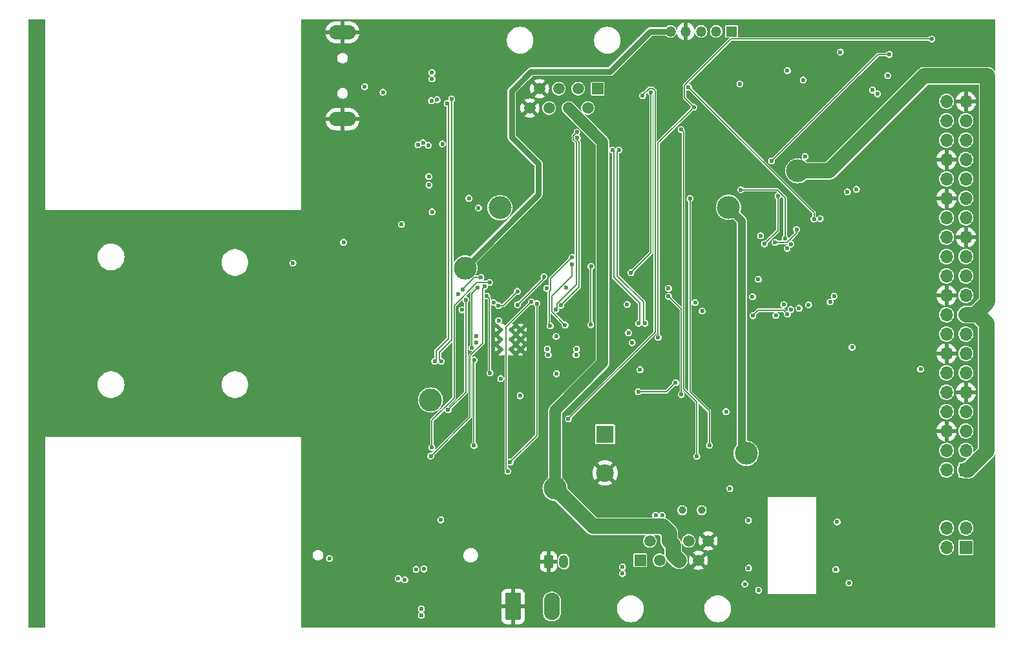
<source format=gbr>
G04 #@! TF.GenerationSoftware,KiCad,Pcbnew,(7.0.0-0)*
G04 #@! TF.CreationDate,2023-03-30T17:03:57+03:00*
G04 #@! TF.ProjectId,RP2040_minimal,52503230-3430-45f6-9d69-6e696d616c2e,REV1*
G04 #@! TF.SameCoordinates,Original*
G04 #@! TF.FileFunction,Copper,L3,Inr*
G04 #@! TF.FilePolarity,Positive*
%FSLAX46Y46*%
G04 Gerber Fmt 4.6, Leading zero omitted, Abs format (unit mm)*
G04 Created by KiCad (PCBNEW (7.0.0-0)) date 2023-03-30 17:03:57*
%MOMM*%
%LPD*%
G01*
G04 APERTURE LIST*
G04 Aperture macros list*
%AMRoundRect*
0 Rectangle with rounded corners*
0 $1 Rounding radius*
0 $2 $3 $4 $5 $6 $7 $8 $9 X,Y pos of 4 corners*
0 Add a 4 corners polygon primitive as box body*
4,1,4,$2,$3,$4,$5,$6,$7,$8,$9,$2,$3,0*
0 Add four circle primitives for the rounded corners*
1,1,$1+$1,$2,$3*
1,1,$1+$1,$4,$5*
1,1,$1+$1,$6,$7*
1,1,$1+$1,$8,$9*
0 Add four rect primitives between the rounded corners*
20,1,$1+$1,$2,$3,$4,$5,0*
20,1,$1+$1,$4,$5,$6,$7,0*
20,1,$1+$1,$6,$7,$8,$9,0*
20,1,$1+$1,$8,$9,$2,$3,0*%
G04 Aperture macros list end*
G04 #@! TA.AperFunction,ComponentPad*
%ADD10R,1.500000X1.500000*%
G04 #@! TD*
G04 #@! TA.AperFunction,ComponentPad*
%ADD11C,1.500000*%
G04 #@! TD*
G04 #@! TA.AperFunction,ComponentPad*
%ADD12R,1.700000X1.700000*%
G04 #@! TD*
G04 #@! TA.AperFunction,ComponentPad*
%ADD13O,1.700000X1.700000*%
G04 #@! TD*
G04 #@! TA.AperFunction,ComponentPad*
%ADD14R,1.350000X1.350000*%
G04 #@! TD*
G04 #@! TA.AperFunction,ComponentPad*
%ADD15O,1.350000X1.350000*%
G04 #@! TD*
G04 #@! TA.AperFunction,ComponentPad*
%ADD16RoundRect,0.249999X-0.790001X-1.550001X0.790001X-1.550001X0.790001X1.550001X-0.790001X1.550001X0*%
G04 #@! TD*
G04 #@! TA.AperFunction,ComponentPad*
%ADD17O,2.080000X3.600000*%
G04 #@! TD*
G04 #@! TA.AperFunction,ComponentPad*
%ADD18RoundRect,0.250000X-0.350000X-0.625000X0.350000X-0.625000X0.350000X0.625000X-0.350000X0.625000X0*%
G04 #@! TD*
G04 #@! TA.AperFunction,ComponentPad*
%ADD19O,1.200000X1.750000*%
G04 #@! TD*
G04 #@! TA.AperFunction,ComponentPad*
%ADD20C,0.600000*%
G04 #@! TD*
G04 #@! TA.AperFunction,ComponentPad*
%ADD21C,1.000000*%
G04 #@! TD*
G04 #@! TA.AperFunction,ComponentPad*
%ADD22O,3.500000X1.900000*%
G04 #@! TD*
G04 #@! TA.AperFunction,ComponentPad*
%ADD23R,2.310000X2.310000*%
G04 #@! TD*
G04 #@! TA.AperFunction,ComponentPad*
%ADD24C,2.310000*%
G04 #@! TD*
G04 #@! TA.AperFunction,ViaPad*
%ADD25C,0.600000*%
G04 #@! TD*
G04 #@! TA.AperFunction,ViaPad*
%ADD26C,3.000000*%
G04 #@! TD*
G04 #@! TA.AperFunction,Conductor*
%ADD27C,2.000000*%
G04 #@! TD*
G04 #@! TA.AperFunction,Conductor*
%ADD28C,1.500000*%
G04 #@! TD*
G04 #@! TA.AperFunction,Conductor*
%ADD29C,0.800000*%
G04 #@! TD*
G04 #@! TA.AperFunction,Conductor*
%ADD30C,0.150000*%
G04 #@! TD*
G04 #@! TA.AperFunction,Conductor*
%ADD31C,0.200000*%
G04 #@! TD*
G04 #@! TA.AperFunction,Conductor*
%ADD32C,1.000000*%
G04 #@! TD*
G04 APERTURE END LIST*
D10*
X174569999Y-110599999D03*
D11*
X175840000Y-108060000D03*
X177110000Y-110600000D03*
X178380000Y-108060000D03*
X179650000Y-110600000D03*
X180920000Y-108060000D03*
X182190000Y-110600000D03*
X183460000Y-108060000D03*
D12*
X217239999Y-98749999D03*
D13*
X214699999Y-98749999D03*
X217239999Y-96209999D03*
X214699999Y-96209999D03*
X217239999Y-93669999D03*
X214699999Y-93669999D03*
X217239999Y-91129999D03*
X214699999Y-91129999D03*
X217239999Y-88589999D03*
X214699999Y-88589999D03*
X217239999Y-86049999D03*
X214699999Y-86049999D03*
X217239999Y-83509999D03*
X214699999Y-83509999D03*
X217239999Y-80969999D03*
X214699999Y-80969999D03*
X217239999Y-78429999D03*
X214699999Y-78429999D03*
X217239999Y-75889999D03*
X214699999Y-75889999D03*
X217239999Y-73349999D03*
X214699999Y-73349999D03*
X217239999Y-70809999D03*
X214699999Y-70809999D03*
X217239999Y-68269999D03*
X214699999Y-68269999D03*
X217239999Y-65729999D03*
X214699999Y-65729999D03*
X217239999Y-63189999D03*
X214699999Y-63189999D03*
X217239999Y-60649999D03*
X214699999Y-60649999D03*
X217239999Y-58109999D03*
X214699999Y-58109999D03*
X217239999Y-55569999D03*
X214699999Y-55569999D03*
X217239999Y-53029999D03*
X214699999Y-53029999D03*
X217239999Y-50489999D03*
X214699999Y-50489999D03*
D10*
X168989999Y-48819999D03*
D11*
X167720000Y-51360000D03*
X166450000Y-48820000D03*
X165180000Y-51360000D03*
X163910000Y-48820000D03*
X162640000Y-51360000D03*
X161370000Y-48820000D03*
X160100000Y-51360000D03*
D14*
X186539999Y-41319999D03*
D15*
X184539999Y-41319999D03*
X182539999Y-41319999D03*
X180539999Y-41319999D03*
X178539999Y-41319999D03*
D16*
X157910000Y-116660000D03*
D17*
X162989999Y-116659999D03*
D12*
X217239999Y-108909999D03*
D13*
X214699999Y-108909999D03*
X217239999Y-106369999D03*
X214699999Y-106369999D03*
D18*
X162550000Y-110770000D03*
D19*
X164549999Y-110769999D03*
D20*
X158902250Y-82955000D03*
X158902250Y-81680000D03*
X158902250Y-80405000D03*
X157627250Y-82955000D03*
X157627250Y-81680000D03*
X157627250Y-80405000D03*
X156352250Y-82955000D03*
X156352250Y-81680000D03*
X156352250Y-80405000D03*
D21*
X182624750Y-104040000D03*
X180084750Y-104040000D03*
D22*
X135579999Y-41419999D03*
X135579999Y-52819999D03*
D23*
X169964749Y-94089999D03*
D24*
X169964750Y-99170000D03*
D25*
X199370000Y-117810000D03*
X191420000Y-70730000D03*
X205520000Y-109610000D03*
X194530000Y-52130000D03*
X159870000Y-86620000D03*
X187810000Y-102810000D03*
X178410000Y-89200000D03*
X206810000Y-109500000D03*
X160850000Y-65710000D03*
X149270000Y-88580000D03*
X196220000Y-49610000D03*
X196960000Y-78040000D03*
X205570000Y-104990000D03*
X176760000Y-102680000D03*
X158490000Y-86990000D03*
X185630000Y-104800000D03*
X142270000Y-59230000D03*
X193900000Y-53870000D03*
X181940000Y-68130000D03*
X179550000Y-100300000D03*
X159300000Y-79300000D03*
X156520000Y-58320000D03*
X146680000Y-62360000D03*
X142390000Y-58230000D03*
X144580000Y-55180000D03*
X182030000Y-70520000D03*
X145050000Y-92570000D03*
X183470000Y-68800000D03*
X193310000Y-50370000D03*
X160720000Y-96440000D03*
X203480000Y-104990000D03*
X145000000Y-60060000D03*
X162800000Y-61910000D03*
X173580000Y-68290000D03*
X172310000Y-66910000D03*
X167320000Y-99100000D03*
X189460000Y-72300000D03*
X165810000Y-86440000D03*
X145060000Y-62530000D03*
X146360000Y-85950000D03*
X209280000Y-109070000D03*
X173660000Y-56610000D03*
X140460000Y-59820000D03*
X159920000Y-80030000D03*
X178580000Y-66950000D03*
X151500000Y-49970000D03*
X159590000Y-94320000D03*
X191380000Y-78370000D03*
X144670000Y-84310000D03*
X167800000Y-59970000D03*
X147919122Y-58600878D03*
X196320000Y-79610000D03*
X133670000Y-74560000D03*
X162680000Y-59290000D03*
X164960000Y-61460000D03*
X200860000Y-116920000D03*
X208850000Y-111160000D03*
X164030000Y-58770000D03*
X194800000Y-51090000D03*
X172910000Y-61460000D03*
X163450000Y-89170000D03*
X150580000Y-58950000D03*
X152050000Y-44450000D03*
X199380000Y-69450000D03*
X148660000Y-93130000D03*
X196420000Y-69430000D03*
X148940000Y-47790000D03*
X203420000Y-109070000D03*
X203830000Y-69350000D03*
X142560000Y-56610000D03*
X165580000Y-90600000D03*
X160970000Y-66950000D03*
X197260000Y-116660000D03*
X202910000Y-94460000D03*
X190170000Y-72700000D03*
X154250000Y-46080000D03*
X167830000Y-65830000D03*
X167800000Y-61160000D03*
X146660000Y-83900000D03*
X161630000Y-94720000D03*
X163500000Y-65640000D03*
X167800000Y-58770000D03*
X208100000Y-72940000D03*
X189140000Y-74100000D03*
X194910000Y-49560000D03*
X158240000Y-61500000D03*
X208210000Y-108850000D03*
X148610000Y-94520000D03*
X163730000Y-66980000D03*
X150970000Y-88120000D03*
X201720000Y-50250000D03*
X159700000Y-62020000D03*
X151020000Y-63590000D03*
X164180000Y-62240000D03*
X183380000Y-71180000D03*
X197600000Y-50870000D03*
X189630000Y-76760000D03*
X162680000Y-57910000D03*
X130970000Y-78680000D03*
X191660000Y-76890000D03*
X164660000Y-65790000D03*
X210890000Y-106060000D03*
X145980000Y-84630000D03*
X209710000Y-65110000D03*
X159620000Y-66390000D03*
X159100000Y-60150000D03*
X156450000Y-94240000D03*
X167800000Y-67800000D03*
X188950000Y-70600000D03*
X196310000Y-51010000D03*
X196630000Y-70720000D03*
X173700000Y-59030000D03*
X162160000Y-60940000D03*
X195540000Y-78520000D03*
X130370000Y-74840000D03*
X155520000Y-96800000D03*
X189910000Y-75440000D03*
X165000000Y-67690000D03*
X206560000Y-94340000D03*
X156490000Y-60380000D03*
X175250000Y-102100000D03*
X212070000Y-111160000D03*
X205790000Y-108530000D03*
X173660000Y-66350000D03*
X196240000Y-117440000D03*
X149370000Y-96390000D03*
X130370000Y-77770000D03*
X186910000Y-67470000D03*
X193340000Y-115300000D03*
X217440000Y-43090000D03*
X200860000Y-114640000D03*
X184450000Y-66970000D03*
X179320000Y-88330000D03*
X164180000Y-60450000D03*
X188930000Y-69180000D03*
X157830000Y-58400000D03*
X198730000Y-115180000D03*
X179340000Y-89390000D03*
X142720000Y-88960000D03*
D26*
X163420000Y-101170000D03*
X151620021Y-72310000D03*
D25*
X180900000Y-48620000D03*
X202900000Y-61990000D03*
X197340000Y-65880000D03*
X195928750Y-47681250D03*
X147290000Y-47545000D03*
X147290000Y-46695000D03*
X163564750Y-81270000D03*
X172854750Y-77070000D03*
X172250000Y-111485000D03*
X176595000Y-104710000D03*
X172250000Y-112335000D03*
X177445000Y-104710000D03*
X147140000Y-96940000D03*
X162320000Y-74990000D03*
X154170878Y-74730878D03*
X154870000Y-74200000D03*
X164900000Y-74860000D03*
X147280000Y-95820000D03*
X157540000Y-97720000D03*
X161030000Y-76960000D03*
X160312107Y-76744632D03*
X157240000Y-98910000D03*
X164737750Y-79770500D03*
X165655500Y-71820000D03*
X165650000Y-70890000D03*
X162780000Y-79880000D03*
X173520000Y-82110000D03*
X173040000Y-80790000D03*
X187630000Y-48200000D03*
X166300000Y-54520000D03*
X163530000Y-77740000D03*
X164190000Y-77200000D03*
X166338061Y-55268535D03*
X205003382Y-48993382D03*
X145900000Y-116965000D03*
X145900000Y-117815000D03*
X143730000Y-113150000D03*
X142880000Y-113000000D03*
X133860000Y-110360000D03*
X148450000Y-105310000D03*
X146240000Y-111730000D03*
X145220000Y-111780000D03*
X181760000Y-76840000D03*
X156020000Y-79220000D03*
X155988466Y-77232576D03*
X158481750Y-75370000D03*
X178280000Y-75000000D03*
X155350000Y-76840000D03*
X178280000Y-76020000D03*
X179960000Y-88890000D03*
X149410000Y-90890000D03*
X185830000Y-91110000D03*
X151740000Y-76460000D03*
X152128666Y-63173900D03*
X153387383Y-64432617D03*
X190350000Y-68075500D03*
D26*
X195209065Y-59572529D03*
D25*
X196170000Y-57720000D03*
X186310000Y-101210000D03*
X151310000Y-75140000D03*
X153710000Y-73530000D03*
X194325500Y-69168719D03*
X153054500Y-81204500D03*
X182700000Y-77940000D03*
X194325500Y-77741372D03*
X148670000Y-56050000D03*
X147310972Y-64956519D03*
X207010000Y-47100000D03*
X207200000Y-44350000D03*
X191780000Y-58290000D03*
X179210000Y-87330000D03*
X174324750Y-88510000D03*
X174554750Y-85610000D03*
X211310000Y-85560000D03*
X205660000Y-49500000D03*
X158502750Y-77130000D03*
X161960000Y-73434500D03*
X174880000Y-49710000D03*
X165150000Y-92060000D03*
X153260000Y-74900000D03*
X173360000Y-72910000D03*
X175990000Y-49290000D03*
X152530000Y-82770000D03*
X153090000Y-82060000D03*
X168110000Y-79750000D03*
X168130000Y-72120000D03*
X190050000Y-73794500D03*
X151215500Y-77800000D03*
X129070000Y-71660000D03*
X166241744Y-82942668D03*
X162410000Y-82942168D03*
X166184750Y-83690000D03*
X162534535Y-83681252D03*
X181610000Y-51240000D03*
X150700000Y-75760000D03*
X176930000Y-81400000D03*
X163600000Y-86170000D03*
X212780000Y-42320000D03*
X135700000Y-68937000D03*
X158830498Y-89040000D03*
X175205000Y-79560000D03*
X171785000Y-56840000D03*
X170935000Y-56840000D03*
X174355000Y-79560000D03*
D26*
X147090000Y-89600000D03*
D25*
X181100000Y-63220000D03*
X183640000Y-95520000D03*
X154480000Y-75980000D03*
X156310953Y-86788053D03*
X154890000Y-86060000D03*
X201930000Y-113570000D03*
X200380000Y-105570000D03*
X200210000Y-111810000D03*
X193852500Y-46465000D03*
X200792500Y-44025000D03*
X143300000Y-66590000D03*
X146141545Y-55891003D03*
X195050000Y-67250000D03*
X192254500Y-68968128D03*
X179930000Y-54180000D03*
X152800000Y-95570000D03*
X152840000Y-84350000D03*
X181990000Y-96960000D03*
X145450000Y-56180000D03*
X146900000Y-61450000D03*
X146810000Y-56230000D03*
X146880000Y-60330000D03*
X188750000Y-105380000D03*
X190090000Y-114530000D03*
X188770000Y-111610000D03*
X188290000Y-113710000D03*
X199460000Y-76740000D03*
X196630000Y-77130000D03*
X202340000Y-82700000D03*
X199985000Y-76000000D03*
X198150000Y-65860000D03*
X201710000Y-62330000D03*
X149269479Y-50770521D03*
X147655000Y-84530000D03*
X149870521Y-50169479D03*
X148505000Y-84530000D03*
X147229500Y-50390000D03*
X140880000Y-49280000D03*
X147970000Y-50270000D03*
X138460000Y-48580000D03*
X193860878Y-78349122D03*
X189340000Y-78550000D03*
X189290000Y-76080000D03*
X193374500Y-77120000D03*
X193560353Y-68443628D03*
X187740000Y-62060000D03*
X193825500Y-69739969D03*
X192610000Y-62890000D03*
X190840000Y-69160000D03*
D26*
X156200000Y-64410000D03*
D25*
X192350000Y-78520000D03*
D26*
X188470000Y-96590000D03*
D25*
X195374500Y-77570000D03*
D26*
X186140000Y-64360000D03*
D27*
X178380000Y-106999340D02*
X177540660Y-106160000D01*
D28*
X169640000Y-55820000D02*
X169640000Y-84740000D01*
X163420000Y-90960000D02*
X163420000Y-101170000D01*
X169640000Y-84740000D02*
X163420000Y-90960000D01*
X165180000Y-51360000D02*
X169640000Y-55820000D01*
D27*
X178380000Y-108060000D02*
X178380000Y-106999340D01*
X179650000Y-110600000D02*
X178900000Y-109850000D01*
X177540660Y-106160000D02*
X168410000Y-106160000D01*
X178900000Y-108580000D02*
X178380000Y-108060000D01*
X168410000Y-106160000D02*
X163420000Y-101170000D01*
X178900000Y-109850000D02*
X178900000Y-108580000D01*
D29*
X161230000Y-58630000D02*
X157720000Y-55120000D01*
X157720000Y-55120000D02*
X157720000Y-49120000D01*
X151620021Y-72310000D02*
X161230000Y-62700021D01*
X161230000Y-62700021D02*
X161230000Y-58630000D01*
X160240000Y-46600000D02*
X170630000Y-46600000D01*
X175910000Y-41320000D02*
X178540000Y-41320000D01*
X170630000Y-46600000D02*
X175910000Y-41320000D01*
D30*
X197340000Y-65060000D02*
X197340000Y-65880000D01*
D29*
X157720000Y-49120000D02*
X160240000Y-46600000D01*
D30*
X180900000Y-48620000D02*
X197340000Y-65060000D01*
X152290000Y-91790000D02*
X152290000Y-83815000D01*
X152290000Y-83815000D02*
X153955000Y-82150000D01*
X153955000Y-74946756D02*
X154170878Y-74730878D01*
X147140000Y-96940000D02*
X152290000Y-91790000D01*
X153955000Y-82150000D02*
X153955000Y-74946756D01*
X150200000Y-77217537D02*
X150200000Y-89340000D01*
X153217537Y-74200000D02*
X150200000Y-77217537D01*
X147280000Y-92260000D02*
X147280000Y-95820000D01*
X154870000Y-74200000D02*
X153217537Y-74200000D01*
X150200000Y-89340000D02*
X147280000Y-92260000D01*
X161030000Y-94230000D02*
X157540000Y-97720000D01*
X161030000Y-76960000D02*
X161030000Y-94230000D01*
X157015000Y-98685000D02*
X157015000Y-80041739D01*
X157240000Y-98910000D02*
X157015000Y-98685000D01*
X157015000Y-80041739D02*
X160312107Y-76744632D01*
X163005000Y-76012537D02*
X165317537Y-73700000D01*
X165320000Y-73700000D02*
X165655500Y-73364500D01*
X163005000Y-78037750D02*
X163005000Y-76012537D01*
X165317537Y-73700000D02*
X165320000Y-73700000D01*
X165655500Y-73364500D02*
X165655500Y-71820000D01*
X164737750Y-79770500D02*
X163005000Y-78037750D01*
X162845000Y-73695000D02*
X162845000Y-75207463D01*
X162650000Y-79750000D02*
X162780000Y-79880000D01*
X162650000Y-79500000D02*
X162650000Y-79750000D01*
X162845000Y-75207463D02*
X162650000Y-75402463D01*
X162650000Y-75402463D02*
X162650000Y-79500000D01*
X165650000Y-70890000D02*
X162845000Y-73695000D01*
X163665000Y-77417463D02*
X163665000Y-76982537D01*
X163665000Y-76982537D02*
X166180000Y-74467537D01*
X165813061Y-55501203D02*
X165813061Y-55006939D01*
X166180000Y-74467537D02*
X166180000Y-55868142D01*
X165813061Y-55006939D02*
X166300000Y-54520000D01*
X163758769Y-77511231D02*
X163665000Y-77417463D01*
X166180000Y-55868142D02*
X165813061Y-55501203D01*
X163530000Y-77740000D02*
X163758769Y-77511231D01*
X166338061Y-55601939D02*
X166600000Y-55863878D01*
X166600000Y-74790000D02*
X164190000Y-77200000D01*
X166600000Y-55863878D02*
X166600000Y-74790000D01*
X166338061Y-55268535D02*
X166338061Y-55601939D01*
X156619174Y-77232576D02*
X155988466Y-77232576D01*
X158481750Y-75370000D02*
X156619174Y-77232576D01*
X179960000Y-88890000D02*
X179960000Y-77700000D01*
X179960000Y-77700000D02*
X178280000Y-76020000D01*
X149410000Y-90890000D02*
X151740000Y-88560000D01*
X151740000Y-88560000D02*
X151740000Y-76460000D01*
D27*
X220090000Y-76782081D02*
X218442081Y-78430000D01*
X218820000Y-78430000D02*
X217240000Y-78430000D01*
X195209065Y-59572529D02*
X199347471Y-59572529D01*
X219960000Y-79570000D02*
X218820000Y-78430000D01*
X199347471Y-59572529D02*
X211790000Y-47130000D01*
X217528428Y-98750000D02*
X219960000Y-96318428D01*
X211790000Y-47130000D02*
X220090000Y-47130000D01*
X220090000Y-47130000D02*
X220090000Y-76782081D01*
X219960000Y-96318428D02*
X219960000Y-79570000D01*
X217240000Y-98750000D02*
X217528428Y-98750000D01*
X218442081Y-78430000D02*
X217240000Y-78430000D01*
D30*
X152839540Y-73530000D02*
X151310000Y-75059540D01*
X151310000Y-75059540D02*
X151310000Y-75140000D01*
X153710000Y-73530000D02*
X152839540Y-73530000D01*
X191780000Y-58290000D02*
X205720000Y-44350000D01*
X205720000Y-44350000D02*
X207200000Y-44350000D01*
X174324750Y-88510000D02*
X178030000Y-88510000D01*
X178030000Y-88510000D02*
X179210000Y-87330000D01*
X161960000Y-73672750D02*
X161960000Y-73434500D01*
X158502750Y-77130000D02*
X161960000Y-73672750D01*
X176515000Y-49072537D02*
X176515000Y-80695000D01*
X176207463Y-48765000D02*
X176515000Y-49072537D01*
X176515000Y-80695000D02*
X165150000Y-92060000D01*
X174880000Y-49710000D02*
X174880000Y-49657537D01*
X174880000Y-49657537D02*
X175772537Y-48765000D01*
X175772537Y-48765000D02*
X176207463Y-48765000D01*
X175990000Y-70280000D02*
X173360000Y-72910000D01*
X175990000Y-49290000D02*
X175990000Y-70280000D01*
X152530000Y-75630000D02*
X153260000Y-74900000D01*
X152530000Y-82770000D02*
X152530000Y-75630000D01*
X168110000Y-72140000D02*
X168130000Y-72120000D01*
X168110000Y-79750000D02*
X168110000Y-72140000D01*
X180375000Y-50005000D02*
X181610000Y-51240000D01*
X180375000Y-48402537D02*
X180375000Y-50005000D01*
X186457537Y-42320000D02*
X180375000Y-48402537D01*
X212780000Y-42320000D02*
X186457537Y-42320000D01*
X181610000Y-51240000D02*
X176930000Y-55920000D01*
X176930000Y-55920000D02*
X176930000Y-81400000D01*
D31*
X171585000Y-73336800D02*
X171585001Y-57039999D01*
X175005001Y-76756801D02*
X171585000Y-73336800D01*
X175205000Y-79560000D02*
X175005001Y-79360001D01*
X171585001Y-57039999D02*
X171785000Y-56840000D01*
X175005001Y-79360001D02*
X175005001Y-76756801D01*
X174554999Y-79360001D02*
X174554999Y-76943199D01*
X174355000Y-79560000D02*
X174554999Y-79360001D01*
X171135000Y-73523200D02*
X171134999Y-57039999D01*
X171134999Y-57039999D02*
X170935000Y-56840000D01*
X174554999Y-76943199D02*
X171135000Y-73523200D01*
D30*
X181100000Y-88555736D02*
X183640000Y-91095736D01*
X181100000Y-63220000D02*
X181100000Y-88555736D01*
X183640000Y-91095736D02*
X183640000Y-95520000D01*
X154825000Y-85995000D02*
X154825000Y-76325000D01*
X154890000Y-86060000D02*
X154825000Y-85995000D01*
X154825000Y-76325000D02*
X154480000Y-75980000D01*
X192254500Y-68968128D02*
X193784335Y-68968128D01*
X195050000Y-67702463D02*
X195050000Y-67250000D01*
X193784335Y-68968128D02*
X195050000Y-67702463D01*
X179930000Y-54180000D02*
X180260000Y-54510000D01*
X180260000Y-88140000D02*
X181990000Y-89870000D01*
X180260000Y-54510000D02*
X180260000Y-88140000D01*
X181990000Y-89870000D02*
X181990000Y-96960000D01*
X152840000Y-84350000D02*
X152800000Y-84390000D01*
X152800000Y-84390000D02*
X152800000Y-95570000D01*
D31*
X149420520Y-50921562D02*
X149420520Y-81581280D01*
X149269479Y-50770521D02*
X149420520Y-50921562D01*
X147854999Y-83146801D02*
X147854999Y-84330001D01*
X147854999Y-84330001D02*
X147655000Y-84530000D01*
X149420520Y-81581280D02*
X147854999Y-83146801D01*
X148305001Y-84330001D02*
X148505000Y-84530000D01*
X149870521Y-50169479D02*
X149870521Y-81767679D01*
X149870521Y-81767679D02*
X148305001Y-83333199D01*
X148305001Y-83333199D02*
X148305001Y-84330001D01*
D30*
X190045000Y-77845000D02*
X189340000Y-78550000D01*
X193860878Y-78349122D02*
X193356756Y-77845000D01*
X193356756Y-77845000D02*
X190045000Y-77845000D01*
X193560353Y-63097890D02*
X192522463Y-62060000D01*
X193560353Y-68443628D02*
X193560353Y-63097890D01*
X192522463Y-62060000D02*
X187740000Y-62060000D01*
X190840000Y-69160000D02*
X192610000Y-67390000D01*
X192610000Y-67390000D02*
X192610000Y-62890000D01*
D32*
X186140000Y-64360000D02*
X187910000Y-66130000D01*
X187910000Y-96030000D02*
X188470000Y-96590000D01*
X187910000Y-66130000D02*
X187910000Y-96030000D01*
G04 #@! TA.AperFunction,Conductor*
G36*
X160599908Y-77111861D02*
G01*
X160608764Y-77122081D01*
X160646404Y-77204501D01*
X160646406Y-77204504D01*
X160647118Y-77206063D01*
X160731951Y-77303967D01*
X160742806Y-77310943D01*
X160793475Y-77343506D01*
X160801564Y-77352194D01*
X160804500Y-77363696D01*
X160804500Y-94126653D01*
X160802673Y-94135837D01*
X160797471Y-94143624D01*
X157666495Y-97274598D01*
X157655459Y-97280881D01*
X157642763Y-97280655D01*
X157606419Y-97269983D01*
X157606415Y-97269982D01*
X157604772Y-97269500D01*
X157475228Y-97269500D01*
X157473586Y-97269981D01*
X157473579Y-97269983D01*
X157352577Y-97305512D01*
X157352572Y-97305513D01*
X157350931Y-97305996D01*
X157349489Y-97306922D01*
X157349486Y-97306924D01*
X157277475Y-97353203D01*
X157261084Y-97356769D01*
X157246362Y-97348730D01*
X157240500Y-97333013D01*
X157240500Y-89040000D01*
X158375365Y-89040000D01*
X158375609Y-89041697D01*
X158390821Y-89147503D01*
X158393801Y-89168226D01*
X158394511Y-89169780D01*
X158394512Y-89169784D01*
X158446902Y-89284501D01*
X158446904Y-89284504D01*
X158447616Y-89286063D01*
X158532449Y-89383967D01*
X158641429Y-89454004D01*
X158706820Y-89473204D01*
X158764077Y-89490016D01*
X158764078Y-89490016D01*
X158765726Y-89490500D01*
X158893552Y-89490500D01*
X158895270Y-89490500D01*
X159019567Y-89454004D01*
X159128547Y-89383967D01*
X159213380Y-89286063D01*
X159267195Y-89168226D01*
X159285631Y-89040000D01*
X159267195Y-88911774D01*
X159256476Y-88888303D01*
X159214093Y-88795498D01*
X159214092Y-88795497D01*
X159213380Y-88793937D01*
X159128547Y-88696033D01*
X159019567Y-88625996D01*
X159017922Y-88625513D01*
X159017920Y-88625512D01*
X158896918Y-88589983D01*
X158896912Y-88589982D01*
X158895270Y-88589500D01*
X158765726Y-88589500D01*
X158764084Y-88589981D01*
X158764077Y-88589983D01*
X158643075Y-88625512D01*
X158643070Y-88625513D01*
X158641429Y-88625996D01*
X158639987Y-88626922D01*
X158639984Y-88626924D01*
X158533892Y-88695105D01*
X158533889Y-88695107D01*
X158532449Y-88696033D01*
X158531330Y-88697324D01*
X158531327Y-88697327D01*
X158448739Y-88792640D01*
X158448736Y-88792643D01*
X158447616Y-88793937D01*
X158446905Y-88795492D01*
X158446902Y-88795498D01*
X158394512Y-88910215D01*
X158394510Y-88910221D01*
X158393801Y-88911774D01*
X158393557Y-88913465D01*
X158393557Y-88913468D01*
X158391973Y-88924487D01*
X158375365Y-89040000D01*
X157240500Y-89040000D01*
X157240500Y-83700232D01*
X157246309Y-83684577D01*
X157260923Y-83676500D01*
X157275357Y-83679511D01*
X157275588Y-83679033D01*
X157279219Y-83680781D01*
X157446835Y-83739431D01*
X157449446Y-83740027D01*
X157625910Y-83759911D01*
X157628590Y-83759911D01*
X157805053Y-83740027D01*
X157807664Y-83739431D01*
X157975279Y-83680781D01*
X157977693Y-83679619D01*
X157987296Y-83673584D01*
X157989076Y-83671516D01*
X158540422Y-83671516D01*
X158542203Y-83673585D01*
X158551803Y-83679617D01*
X158554220Y-83680781D01*
X158721835Y-83739431D01*
X158724446Y-83740027D01*
X158900910Y-83759911D01*
X158903590Y-83759911D01*
X159080053Y-83740027D01*
X159082664Y-83739431D01*
X159250279Y-83680781D01*
X159252693Y-83679619D01*
X159262296Y-83673584D01*
X159264076Y-83671516D01*
X159262801Y-83669104D01*
X158905624Y-83311927D01*
X158902250Y-83310529D01*
X158898875Y-83311927D01*
X158541697Y-83669104D01*
X158540422Y-83671516D01*
X157989076Y-83671516D01*
X157987801Y-83669104D01*
X157290668Y-82971971D01*
X157283639Y-82955000D01*
X157982779Y-82955000D01*
X157984177Y-82958374D01*
X158261375Y-83235572D01*
X158264750Y-83236970D01*
X158268124Y-83235572D01*
X158545322Y-82958374D01*
X158546720Y-82955000D01*
X159257779Y-82955000D01*
X159259177Y-82958374D01*
X159616354Y-83315551D01*
X159618766Y-83316826D01*
X159620834Y-83315046D01*
X159626869Y-83305443D01*
X159628031Y-83303029D01*
X159686681Y-83135414D01*
X159687277Y-83132803D01*
X159707161Y-82956340D01*
X159707161Y-82953660D01*
X159687277Y-82777196D01*
X159686681Y-82774585D01*
X159628031Y-82606970D01*
X159626867Y-82604553D01*
X159620835Y-82594953D01*
X159618766Y-82593172D01*
X159616354Y-82594447D01*
X159259177Y-82951625D01*
X159257779Y-82955000D01*
X158546720Y-82955000D01*
X158545322Y-82951625D01*
X158268124Y-82674427D01*
X158264750Y-82673029D01*
X158261375Y-82674427D01*
X157984177Y-82951625D01*
X157982779Y-82955000D01*
X157283639Y-82955000D01*
X157290668Y-82938029D01*
X157907822Y-82320874D01*
X157909220Y-82317500D01*
X157909220Y-82317499D01*
X158620279Y-82317499D01*
X158621677Y-82320874D01*
X158898875Y-82598072D01*
X158902250Y-82599470D01*
X158905624Y-82598072D01*
X159182822Y-82320874D01*
X159184220Y-82317500D01*
X159182822Y-82314125D01*
X158905624Y-82036927D01*
X158902249Y-82035529D01*
X158898875Y-82036927D01*
X158621677Y-82314125D01*
X158620279Y-82317499D01*
X157909220Y-82317499D01*
X157907822Y-82314125D01*
X157290668Y-81696971D01*
X157283639Y-81680000D01*
X157283639Y-81679999D01*
X157982779Y-81679999D01*
X157984177Y-81683374D01*
X158261375Y-81960572D01*
X158264749Y-81961970D01*
X158268124Y-81960572D01*
X158545322Y-81683374D01*
X158546720Y-81679999D01*
X159257779Y-81679999D01*
X159259177Y-81683374D01*
X159616354Y-82040551D01*
X159618766Y-82041826D01*
X159620834Y-82040046D01*
X159626869Y-82030443D01*
X159628031Y-82028029D01*
X159686681Y-81860414D01*
X159687277Y-81857803D01*
X159707161Y-81681340D01*
X159707161Y-81678660D01*
X159687277Y-81502196D01*
X159686681Y-81499585D01*
X159628031Y-81331970D01*
X159626867Y-81329553D01*
X159620835Y-81319953D01*
X159618766Y-81318172D01*
X159616354Y-81319447D01*
X159259177Y-81676625D01*
X159257779Y-81679999D01*
X158546720Y-81679999D01*
X158545322Y-81676625D01*
X158268124Y-81399427D01*
X158264750Y-81398029D01*
X158261375Y-81399427D01*
X157984177Y-81676625D01*
X157982779Y-81679999D01*
X157283639Y-81679999D01*
X157290668Y-81663029D01*
X157907822Y-81045874D01*
X157909220Y-81042500D01*
X158620279Y-81042500D01*
X158621677Y-81045874D01*
X158898875Y-81323072D01*
X158902250Y-81324470D01*
X158905624Y-81323072D01*
X159182822Y-81045874D01*
X159184220Y-81042500D01*
X159182822Y-81039125D01*
X158905624Y-80761927D01*
X158902250Y-80760529D01*
X158898875Y-80761927D01*
X158621677Y-81039125D01*
X158620279Y-81042500D01*
X157909220Y-81042500D01*
X157907822Y-81039125D01*
X157290668Y-80421971D01*
X157283639Y-80405000D01*
X157982779Y-80405000D01*
X157984177Y-80408374D01*
X158261375Y-80685572D01*
X158264750Y-80686970D01*
X158268124Y-80685572D01*
X158545322Y-80408374D01*
X158546720Y-80405000D01*
X159257779Y-80405000D01*
X159259177Y-80408374D01*
X159616354Y-80765551D01*
X159618766Y-80766826D01*
X159620834Y-80765046D01*
X159626869Y-80755443D01*
X159628031Y-80753029D01*
X159686681Y-80585414D01*
X159687277Y-80582803D01*
X159707161Y-80406340D01*
X159707161Y-80403660D01*
X159687277Y-80227196D01*
X159686681Y-80224585D01*
X159628031Y-80056970D01*
X159626867Y-80054553D01*
X159620835Y-80044953D01*
X159618766Y-80043172D01*
X159616354Y-80044447D01*
X159259177Y-80401625D01*
X159257779Y-80405000D01*
X158546720Y-80405000D01*
X158545322Y-80401625D01*
X158268124Y-80124427D01*
X158264749Y-80123029D01*
X158261375Y-80124427D01*
X157984177Y-80401625D01*
X157982779Y-80405000D01*
X157283639Y-80405000D01*
X157290668Y-80388029D01*
X157627250Y-80051447D01*
X157987801Y-79690894D01*
X157989076Y-79688482D01*
X158540422Y-79688482D01*
X158541697Y-79690894D01*
X158900017Y-80049214D01*
X158902250Y-80050503D01*
X158904482Y-80049214D01*
X159262801Y-79690894D01*
X159264076Y-79688482D01*
X159262295Y-79686413D01*
X159252694Y-79680381D01*
X159250279Y-79679218D01*
X159082664Y-79620568D01*
X159080053Y-79619972D01*
X158903590Y-79600089D01*
X158900910Y-79600089D01*
X158724446Y-79619972D01*
X158721835Y-79620568D01*
X158554220Y-79679218D01*
X158551805Y-79680381D01*
X158542203Y-79686413D01*
X158540422Y-79688482D01*
X157989076Y-79688482D01*
X157987295Y-79686413D01*
X157977694Y-79680381D01*
X157975279Y-79679218D01*
X157807660Y-79620566D01*
X157807181Y-79620457D01*
X157806989Y-79620331D01*
X157806393Y-79620123D01*
X157806444Y-79619974D01*
X157793213Y-79611310D01*
X157788592Y-79595265D01*
X157795552Y-79580092D01*
X160185611Y-77190031D01*
X160196645Y-77183749D01*
X160209342Y-77183976D01*
X160224938Y-77188555D01*
X160247335Y-77195132D01*
X160375161Y-77195132D01*
X160376879Y-77195132D01*
X160501176Y-77158636D01*
X160573959Y-77111860D01*
X160586933Y-77108051D01*
X160599908Y-77111861D01*
G37*
G04 #@! TD.AperFunction*
G04 #@! TA.AperFunction,Conductor*
G36*
X152807184Y-74959973D02*
G01*
X152815659Y-74975064D01*
X152820281Y-75007210D01*
X152819297Y-75018205D01*
X152813496Y-75027597D01*
X152375157Y-75465936D01*
X152374245Y-75466800D01*
X152343491Y-75494493D01*
X152342465Y-75496796D01*
X152342465Y-75496797D01*
X152331981Y-75520343D01*
X152330186Y-75523648D01*
X152314774Y-75547382D01*
X152314380Y-75549868D01*
X152314378Y-75549874D01*
X152312413Y-75562281D01*
X152310635Y-75568285D01*
X152305525Y-75579763D01*
X152305524Y-75579767D01*
X152304500Y-75582068D01*
X152304500Y-75584591D01*
X152304500Y-75610360D01*
X152304205Y-75614114D01*
X152300236Y-75639175D01*
X152299778Y-75642065D01*
X152300429Y-75644497D01*
X152300430Y-75644501D01*
X152303682Y-75656635D01*
X152304500Y-75662847D01*
X152304500Y-82366304D01*
X152301564Y-82377806D01*
X152293475Y-82386494D01*
X152233394Y-82425105D01*
X152233391Y-82425107D01*
X152231951Y-82426033D01*
X152230832Y-82427324D01*
X152230829Y-82427327D01*
X152148241Y-82522640D01*
X152148238Y-82522643D01*
X152147118Y-82523937D01*
X152146407Y-82525492D01*
X152146404Y-82525498D01*
X152094014Y-82640215D01*
X152094012Y-82640221D01*
X152093303Y-82641774D01*
X152093059Y-82643465D01*
X152093059Y-82643468D01*
X152085267Y-82697666D01*
X152074867Y-82770000D01*
X152075111Y-82771697D01*
X152083462Y-82829784D01*
X152093303Y-82898226D01*
X152094013Y-82899780D01*
X152094014Y-82899784D01*
X152146404Y-83014501D01*
X152146406Y-83014504D01*
X152147118Y-83016063D01*
X152231951Y-83113967D01*
X152340931Y-83184004D01*
X152418232Y-83206701D01*
X152463579Y-83220016D01*
X152463580Y-83220016D01*
X152465228Y-83220500D01*
X152507653Y-83220500D01*
X152520987Y-83224545D01*
X152529826Y-83235316D01*
X152531192Y-83249182D01*
X152524624Y-83261471D01*
X152135157Y-83650936D01*
X152134245Y-83651800D01*
X152103491Y-83679493D01*
X152102465Y-83681796D01*
X152102465Y-83681797D01*
X152091981Y-83705343D01*
X152090186Y-83708648D01*
X152074774Y-83732382D01*
X152074380Y-83734868D01*
X152074378Y-83734874D01*
X152072413Y-83747281D01*
X152070635Y-83753285D01*
X152065525Y-83764763D01*
X152065524Y-83764767D01*
X152064500Y-83767068D01*
X152064500Y-83769591D01*
X152064500Y-83795360D01*
X152064205Y-83799113D01*
X152059778Y-83827065D01*
X152060429Y-83829497D01*
X152060430Y-83829501D01*
X152063682Y-83841635D01*
X152064500Y-83847847D01*
X152064500Y-91686653D01*
X152062673Y-91695837D01*
X152057471Y-91703624D01*
X147729922Y-96031172D01*
X147715090Y-96038105D01*
X147699263Y-96033915D01*
X147689806Y-96020550D01*
X147691120Y-96004231D01*
X147700137Y-95984487D01*
X147716697Y-95948226D01*
X147735133Y-95820000D01*
X147716697Y-95691774D01*
X147662882Y-95573937D01*
X147578049Y-95476033D01*
X147548540Y-95457069D01*
X147516525Y-95436494D01*
X147508436Y-95427806D01*
X147505500Y-95416304D01*
X147505500Y-92363348D01*
X147512529Y-92346377D01*
X147743224Y-92115682D01*
X148922728Y-90936175D01*
X148938556Y-90929174D01*
X148954978Y-90934640D01*
X148963454Y-90949731D01*
X148971922Y-91008624D01*
X148973303Y-91018226D01*
X148974013Y-91019780D01*
X148974014Y-91019784D01*
X149026404Y-91134501D01*
X149026406Y-91134504D01*
X149027118Y-91136063D01*
X149111951Y-91233967D01*
X149220931Y-91304004D01*
X149292282Y-91324954D01*
X149343579Y-91340016D01*
X149343580Y-91340016D01*
X149345228Y-91340500D01*
X149473054Y-91340500D01*
X149474772Y-91340500D01*
X149599069Y-91304004D01*
X149708049Y-91233967D01*
X149792882Y-91136063D01*
X149846697Y-91018226D01*
X149865133Y-90890000D01*
X149849717Y-90782785D01*
X149850701Y-90771794D01*
X149856500Y-90762404D01*
X151894849Y-88724054D01*
X151895722Y-88723226D01*
X151926509Y-88695507D01*
X151938023Y-88669643D01*
X151939806Y-88666359D01*
X151955226Y-88642617D01*
X151957585Y-88627714D01*
X151959364Y-88621710D01*
X151965500Y-88607932D01*
X151965500Y-88579639D01*
X151965795Y-88575885D01*
X151970222Y-88547934D01*
X151966317Y-88533363D01*
X151965500Y-88527152D01*
X151965500Y-76863696D01*
X151968436Y-76852194D01*
X151976525Y-76843506D01*
X151997206Y-76830215D01*
X152038049Y-76803967D01*
X152122882Y-76706063D01*
X152176697Y-76588226D01*
X152195133Y-76460000D01*
X152176697Y-76331774D01*
X152138147Y-76247363D01*
X152123595Y-76215498D01*
X152123594Y-76215497D01*
X152122882Y-76213937D01*
X152038049Y-76116033D01*
X151929069Y-76045996D01*
X151927424Y-76045513D01*
X151927422Y-76045512D01*
X151806420Y-76009983D01*
X151806414Y-76009982D01*
X151804772Y-76009500D01*
X151803054Y-76009500D01*
X151784885Y-76009500D01*
X151767914Y-76002471D01*
X151760885Y-75985500D01*
X151767914Y-75968529D01*
X152013037Y-75723406D01*
X152774933Y-74961508D01*
X152790761Y-74954507D01*
X152807184Y-74959973D01*
G37*
G04 #@! TD.AperFunction*
G04 #@! TA.AperFunction,Conductor*
G36*
X151282156Y-76485001D02*
G01*
X151290631Y-76500092D01*
X151299324Y-76560553D01*
X151303303Y-76588226D01*
X151304013Y-76589780D01*
X151304014Y-76589784D01*
X151356404Y-76704501D01*
X151356406Y-76704504D01*
X151357118Y-76706063D01*
X151441951Y-76803967D01*
X151466121Y-76819500D01*
X151503475Y-76843506D01*
X151511564Y-76852194D01*
X151514500Y-76863696D01*
X151514500Y-77412692D01*
X151508638Y-77428409D01*
X151493916Y-77436448D01*
X151477525Y-77432882D01*
X151477257Y-77432710D01*
X151404569Y-77385996D01*
X151402924Y-77385513D01*
X151402922Y-77385512D01*
X151281920Y-77349983D01*
X151281914Y-77349982D01*
X151280272Y-77349500D01*
X151150728Y-77349500D01*
X151149086Y-77349981D01*
X151149079Y-77349983D01*
X151028077Y-77385512D01*
X151028072Y-77385513D01*
X151026431Y-77385996D01*
X151024989Y-77386922D01*
X151024986Y-77386924D01*
X150918894Y-77455105D01*
X150918891Y-77455107D01*
X150917451Y-77456033D01*
X150916332Y-77457324D01*
X150916329Y-77457327D01*
X150833741Y-77552640D01*
X150833738Y-77552643D01*
X150832618Y-77553937D01*
X150831907Y-77555492D01*
X150831904Y-77555498D01*
X150779514Y-77670215D01*
X150779512Y-77670221D01*
X150778803Y-77671774D01*
X150778559Y-77673465D01*
X150778559Y-77673468D01*
X150768552Y-77743069D01*
X150760367Y-77800000D01*
X150760611Y-77801697D01*
X150776898Y-77914981D01*
X150778803Y-77928226D01*
X150779513Y-77929780D01*
X150779514Y-77929784D01*
X150831904Y-78044500D01*
X150832618Y-78046063D01*
X150917451Y-78143967D01*
X151026431Y-78214004D01*
X151071224Y-78227156D01*
X151149079Y-78250016D01*
X151149080Y-78250016D01*
X151150728Y-78250500D01*
X151278554Y-78250500D01*
X151280272Y-78250500D01*
X151404569Y-78214004D01*
X151477525Y-78167117D01*
X151493916Y-78163552D01*
X151508638Y-78171591D01*
X151514500Y-78187308D01*
X151514500Y-88456653D01*
X151512673Y-88465837D01*
X151507471Y-88473624D01*
X149536495Y-90444598D01*
X149525459Y-90450881D01*
X149512763Y-90450655D01*
X149476414Y-90439982D01*
X149476413Y-90439981D01*
X149474772Y-90439500D01*
X149473466Y-90439500D01*
X149458515Y-90431102D01*
X149453050Y-90414680D01*
X149460051Y-90398853D01*
X150354849Y-89504054D01*
X150355722Y-89503226D01*
X150386509Y-89475507D01*
X150398023Y-89449643D01*
X150399806Y-89446359D01*
X150415226Y-89422617D01*
X150417585Y-89407714D01*
X150419364Y-89401710D01*
X150425500Y-89387932D01*
X150425500Y-89359639D01*
X150425795Y-89355885D01*
X150428002Y-89341948D01*
X150430222Y-89327934D01*
X150426317Y-89313363D01*
X150425500Y-89307152D01*
X150425500Y-77320885D01*
X150432529Y-77303914D01*
X150628392Y-77108051D01*
X151249905Y-76486536D01*
X151265733Y-76479535D01*
X151282156Y-76485001D01*
G37*
G04 #@! TD.AperFunction*
G04 #@! TA.AperFunction,Conductor*
G36*
X96582471Y-39747529D02*
G01*
X96589500Y-39764500D01*
X96589500Y-64567028D01*
X96588682Y-64573237D01*
X96584191Y-64590000D01*
X96585009Y-64593053D01*
X96589500Y-64609814D01*
X96604246Y-64664850D01*
X96604247Y-64664852D01*
X96605065Y-64667904D01*
X96662095Y-64724935D01*
X96740000Y-64745809D01*
X96756762Y-64741317D01*
X96762972Y-64740500D01*
X129967028Y-64740500D01*
X129973237Y-64741317D01*
X129990000Y-64745809D01*
X130067904Y-64724935D01*
X130082383Y-64710456D01*
X130124935Y-64667905D01*
X130145809Y-64590000D01*
X130141317Y-64573237D01*
X130140500Y-64567028D01*
X130140500Y-61450000D01*
X146444867Y-61450000D01*
X146445111Y-61451697D01*
X146462912Y-61575512D01*
X146463303Y-61578226D01*
X146464013Y-61579780D01*
X146464014Y-61579784D01*
X146516404Y-61694501D01*
X146516406Y-61694504D01*
X146517118Y-61696063D01*
X146601951Y-61793967D01*
X146710931Y-61864004D01*
X146739744Y-61872464D01*
X146833579Y-61900016D01*
X146833580Y-61900016D01*
X146835228Y-61900500D01*
X146963054Y-61900500D01*
X146964772Y-61900500D01*
X147089069Y-61864004D01*
X147198049Y-61793967D01*
X147282882Y-61696063D01*
X147336697Y-61578226D01*
X147355133Y-61450000D01*
X147336697Y-61321774D01*
X147284623Y-61207750D01*
X147283595Y-61205498D01*
X147283594Y-61205497D01*
X147282882Y-61203937D01*
X147198049Y-61106033D01*
X147089069Y-61035996D01*
X147087424Y-61035513D01*
X147087422Y-61035512D01*
X146966420Y-60999983D01*
X146966414Y-60999982D01*
X146964772Y-60999500D01*
X146835228Y-60999500D01*
X146833586Y-60999981D01*
X146833579Y-60999983D01*
X146712577Y-61035512D01*
X146712572Y-61035513D01*
X146710931Y-61035996D01*
X146709489Y-61036922D01*
X146709486Y-61036924D01*
X146603394Y-61105105D01*
X146603391Y-61105107D01*
X146601951Y-61106033D01*
X146600832Y-61107324D01*
X146600829Y-61107327D01*
X146518241Y-61202640D01*
X146518238Y-61202643D01*
X146517118Y-61203937D01*
X146516407Y-61205492D01*
X146516404Y-61205498D01*
X146464014Y-61320215D01*
X146464012Y-61320221D01*
X146463303Y-61321774D01*
X146444867Y-61450000D01*
X130140500Y-61450000D01*
X130140500Y-60330000D01*
X146424867Y-60330000D01*
X146425111Y-60331697D01*
X146442845Y-60455045D01*
X146443303Y-60458226D01*
X146444013Y-60459780D01*
X146444014Y-60459784D01*
X146496404Y-60574501D01*
X146496406Y-60574504D01*
X146497118Y-60576063D01*
X146581951Y-60673967D01*
X146690931Y-60744004D01*
X146768232Y-60766701D01*
X146813579Y-60780016D01*
X146813580Y-60780016D01*
X146815228Y-60780500D01*
X146943054Y-60780500D01*
X146944772Y-60780500D01*
X147069069Y-60744004D01*
X147178049Y-60673967D01*
X147262882Y-60576063D01*
X147316697Y-60458226D01*
X147335133Y-60330000D01*
X147316697Y-60201774D01*
X147266319Y-60091462D01*
X147263595Y-60085498D01*
X147263594Y-60085497D01*
X147262882Y-60083937D01*
X147178049Y-59986033D01*
X147069069Y-59915996D01*
X147067424Y-59915513D01*
X147067422Y-59915512D01*
X146946420Y-59879983D01*
X146946414Y-59879982D01*
X146944772Y-59879500D01*
X146815228Y-59879500D01*
X146813586Y-59879981D01*
X146813579Y-59879983D01*
X146692577Y-59915512D01*
X146692572Y-59915513D01*
X146690931Y-59915996D01*
X146689489Y-59916922D01*
X146689486Y-59916924D01*
X146583394Y-59985105D01*
X146583391Y-59985107D01*
X146581951Y-59986033D01*
X146580832Y-59987324D01*
X146580829Y-59987327D01*
X146498241Y-60082640D01*
X146498238Y-60082643D01*
X146497118Y-60083937D01*
X146496407Y-60085492D01*
X146496404Y-60085498D01*
X146444014Y-60200215D01*
X146444012Y-60200221D01*
X146443303Y-60201774D01*
X146424867Y-60330000D01*
X130140500Y-60330000D01*
X130140500Y-56180000D01*
X144994867Y-56180000D01*
X144995111Y-56181697D01*
X145012909Y-56305491D01*
X145013303Y-56308226D01*
X145014013Y-56309780D01*
X145014014Y-56309784D01*
X145066404Y-56424501D01*
X145066406Y-56424504D01*
X145067118Y-56426063D01*
X145151951Y-56523967D01*
X145260931Y-56594004D01*
X145338232Y-56616701D01*
X145383579Y-56630016D01*
X145383580Y-56630016D01*
X145385228Y-56630500D01*
X145513054Y-56630500D01*
X145514772Y-56630500D01*
X145639069Y-56594004D01*
X145748049Y-56523967D01*
X145832882Y-56426063D01*
X145886697Y-56308226D01*
X145887369Y-56303549D01*
X145894561Y-56289593D01*
X145908842Y-56283070D01*
X145924100Y-56286771D01*
X145952476Y-56305007D01*
X146008167Y-56321359D01*
X146075124Y-56341019D01*
X146075125Y-56341019D01*
X146076773Y-56341503D01*
X146204599Y-56341503D01*
X146206317Y-56341503D01*
X146330614Y-56305007D01*
X146332060Y-56304077D01*
X146333621Y-56303365D01*
X146333889Y-56303952D01*
X146346520Y-56300883D01*
X146360805Y-56307403D01*
X146368002Y-56321359D01*
X146373303Y-56358226D01*
X146374013Y-56359780D01*
X146374014Y-56359784D01*
X146426404Y-56474501D01*
X146426406Y-56474504D01*
X146427118Y-56476063D01*
X146511951Y-56573967D01*
X146620931Y-56644004D01*
X146698232Y-56666701D01*
X146743579Y-56680016D01*
X146743580Y-56680016D01*
X146745228Y-56680500D01*
X146873054Y-56680500D01*
X146874772Y-56680500D01*
X146999069Y-56644004D01*
X147108049Y-56573967D01*
X147192882Y-56476063D01*
X147246697Y-56358226D01*
X147265133Y-56230000D01*
X147246697Y-56101774D01*
X147224636Y-56053468D01*
X147223052Y-56050000D01*
X148214867Y-56050000D01*
X148215111Y-56051697D01*
X148226289Y-56129446D01*
X148233303Y-56178226D01*
X148234013Y-56179780D01*
X148234014Y-56179784D01*
X148286404Y-56294501D01*
X148286406Y-56294504D01*
X148287118Y-56296063D01*
X148371951Y-56393967D01*
X148480931Y-56464004D01*
X148526415Y-56477359D01*
X148603579Y-56500016D01*
X148603580Y-56500016D01*
X148605228Y-56500500D01*
X148733054Y-56500500D01*
X148734772Y-56500500D01*
X148859069Y-56464004D01*
X148968049Y-56393967D01*
X149052882Y-56296063D01*
X149106697Y-56178226D01*
X149122264Y-56069953D01*
X149130961Y-56054683D01*
X149145915Y-56050000D01*
X149130961Y-56045317D01*
X149122264Y-56030046D01*
X149121301Y-56023348D01*
X149106697Y-55921774D01*
X149052882Y-55803937D01*
X148968049Y-55706033D01*
X148859069Y-55635996D01*
X148857424Y-55635513D01*
X148857422Y-55635512D01*
X148736420Y-55599983D01*
X148736414Y-55599982D01*
X148734772Y-55599500D01*
X148605228Y-55599500D01*
X148603586Y-55599981D01*
X148603579Y-55599983D01*
X148482577Y-55635512D01*
X148482572Y-55635513D01*
X148480931Y-55635996D01*
X148479489Y-55636922D01*
X148479486Y-55636924D01*
X148373394Y-55705105D01*
X148373391Y-55705107D01*
X148371951Y-55706033D01*
X148370832Y-55707324D01*
X148370829Y-55707327D01*
X148288241Y-55802640D01*
X148288238Y-55802643D01*
X148287118Y-55803937D01*
X148286407Y-55805492D01*
X148286404Y-55805498D01*
X148234014Y-55920215D01*
X148234012Y-55920221D01*
X148233303Y-55921774D01*
X148233059Y-55923465D01*
X148233059Y-55923468D01*
X148226155Y-55971489D01*
X148214867Y-56050000D01*
X147223052Y-56050000D01*
X147193595Y-55985498D01*
X147193594Y-55985497D01*
X147192882Y-55983937D01*
X147108049Y-55886033D01*
X146999069Y-55815996D01*
X146997424Y-55815513D01*
X146997422Y-55815512D01*
X146876420Y-55779983D01*
X146876414Y-55779982D01*
X146874772Y-55779500D01*
X146745228Y-55779500D01*
X146743586Y-55779981D01*
X146743579Y-55779983D01*
X146622577Y-55815512D01*
X146622572Y-55815513D01*
X146620931Y-55815996D01*
X146619487Y-55816923D01*
X146617926Y-55817637D01*
X146617661Y-55817056D01*
X146605002Y-55820118D01*
X146590731Y-55813592D01*
X146583542Y-55799643D01*
X146583170Y-55797056D01*
X146578242Y-55762777D01*
X146528343Y-55653515D01*
X146525140Y-55646501D01*
X146525139Y-55646500D01*
X146524427Y-55644940D01*
X146439594Y-55547036D01*
X146330614Y-55476999D01*
X146328969Y-55476516D01*
X146328967Y-55476515D01*
X146207965Y-55440986D01*
X146207959Y-55440985D01*
X146206317Y-55440503D01*
X146076773Y-55440503D01*
X146075131Y-55440984D01*
X146075124Y-55440986D01*
X145954122Y-55476515D01*
X145954117Y-55476516D01*
X145952476Y-55476999D01*
X145951034Y-55477925D01*
X145951031Y-55477927D01*
X145844939Y-55546108D01*
X145844936Y-55546110D01*
X145843496Y-55547036D01*
X145842377Y-55548327D01*
X145842374Y-55548330D01*
X145759786Y-55643643D01*
X145759783Y-55643646D01*
X145758663Y-55644940D01*
X145757952Y-55646495D01*
X145757949Y-55646501D01*
X145705559Y-55761218D01*
X145705557Y-55761224D01*
X145704848Y-55762777D01*
X145704604Y-55764468D01*
X145704604Y-55764471D01*
X145704175Y-55767457D01*
X145696981Y-55781411D01*
X145682700Y-55787932D01*
X145667444Y-55784231D01*
X145640513Y-55766924D01*
X145639069Y-55765996D01*
X145637424Y-55765513D01*
X145637422Y-55765512D01*
X145516420Y-55729983D01*
X145516414Y-55729982D01*
X145514772Y-55729500D01*
X145385228Y-55729500D01*
X145383586Y-55729981D01*
X145383579Y-55729983D01*
X145262577Y-55765512D01*
X145262572Y-55765513D01*
X145260931Y-55765996D01*
X145259489Y-55766922D01*
X145259486Y-55766924D01*
X145153394Y-55835105D01*
X145153391Y-55835107D01*
X145151951Y-55836033D01*
X145150832Y-55837324D01*
X145150829Y-55837327D01*
X145068241Y-55932640D01*
X145068238Y-55932643D01*
X145067118Y-55933937D01*
X145066407Y-55935492D01*
X145066404Y-55935498D01*
X145014014Y-56050215D01*
X145014012Y-56050221D01*
X145013303Y-56051774D01*
X145013059Y-56053465D01*
X145013059Y-56053468D01*
X144995499Y-56175599D01*
X144994867Y-56180000D01*
X130140500Y-56180000D01*
X130140500Y-53073448D01*
X133352244Y-53073448D01*
X133369389Y-53176195D01*
X133369874Y-53178111D01*
X133447257Y-53403519D01*
X133448050Y-53405326D01*
X133561476Y-53614919D01*
X133562559Y-53616577D01*
X133708933Y-53804638D01*
X133710276Y-53806097D01*
X133885608Y-53967501D01*
X133887171Y-53968717D01*
X134086683Y-54099066D01*
X134088413Y-54100003D01*
X134306663Y-54195736D01*
X134308533Y-54196378D01*
X134539562Y-54254882D01*
X134541507Y-54255206D01*
X134719549Y-54269959D01*
X134720517Y-54270000D01*
X135325227Y-54270000D01*
X135328602Y-54268602D01*
X135330000Y-54265227D01*
X135830000Y-54265227D01*
X135831397Y-54268602D01*
X135834773Y-54270000D01*
X136439483Y-54270000D01*
X136440450Y-54269959D01*
X136618492Y-54255206D01*
X136620437Y-54254882D01*
X136851466Y-54196378D01*
X136853336Y-54195736D01*
X137071586Y-54100003D01*
X137073316Y-54099066D01*
X137272828Y-53968717D01*
X137274391Y-53967501D01*
X137449723Y-53806097D01*
X137451066Y-53804638D01*
X137597440Y-53616577D01*
X137598523Y-53614919D01*
X137711949Y-53405326D01*
X137712742Y-53403519D01*
X137790125Y-53178111D01*
X137790610Y-53176195D01*
X137807755Y-53073448D01*
X137807421Y-53070769D01*
X137804835Y-53070000D01*
X135834773Y-53070000D01*
X135831397Y-53071397D01*
X135830000Y-53074773D01*
X135830000Y-54265227D01*
X135330000Y-54265227D01*
X135330000Y-53074773D01*
X135328602Y-53071397D01*
X135325227Y-53070000D01*
X133355165Y-53070000D01*
X133352578Y-53070769D01*
X133352244Y-53073448D01*
X130140500Y-53073448D01*
X130140500Y-52566551D01*
X133352244Y-52566551D01*
X133352578Y-52569230D01*
X133355165Y-52570000D01*
X135325227Y-52570000D01*
X135328602Y-52568602D01*
X135330000Y-52565227D01*
X135830000Y-52565227D01*
X135831397Y-52568602D01*
X135834773Y-52570000D01*
X137804835Y-52570000D01*
X137807421Y-52569230D01*
X137807755Y-52566551D01*
X137790610Y-52463804D01*
X137790125Y-52461888D01*
X137712742Y-52236480D01*
X137711949Y-52234673D01*
X137598523Y-52025080D01*
X137597440Y-52023422D01*
X137451066Y-51835361D01*
X137449723Y-51833902D01*
X137274391Y-51672498D01*
X137272828Y-51671282D01*
X137073316Y-51540933D01*
X137071586Y-51539996D01*
X136853336Y-51444263D01*
X136851466Y-51443621D01*
X136620437Y-51385117D01*
X136618492Y-51384793D01*
X136440450Y-51370040D01*
X136439483Y-51370000D01*
X135834773Y-51370000D01*
X135831397Y-51371397D01*
X135830000Y-51374773D01*
X135830000Y-52565227D01*
X135330000Y-52565227D01*
X135330000Y-51374773D01*
X135328602Y-51371397D01*
X135325227Y-51370000D01*
X134720517Y-51370000D01*
X134719549Y-51370040D01*
X134541507Y-51384793D01*
X134539562Y-51385117D01*
X134308533Y-51443621D01*
X134306663Y-51444263D01*
X134088413Y-51539996D01*
X134086683Y-51540933D01*
X133887171Y-51671282D01*
X133885608Y-51672498D01*
X133710276Y-51833902D01*
X133708933Y-51835361D01*
X133562559Y-52023422D01*
X133561476Y-52025080D01*
X133448050Y-52234673D01*
X133447257Y-52236480D01*
X133369874Y-52461888D01*
X133369389Y-52463804D01*
X133352244Y-52566551D01*
X130140500Y-52566551D01*
X130140500Y-50390000D01*
X146774367Y-50390000D01*
X146774611Y-50391697D01*
X146792248Y-50514371D01*
X146792803Y-50518226D01*
X146793513Y-50519780D01*
X146793514Y-50519784D01*
X146845904Y-50634501D01*
X146845906Y-50634504D01*
X146846618Y-50636063D01*
X146931451Y-50733967D01*
X147040431Y-50804004D01*
X147066019Y-50811517D01*
X147163079Y-50840016D01*
X147163080Y-50840016D01*
X147164728Y-50840500D01*
X147292554Y-50840500D01*
X147294272Y-50840500D01*
X147418569Y-50804004D01*
X147527549Y-50733967D01*
X147612382Y-50636063D01*
X147624036Y-50610541D01*
X147634869Y-50599181D01*
X147650409Y-50596947D01*
X147664004Y-50604795D01*
X147671951Y-50613967D01*
X147673397Y-50614896D01*
X147673398Y-50614897D01*
X147677634Y-50617619D01*
X147780931Y-50684004D01*
X147858232Y-50706701D01*
X147903579Y-50720016D01*
X147903580Y-50720016D01*
X147905228Y-50720500D01*
X148033054Y-50720500D01*
X148034772Y-50720500D01*
X148159069Y-50684004D01*
X148268049Y-50613967D01*
X148352882Y-50516063D01*
X148406697Y-50398226D01*
X148425133Y-50270000D01*
X148406697Y-50141774D01*
X148373574Y-50069245D01*
X148353595Y-50025498D01*
X148353594Y-50025496D01*
X148352882Y-50023937D01*
X148268049Y-49926033D01*
X148159069Y-49855996D01*
X148157424Y-49855513D01*
X148157422Y-49855512D01*
X148036420Y-49819983D01*
X148036414Y-49819982D01*
X148034772Y-49819500D01*
X147905228Y-49819500D01*
X147903586Y-49819981D01*
X147903579Y-49819983D01*
X147782577Y-49855512D01*
X147782572Y-49855513D01*
X147780931Y-49855996D01*
X147779489Y-49856922D01*
X147779486Y-49856924D01*
X147673394Y-49925105D01*
X147673391Y-49925107D01*
X147671951Y-49926033D01*
X147670832Y-49927324D01*
X147670829Y-49927327D01*
X147588241Y-50022640D01*
X147588238Y-50022643D01*
X147587118Y-50023937D01*
X147577451Y-50045105D01*
X147575463Y-50049457D01*
X147564629Y-50060818D01*
X147549090Y-50063052D01*
X147535495Y-50055203D01*
X147527549Y-50046033D01*
X147526102Y-50045103D01*
X147526101Y-50045102D01*
X147420013Y-49976924D01*
X147418569Y-49975996D01*
X147416924Y-49975513D01*
X147416922Y-49975512D01*
X147295920Y-49939983D01*
X147295914Y-49939982D01*
X147294272Y-49939500D01*
X147164728Y-49939500D01*
X147163086Y-49939981D01*
X147163079Y-49939983D01*
X147042077Y-49975512D01*
X147042072Y-49975513D01*
X147040431Y-49975996D01*
X147038989Y-49976922D01*
X147038986Y-49976924D01*
X146932894Y-50045105D01*
X146932891Y-50045107D01*
X146931451Y-50046033D01*
X146930332Y-50047324D01*
X146930329Y-50047327D01*
X146847741Y-50142640D01*
X146847738Y-50142643D01*
X146846618Y-50143937D01*
X146845907Y-50145492D01*
X146845904Y-50145498D01*
X146793514Y-50260215D01*
X146793512Y-50260221D01*
X146792803Y-50261774D01*
X146792559Y-50263465D01*
X146792559Y-50263468D01*
X146781206Y-50342435D01*
X146774367Y-50390000D01*
X130140500Y-50390000D01*
X130140500Y-49505056D01*
X134879500Y-49505056D01*
X134879845Y-49506459D01*
X134879846Y-49506460D01*
X134909980Y-49628722D01*
X134920210Y-49670225D01*
X134920885Y-49671512D01*
X134920886Y-49671513D01*
X134995338Y-49813369D01*
X134999266Y-49820852D01*
X135000230Y-49821940D01*
X135000232Y-49821943D01*
X135038502Y-49865141D01*
X135112071Y-49948183D01*
X135113258Y-49949002D01*
X135113260Y-49949004D01*
X135152365Y-49975996D01*
X135252070Y-50044818D01*
X135253428Y-50045333D01*
X135408749Y-50104238D01*
X135411128Y-50105140D01*
X135480192Y-50113526D01*
X135504487Y-50116476D01*
X135537628Y-50120500D01*
X135621650Y-50120500D01*
X135622372Y-50120500D01*
X135748872Y-50105140D01*
X135907930Y-50044818D01*
X136047929Y-49948183D01*
X136160734Y-49820852D01*
X136239790Y-49670225D01*
X136280500Y-49505056D01*
X136280500Y-49334944D01*
X136266958Y-49280000D01*
X140424867Y-49280000D01*
X140425111Y-49281697D01*
X140443048Y-49406457D01*
X140443303Y-49408226D01*
X140444013Y-49409780D01*
X140444014Y-49409784D01*
X140496404Y-49524501D01*
X140496406Y-49524504D01*
X140497118Y-49526063D01*
X140581951Y-49623967D01*
X140690931Y-49694004D01*
X140751428Y-49711767D01*
X140813579Y-49730016D01*
X140813580Y-49730016D01*
X140815228Y-49730500D01*
X140943054Y-49730500D01*
X140944772Y-49730500D01*
X141069069Y-49694004D01*
X141178049Y-49623967D01*
X141262882Y-49526063D01*
X141316697Y-49408226D01*
X141335133Y-49280000D01*
X141316697Y-49151774D01*
X141285113Y-49082616D01*
X141263595Y-49035498D01*
X141263594Y-49035497D01*
X141262882Y-49033937D01*
X141178049Y-48936033D01*
X141069069Y-48865996D01*
X141067424Y-48865513D01*
X141067422Y-48865512D01*
X140946420Y-48829983D01*
X140946414Y-48829982D01*
X140944772Y-48829500D01*
X140815228Y-48829500D01*
X140813586Y-48829981D01*
X140813579Y-48829983D01*
X140692577Y-48865512D01*
X140692572Y-48865513D01*
X140690931Y-48865996D01*
X140689489Y-48866922D01*
X140689486Y-48866924D01*
X140583394Y-48935105D01*
X140583391Y-48935107D01*
X140581951Y-48936033D01*
X140580832Y-48937324D01*
X140580829Y-48937327D01*
X140498241Y-49032640D01*
X140498238Y-49032643D01*
X140497118Y-49033937D01*
X140496407Y-49035492D01*
X140496404Y-49035498D01*
X140444014Y-49150215D01*
X140444012Y-49150221D01*
X140443303Y-49151774D01*
X140443059Y-49153465D01*
X140443059Y-49153468D01*
X140429447Y-49248145D01*
X140424867Y-49280000D01*
X136266958Y-49280000D01*
X136239790Y-49169775D01*
X136160734Y-49019148D01*
X136158688Y-49016839D01*
X136077885Y-48925631D01*
X136047929Y-48891817D01*
X136046742Y-48890997D01*
X136046739Y-48890995D01*
X135909121Y-48796004D01*
X135909120Y-48796003D01*
X135907930Y-48795182D01*
X135906575Y-48794668D01*
X135906571Y-48794666D01*
X135750232Y-48735375D01*
X135750226Y-48735373D01*
X135748872Y-48734860D01*
X135747435Y-48734685D01*
X135747429Y-48734684D01*
X135623088Y-48719586D01*
X135623072Y-48719585D01*
X135622372Y-48719500D01*
X135537628Y-48719500D01*
X135536928Y-48719584D01*
X135536911Y-48719586D01*
X135412570Y-48734684D01*
X135412562Y-48734685D01*
X135411128Y-48734860D01*
X135409775Y-48735372D01*
X135409767Y-48735375D01*
X135253428Y-48794666D01*
X135253421Y-48794669D01*
X135252070Y-48795182D01*
X135250882Y-48796001D01*
X135250878Y-48796004D01*
X135113260Y-48890995D01*
X135113253Y-48891000D01*
X135112071Y-48891817D01*
X135111113Y-48892898D01*
X135111110Y-48892901D01*
X135000232Y-49018056D01*
X135000226Y-49018063D01*
X134999266Y-49019148D01*
X134998591Y-49020432D01*
X134998588Y-49020438D01*
X134920886Y-49168486D01*
X134920884Y-49168489D01*
X134920210Y-49169775D01*
X134919863Y-49171181D01*
X134919862Y-49171185D01*
X134883923Y-49316997D01*
X134879500Y-49334944D01*
X134879500Y-49505056D01*
X130140500Y-49505056D01*
X130140500Y-48580000D01*
X138004867Y-48580000D01*
X138023303Y-48708226D01*
X138024013Y-48709780D01*
X138024014Y-48709784D01*
X138076404Y-48824501D01*
X138076406Y-48824504D01*
X138077118Y-48826063D01*
X138161951Y-48923967D01*
X138270931Y-48994004D01*
X138341751Y-49014798D01*
X138393579Y-49030016D01*
X138393580Y-49030016D01*
X138395228Y-49030500D01*
X138523054Y-49030500D01*
X138524772Y-49030500D01*
X138649069Y-48994004D01*
X138758049Y-48923967D01*
X138842882Y-48826063D01*
X138896697Y-48708226D01*
X138915133Y-48580000D01*
X138896697Y-48451774D01*
X138842882Y-48333937D01*
X138758049Y-48236033D01*
X138649069Y-48165996D01*
X138647424Y-48165513D01*
X138647422Y-48165512D01*
X138526420Y-48129983D01*
X138526414Y-48129982D01*
X138524772Y-48129500D01*
X138395228Y-48129500D01*
X138393586Y-48129981D01*
X138393579Y-48129983D01*
X138272577Y-48165512D01*
X138272572Y-48165513D01*
X138270931Y-48165996D01*
X138269489Y-48166922D01*
X138269486Y-48166924D01*
X138163394Y-48235105D01*
X138163391Y-48235107D01*
X138161951Y-48236033D01*
X138160832Y-48237324D01*
X138160829Y-48237327D01*
X138078241Y-48332640D01*
X138078238Y-48332643D01*
X138077118Y-48333937D01*
X138076407Y-48335492D01*
X138076404Y-48335498D01*
X138024014Y-48450215D01*
X138024012Y-48450221D01*
X138023303Y-48451774D01*
X138023059Y-48453465D01*
X138023059Y-48453468D01*
X138009270Y-48549379D01*
X138004867Y-48580000D01*
X130140500Y-48580000D01*
X130140500Y-47545000D01*
X146834867Y-47545000D01*
X146835111Y-47546697D01*
X146848718Y-47641340D01*
X146853303Y-47673226D01*
X146854013Y-47674780D01*
X146854014Y-47674784D01*
X146906404Y-47789501D01*
X146906406Y-47789504D01*
X146907118Y-47791063D01*
X146991951Y-47888967D01*
X147100931Y-47959004D01*
X147178232Y-47981701D01*
X147223579Y-47995016D01*
X147223580Y-47995016D01*
X147225228Y-47995500D01*
X147353054Y-47995500D01*
X147354772Y-47995500D01*
X147479069Y-47959004D01*
X147588049Y-47888967D01*
X147672882Y-47791063D01*
X147726697Y-47673226D01*
X147745133Y-47545000D01*
X147726697Y-47416774D01*
X147672882Y-47298937D01*
X147588049Y-47201033D01*
X147493374Y-47140189D01*
X147483670Y-47127850D01*
X147483670Y-47112150D01*
X147493375Y-47099810D01*
X147503676Y-47093190D01*
X147588049Y-47038967D01*
X147672882Y-46941063D01*
X147726697Y-46823226D01*
X147745133Y-46695000D01*
X147726697Y-46566774D01*
X147672882Y-46448937D01*
X147588049Y-46351033D01*
X147479069Y-46280996D01*
X147477424Y-46280513D01*
X147477422Y-46280512D01*
X147356420Y-46244983D01*
X147356414Y-46244982D01*
X147354772Y-46244500D01*
X147225228Y-46244500D01*
X147223586Y-46244981D01*
X147223579Y-46244983D01*
X147102577Y-46280512D01*
X147102572Y-46280513D01*
X147100931Y-46280996D01*
X147099489Y-46281922D01*
X147099486Y-46281924D01*
X146993394Y-46350105D01*
X146993391Y-46350107D01*
X146991951Y-46351033D01*
X146990832Y-46352324D01*
X146990829Y-46352327D01*
X146908241Y-46447640D01*
X146908238Y-46447643D01*
X146907118Y-46448937D01*
X146906407Y-46450492D01*
X146906404Y-46450498D01*
X146854014Y-46565215D01*
X146854012Y-46565221D01*
X146853303Y-46566774D01*
X146853059Y-46568465D01*
X146853059Y-46568468D01*
X146841409Y-46649500D01*
X146834867Y-46695000D01*
X146835111Y-46696697D01*
X146851066Y-46807672D01*
X146853303Y-46823226D01*
X146854013Y-46824780D01*
X146854014Y-46824784D01*
X146906404Y-46939500D01*
X146907118Y-46941063D01*
X146991951Y-47038967D01*
X146999115Y-47043571D01*
X147086624Y-47099810D01*
X147096329Y-47112150D01*
X147096329Y-47127850D01*
X147086624Y-47140190D01*
X146993394Y-47200105D01*
X146993391Y-47200107D01*
X146991951Y-47201033D01*
X146990832Y-47202324D01*
X146990829Y-47202327D01*
X146908241Y-47297640D01*
X146908238Y-47297643D01*
X146907118Y-47298937D01*
X146906407Y-47300492D01*
X146906404Y-47300498D01*
X146854014Y-47415215D01*
X146854012Y-47415221D01*
X146853303Y-47416774D01*
X146853059Y-47418465D01*
X146853059Y-47418468D01*
X146839254Y-47514487D01*
X146834867Y-47545000D01*
X130140500Y-47545000D01*
X130140500Y-44905056D01*
X134879500Y-44905056D01*
X134920210Y-45070225D01*
X134999266Y-45220852D01*
X135000230Y-45221940D01*
X135000232Y-45221943D01*
X135078669Y-45310480D01*
X135112071Y-45348183D01*
X135252070Y-45444818D01*
X135411128Y-45505140D01*
X135537628Y-45520500D01*
X135621650Y-45520500D01*
X135622372Y-45520500D01*
X135748872Y-45505140D01*
X135907930Y-45444818D01*
X136047929Y-45348183D01*
X136160734Y-45220852D01*
X136239790Y-45070225D01*
X136280500Y-44905056D01*
X136280500Y-44734944D01*
X136239790Y-44569775D01*
X136160734Y-44419148D01*
X136115130Y-44367672D01*
X136048889Y-44292901D01*
X136047929Y-44291817D01*
X136046742Y-44290997D01*
X136046739Y-44290995D01*
X135909121Y-44196004D01*
X135909120Y-44196003D01*
X135907930Y-44195182D01*
X135906575Y-44194668D01*
X135906571Y-44194666D01*
X135750232Y-44135375D01*
X135750226Y-44135373D01*
X135748872Y-44134860D01*
X135747435Y-44134685D01*
X135747429Y-44134684D01*
X135623088Y-44119586D01*
X135623072Y-44119585D01*
X135622372Y-44119500D01*
X135537628Y-44119500D01*
X135536928Y-44119584D01*
X135536911Y-44119586D01*
X135412570Y-44134684D01*
X135412562Y-44134685D01*
X135411128Y-44134860D01*
X135409775Y-44135372D01*
X135409767Y-44135375D01*
X135253428Y-44194666D01*
X135253421Y-44194669D01*
X135252070Y-44195182D01*
X135250882Y-44196001D01*
X135250878Y-44196004D01*
X135113260Y-44290995D01*
X135113253Y-44291000D01*
X135112071Y-44291817D01*
X135111113Y-44292898D01*
X135111110Y-44292901D01*
X135000232Y-44418056D01*
X135000226Y-44418063D01*
X134999266Y-44419148D01*
X134998591Y-44420432D01*
X134998588Y-44420438D01*
X134920886Y-44568486D01*
X134920884Y-44568489D01*
X134920210Y-44569775D01*
X134919863Y-44571181D01*
X134919862Y-44571185D01*
X134889371Y-44694894D01*
X134879500Y-44734944D01*
X134879500Y-44905056D01*
X130140500Y-44905056D01*
X130140500Y-41673448D01*
X133352244Y-41673448D01*
X133369389Y-41776195D01*
X133369874Y-41778111D01*
X133447257Y-42003519D01*
X133448050Y-42005326D01*
X133561476Y-42214919D01*
X133562559Y-42216577D01*
X133708933Y-42404638D01*
X133710276Y-42406097D01*
X133885608Y-42567501D01*
X133887171Y-42568717D01*
X134086683Y-42699066D01*
X134088413Y-42700003D01*
X134306663Y-42795736D01*
X134308533Y-42796378D01*
X134539562Y-42854882D01*
X134541507Y-42855206D01*
X134719549Y-42869959D01*
X134720517Y-42870000D01*
X135325227Y-42870000D01*
X135328602Y-42868602D01*
X135330000Y-42865227D01*
X135830000Y-42865227D01*
X135831397Y-42868602D01*
X135834773Y-42870000D01*
X136439483Y-42870000D01*
X136440450Y-42869959D01*
X136618492Y-42855206D01*
X136620437Y-42854882D01*
X136851466Y-42796378D01*
X136853336Y-42795736D01*
X137071586Y-42700003D01*
X137073316Y-42699066D01*
X137223137Y-42601182D01*
X157079500Y-42601182D01*
X157079632Y-42602058D01*
X157079633Y-42602070D01*
X157118469Y-42859723D01*
X157118470Y-42859730D01*
X157118604Y-42860615D01*
X157118868Y-42861471D01*
X157118869Y-42861475D01*
X157121486Y-42869959D01*
X157195937Y-43111323D01*
X157309772Y-43347704D01*
X157310273Y-43348439D01*
X157310276Y-43348444D01*
X157386988Y-43460959D01*
X157457567Y-43564479D01*
X157636019Y-43756805D01*
X157636714Y-43757359D01*
X157636716Y-43757361D01*
X157813659Y-43898468D01*
X157841143Y-43920386D01*
X158068357Y-44051568D01*
X158312584Y-44147420D01*
X158568370Y-44205802D01*
X158764506Y-44220500D01*
X158895053Y-44220500D01*
X158895494Y-44220500D01*
X159091630Y-44205802D01*
X159347416Y-44147420D01*
X159591643Y-44051568D01*
X159818857Y-43920386D01*
X160023981Y-43756805D01*
X160202433Y-43564479D01*
X160350228Y-43347704D01*
X160464063Y-43111323D01*
X160541396Y-42860615D01*
X160580500Y-42601182D01*
X168509500Y-42601182D01*
X168509632Y-42602058D01*
X168509633Y-42602070D01*
X168548469Y-42859723D01*
X168548470Y-42859730D01*
X168548604Y-42860615D01*
X168548868Y-42861471D01*
X168548869Y-42861475D01*
X168551486Y-42869959D01*
X168625937Y-43111323D01*
X168739772Y-43347704D01*
X168740273Y-43348439D01*
X168740276Y-43348444D01*
X168816988Y-43460959D01*
X168887567Y-43564479D01*
X169066019Y-43756805D01*
X169066714Y-43757359D01*
X169066716Y-43757361D01*
X169243659Y-43898468D01*
X169271143Y-43920386D01*
X169498357Y-44051568D01*
X169742584Y-44147420D01*
X169998370Y-44205802D01*
X170194506Y-44220500D01*
X170325053Y-44220500D01*
X170325494Y-44220500D01*
X170521630Y-44205802D01*
X170777416Y-44147420D01*
X171021643Y-44051568D01*
X171248857Y-43920386D01*
X171453981Y-43756805D01*
X171632433Y-43564479D01*
X171780228Y-43347704D01*
X171894063Y-43111323D01*
X171971396Y-42860615D01*
X172010500Y-42601182D01*
X172010500Y-42338818D01*
X171971396Y-42079385D01*
X171894063Y-41828677D01*
X171780228Y-41592296D01*
X171632433Y-41375521D01*
X171453981Y-41183195D01*
X171436469Y-41169230D01*
X171249552Y-41020168D01*
X171249549Y-41020166D01*
X171248857Y-41019614D01*
X171248091Y-41019171D01*
X171248087Y-41019169D01*
X171022414Y-40888877D01*
X171022412Y-40888876D01*
X171021643Y-40888432D01*
X171020816Y-40888107D01*
X171020811Y-40888105D01*
X170778255Y-40792909D01*
X170778251Y-40792907D01*
X170777416Y-40792580D01*
X170776537Y-40792379D01*
X170776536Y-40792379D01*
X170522509Y-40734398D01*
X170522500Y-40734396D01*
X170521630Y-40734198D01*
X170520739Y-40734131D01*
X170520731Y-40734130D01*
X170325932Y-40719532D01*
X170325910Y-40719531D01*
X170325494Y-40719500D01*
X170194506Y-40719500D01*
X170194090Y-40719531D01*
X170194067Y-40719532D01*
X169999268Y-40734130D01*
X169999258Y-40734131D01*
X169998370Y-40734198D01*
X169997501Y-40734396D01*
X169997490Y-40734398D01*
X169743463Y-40792379D01*
X169743458Y-40792380D01*
X169742584Y-40792580D01*
X169741752Y-40792906D01*
X169741744Y-40792909D01*
X169499188Y-40888105D01*
X169499178Y-40888109D01*
X169498357Y-40888432D01*
X169497592Y-40888873D01*
X169497585Y-40888877D01*
X169271912Y-41019169D01*
X169271902Y-41019175D01*
X169271143Y-41019614D01*
X169270456Y-41020161D01*
X169270447Y-41020168D01*
X169066716Y-41182638D01*
X169066707Y-41182646D01*
X169066019Y-41183195D01*
X169065412Y-41183848D01*
X169065410Y-41183851D01*
X168888176Y-41374864D01*
X168888172Y-41374868D01*
X168887567Y-41375521D01*
X168887066Y-41376255D01*
X168887065Y-41376257D01*
X168740276Y-41591555D01*
X168740269Y-41591566D01*
X168739772Y-41592296D01*
X168739383Y-41593102D01*
X168739381Y-41593107D01*
X168626328Y-41827864D01*
X168626325Y-41827869D01*
X168625937Y-41828677D01*
X168625673Y-41829530D01*
X168625672Y-41829535D01*
X168548869Y-42078524D01*
X168548867Y-42078531D01*
X168548604Y-42079385D01*
X168548471Y-42080266D01*
X168548469Y-42080276D01*
X168509633Y-42337929D01*
X168509632Y-42337942D01*
X168509500Y-42338818D01*
X168509500Y-42601182D01*
X160580500Y-42601182D01*
X160580500Y-42338818D01*
X160541396Y-42079385D01*
X160464063Y-41828677D01*
X160350228Y-41592296D01*
X160202433Y-41375521D01*
X160023981Y-41183195D01*
X160006469Y-41169230D01*
X159819552Y-41020168D01*
X159819549Y-41020166D01*
X159818857Y-41019614D01*
X159818091Y-41019171D01*
X159818087Y-41019169D01*
X159592414Y-40888877D01*
X159592412Y-40888876D01*
X159591643Y-40888432D01*
X159590816Y-40888107D01*
X159590811Y-40888105D01*
X159348255Y-40792909D01*
X159348251Y-40792907D01*
X159347416Y-40792580D01*
X159346537Y-40792379D01*
X159346536Y-40792379D01*
X159092509Y-40734398D01*
X159092500Y-40734396D01*
X159091630Y-40734198D01*
X159090739Y-40734131D01*
X159090731Y-40734130D01*
X158895932Y-40719532D01*
X158895910Y-40719531D01*
X158895494Y-40719500D01*
X158764506Y-40719500D01*
X158764090Y-40719531D01*
X158764067Y-40719532D01*
X158569268Y-40734130D01*
X158569258Y-40734131D01*
X158568370Y-40734198D01*
X158567501Y-40734396D01*
X158567490Y-40734398D01*
X158313463Y-40792379D01*
X158313458Y-40792380D01*
X158312584Y-40792580D01*
X158311752Y-40792906D01*
X158311744Y-40792909D01*
X158069188Y-40888105D01*
X158069178Y-40888109D01*
X158068357Y-40888432D01*
X158067592Y-40888873D01*
X158067585Y-40888877D01*
X157841912Y-41019169D01*
X157841902Y-41019175D01*
X157841143Y-41019614D01*
X157840456Y-41020161D01*
X157840447Y-41020168D01*
X157636716Y-41182638D01*
X157636707Y-41182646D01*
X157636019Y-41183195D01*
X157635412Y-41183848D01*
X157635410Y-41183851D01*
X157458176Y-41374864D01*
X157458172Y-41374868D01*
X157457567Y-41375521D01*
X157457066Y-41376255D01*
X157457065Y-41376257D01*
X157310276Y-41591555D01*
X157310269Y-41591566D01*
X157309772Y-41592296D01*
X157309383Y-41593102D01*
X157309381Y-41593107D01*
X157196328Y-41827864D01*
X157196325Y-41827869D01*
X157195937Y-41828677D01*
X157195673Y-41829530D01*
X157195672Y-41829535D01*
X157118869Y-42078524D01*
X157118867Y-42078531D01*
X157118604Y-42079385D01*
X157118471Y-42080266D01*
X157118469Y-42080276D01*
X157079633Y-42337929D01*
X157079632Y-42337942D01*
X157079500Y-42338818D01*
X157079500Y-42601182D01*
X137223137Y-42601182D01*
X137272828Y-42568717D01*
X137274391Y-42567501D01*
X137449723Y-42406097D01*
X137451066Y-42404638D01*
X137597440Y-42216577D01*
X137598523Y-42214919D01*
X137711949Y-42005326D01*
X137712742Y-42003519D01*
X137790125Y-41778111D01*
X137790610Y-41776195D01*
X137807755Y-41673448D01*
X137807421Y-41670769D01*
X137804835Y-41670000D01*
X135834773Y-41670000D01*
X135831397Y-41671397D01*
X135830000Y-41674773D01*
X135830000Y-42865227D01*
X135330000Y-42865227D01*
X135330000Y-41674773D01*
X135328602Y-41671397D01*
X135325227Y-41670000D01*
X133355165Y-41670000D01*
X133352578Y-41670769D01*
X133352244Y-41673448D01*
X130140500Y-41673448D01*
X130140500Y-41166551D01*
X133352244Y-41166551D01*
X133352578Y-41169230D01*
X133355165Y-41170000D01*
X135325227Y-41170000D01*
X135328602Y-41168602D01*
X135330000Y-41165227D01*
X135830000Y-41165227D01*
X135831397Y-41168602D01*
X135834773Y-41170000D01*
X137804835Y-41170000D01*
X137807421Y-41169230D01*
X137807755Y-41166551D01*
X137790610Y-41063804D01*
X137790125Y-41061888D01*
X137712742Y-40836480D01*
X137711949Y-40834673D01*
X137598523Y-40625080D01*
X137597440Y-40623422D01*
X137451066Y-40435361D01*
X137449723Y-40433902D01*
X137274391Y-40272498D01*
X137272828Y-40271282D01*
X137073316Y-40140933D01*
X137071586Y-40139996D01*
X136853336Y-40044263D01*
X136851466Y-40043621D01*
X136620437Y-39985117D01*
X136618492Y-39984793D01*
X136440450Y-39970040D01*
X136439483Y-39970000D01*
X135834773Y-39970000D01*
X135831397Y-39971397D01*
X135830000Y-39974773D01*
X135830000Y-41165227D01*
X135330000Y-41165227D01*
X135330000Y-39974773D01*
X135328602Y-39971397D01*
X135325227Y-39970000D01*
X134720517Y-39970000D01*
X134719549Y-39970040D01*
X134541507Y-39984793D01*
X134539562Y-39985117D01*
X134308533Y-40043621D01*
X134306663Y-40044263D01*
X134088413Y-40139996D01*
X134086683Y-40140933D01*
X133887171Y-40271282D01*
X133885608Y-40272498D01*
X133710276Y-40433902D01*
X133708933Y-40435361D01*
X133562559Y-40623422D01*
X133561476Y-40625080D01*
X133448050Y-40834673D01*
X133447257Y-40836480D01*
X133369874Y-41061888D01*
X133369389Y-41063804D01*
X133352244Y-41166551D01*
X130140500Y-41166551D01*
X130140500Y-39764500D01*
X130147529Y-39747529D01*
X130164500Y-39740500D01*
X221065500Y-39740500D01*
X221082471Y-39747529D01*
X221089500Y-39764500D01*
X221089500Y-46472829D01*
X221084981Y-46486846D01*
X221073127Y-46495585D01*
X221058401Y-46495755D01*
X221046348Y-46487292D01*
X221040842Y-46480001D01*
X221039589Y-46478172D01*
X221021487Y-46448937D01*
X221012052Y-46433698D01*
X220976795Y-46395024D01*
X220975408Y-46393354D01*
X220943872Y-46351593D01*
X220943053Y-46350846D01*
X220943050Y-46350843D01*
X220905214Y-46316351D01*
X220903647Y-46314784D01*
X220869156Y-46276949D01*
X220869152Y-46276946D01*
X220868407Y-46276128D01*
X220826660Y-46244601D01*
X220824972Y-46243201D01*
X220786302Y-46207948D01*
X220741819Y-46180405D01*
X220739997Y-46179156D01*
X220699143Y-46148304D01*
X220699138Y-46148301D01*
X220698255Y-46147634D01*
X220686826Y-46141943D01*
X220651423Y-46124314D01*
X220649487Y-46123235D01*
X220605967Y-46096289D01*
X220605019Y-46095702D01*
X220572405Y-46083067D01*
X220556241Y-46076805D01*
X220554213Y-46075910D01*
X220508378Y-46053087D01*
X220508373Y-46053085D01*
X220507389Y-46052595D01*
X220506331Y-46052294D01*
X220506326Y-46052292D01*
X220457072Y-46038278D01*
X220454970Y-46037573D01*
X220407237Y-46019081D01*
X220407232Y-46019079D01*
X220406198Y-46018679D01*
X220401531Y-46017806D01*
X220354789Y-46009068D01*
X220352631Y-46008561D01*
X220303372Y-45994546D01*
X220303370Y-45994545D01*
X220302310Y-45994244D01*
X220301212Y-45994142D01*
X220301211Y-45994142D01*
X220250209Y-45989415D01*
X220248014Y-45989108D01*
X220197698Y-45979703D01*
X220197694Y-45979702D01*
X220196610Y-45979500D01*
X220195505Y-45979500D01*
X211817115Y-45979500D01*
X211816007Y-45979474D01*
X211737754Y-45975856D01*
X211737747Y-45975856D01*
X211736638Y-45975805D01*
X211735534Y-45975958D01*
X211735533Y-45975959D01*
X211657949Y-45986780D01*
X211656849Y-45986908D01*
X211578788Y-45994142D01*
X211578785Y-45994142D01*
X211577690Y-45994244D01*
X211576631Y-45994545D01*
X211576627Y-45994546D01*
X211553561Y-46001109D01*
X211550309Y-46001795D01*
X211526555Y-46005108D01*
X211526547Y-46005109D01*
X211525463Y-46005261D01*
X211524422Y-46005609D01*
X211524417Y-46005611D01*
X211450101Y-46030519D01*
X211449042Y-46030847D01*
X211373682Y-46052290D01*
X211373679Y-46052290D01*
X211372611Y-46052595D01*
X211371619Y-46053088D01*
X211371616Y-46053090D01*
X211350158Y-46063774D01*
X211347090Y-46065044D01*
X211324362Y-46072663D01*
X211324349Y-46072668D01*
X211323298Y-46073021D01*
X211322327Y-46073561D01*
X211322322Y-46073564D01*
X211253880Y-46111685D01*
X211252900Y-46112202D01*
X211182740Y-46147138D01*
X211182735Y-46147140D01*
X211181745Y-46147634D01*
X211180861Y-46148300D01*
X211180852Y-46148307D01*
X211161721Y-46162753D01*
X211158939Y-46164566D01*
X211137995Y-46176232D01*
X211137981Y-46176241D01*
X211137025Y-46176774D01*
X211136178Y-46177476D01*
X211136171Y-46177482D01*
X211075882Y-46227545D01*
X211075014Y-46228233D01*
X211012477Y-46275460D01*
X211012474Y-46275462D01*
X211011593Y-46276128D01*
X211010853Y-46276939D01*
X211010845Y-46276947D01*
X210958064Y-46334844D01*
X210957299Y-46335646D01*
X198877947Y-58415000D01*
X198870160Y-58420202D01*
X198860976Y-58422029D01*
X196408062Y-58422029D01*
X196398014Y-58419825D01*
X196389813Y-58413616D01*
X196380375Y-58402566D01*
X196380368Y-58402559D01*
X196379754Y-58401840D01*
X196359789Y-58384788D01*
X196182924Y-58233731D01*
X196182923Y-58233730D01*
X196182205Y-58233117D01*
X196181400Y-58232624D01*
X196181395Y-58232620D01*
X196152580Y-58214963D01*
X196142771Y-58203247D01*
X196142021Y-58187985D01*
X196150635Y-58175364D01*
X196165120Y-58170500D01*
X196233054Y-58170500D01*
X196234772Y-58170500D01*
X196359069Y-58134004D01*
X196468049Y-58063967D01*
X196552882Y-57966063D01*
X196606697Y-57848226D01*
X196625133Y-57720000D01*
X196606697Y-57591774D01*
X196552882Y-57473937D01*
X196468049Y-57376033D01*
X196359069Y-57305996D01*
X196357424Y-57305513D01*
X196357422Y-57305512D01*
X196236420Y-57269983D01*
X196236414Y-57269982D01*
X196234772Y-57269500D01*
X196105228Y-57269500D01*
X196103586Y-57269981D01*
X196103579Y-57269983D01*
X195982577Y-57305512D01*
X195982572Y-57305513D01*
X195980931Y-57305996D01*
X195979489Y-57306922D01*
X195979486Y-57306924D01*
X195873394Y-57375105D01*
X195873391Y-57375107D01*
X195871951Y-57376033D01*
X195870832Y-57377324D01*
X195870829Y-57377327D01*
X195788241Y-57472640D01*
X195788238Y-57472643D01*
X195787118Y-57473937D01*
X195786407Y-57475492D01*
X195786404Y-57475498D01*
X195734014Y-57590215D01*
X195734012Y-57590221D01*
X195733303Y-57591774D01*
X195733059Y-57593465D01*
X195733059Y-57593468D01*
X195715499Y-57715599D01*
X195714867Y-57720000D01*
X195733303Y-57848226D01*
X195734013Y-57849780D01*
X195734014Y-57849784D01*
X195777970Y-57946033D01*
X195787118Y-57966063D01*
X195788241Y-57967359D01*
X195788244Y-57967363D01*
X195800915Y-57981986D01*
X195806753Y-57996632D01*
X195802244Y-58011740D01*
X195789333Y-58020789D01*
X195773593Y-58019875D01*
X195740632Y-58006222D01*
X195720675Y-57997956D01*
X195719771Y-57997739D01*
X195719765Y-57997737D01*
X195468977Y-57937528D01*
X195468972Y-57937527D01*
X195468059Y-57937308D01*
X195467125Y-57937234D01*
X195467116Y-57937233D01*
X195210005Y-57916999D01*
X195209065Y-57916925D01*
X195208125Y-57916999D01*
X194951013Y-57937233D01*
X194951002Y-57937234D01*
X194950071Y-57937308D01*
X194949159Y-57937526D01*
X194949152Y-57937528D01*
X194698364Y-57997737D01*
X194698355Y-57997739D01*
X194697455Y-57997956D01*
X194696589Y-57998314D01*
X194696588Y-57998315D01*
X194458311Y-58097012D01*
X194458300Y-58097017D01*
X194457437Y-58097375D01*
X194456635Y-58097866D01*
X194456630Y-58097869D01*
X194236734Y-58232620D01*
X194236723Y-58232627D01*
X194235925Y-58233117D01*
X194235212Y-58233725D01*
X194235205Y-58233731D01*
X194039095Y-58401225D01*
X194039088Y-58401231D01*
X194038376Y-58401840D01*
X194037767Y-58402552D01*
X194037761Y-58402559D01*
X193870267Y-58598669D01*
X193870261Y-58598676D01*
X193869653Y-58599389D01*
X193869163Y-58600187D01*
X193869156Y-58600198D01*
X193734405Y-58820094D01*
X193734402Y-58820099D01*
X193733911Y-58820901D01*
X193733553Y-58821764D01*
X193733548Y-58821775D01*
X193667258Y-58981815D01*
X193634492Y-59060919D01*
X193634275Y-59061819D01*
X193634273Y-59061828D01*
X193574064Y-59312616D01*
X193574062Y-59312623D01*
X193573844Y-59313535D01*
X193573770Y-59314466D01*
X193573769Y-59314477D01*
X193563916Y-59439680D01*
X193553461Y-59572529D01*
X193553535Y-59573469D01*
X193573769Y-59830580D01*
X193573770Y-59830589D01*
X193573844Y-59831523D01*
X193574063Y-59832436D01*
X193574064Y-59832441D01*
X193634273Y-60083229D01*
X193634275Y-60083235D01*
X193634492Y-60084139D01*
X193637954Y-60092496D01*
X193733548Y-60323282D01*
X193733550Y-60323287D01*
X193733911Y-60324157D01*
X193749580Y-60349726D01*
X193869156Y-60544859D01*
X193869160Y-60544864D01*
X193869653Y-60545669D01*
X193870266Y-60546387D01*
X193870267Y-60546388D01*
X193977407Y-60671833D01*
X194038376Y-60743218D01*
X194235925Y-60911941D01*
X194457437Y-61047683D01*
X194697455Y-61147102D01*
X194950071Y-61207750D01*
X195209065Y-61228133D01*
X195468059Y-61207750D01*
X195720675Y-61147102D01*
X195960693Y-61047683D01*
X196182205Y-60911941D01*
X196379754Y-60743218D01*
X196380375Y-60742491D01*
X196389813Y-60731442D01*
X196398014Y-60725233D01*
X196408062Y-60723029D01*
X199320342Y-60723029D01*
X199321450Y-60723055D01*
X199400833Y-60726725D01*
X199479542Y-60715745D01*
X199480632Y-60715618D01*
X199559781Y-60708285D01*
X199560847Y-60707981D01*
X199560850Y-60707981D01*
X199583910Y-60701419D01*
X199587160Y-60700733D01*
X199612007Y-60697268D01*
X199687400Y-60671997D01*
X199688397Y-60671688D01*
X199764628Y-60650000D01*
X213694659Y-60650000D01*
X213694775Y-60651178D01*
X213697111Y-60674894D01*
X213713976Y-60846132D01*
X213714315Y-60847250D01*
X213714317Y-60847259D01*
X213760500Y-60999500D01*
X213771186Y-61034727D01*
X213771735Y-61035755D01*
X213771738Y-61035761D01*
X213831059Y-61146742D01*
X213864090Y-61208538D01*
X213864834Y-61209444D01*
X213864835Y-61209446D01*
X213880171Y-61228133D01*
X213989117Y-61360883D01*
X214141462Y-61485910D01*
X214272556Y-61555981D01*
X214311001Y-61576531D01*
X214315273Y-61578814D01*
X214467161Y-61624889D01*
X214502740Y-61635682D01*
X214502741Y-61635682D01*
X214503868Y-61636024D01*
X214700000Y-61655341D01*
X214896132Y-61636024D01*
X215084727Y-61578814D01*
X215258538Y-61485910D01*
X215410883Y-61360883D01*
X215535910Y-61208538D01*
X215628814Y-61034727D01*
X215686024Y-60846132D01*
X215705341Y-60650000D01*
X216234659Y-60650000D01*
X216234775Y-60651178D01*
X216237111Y-60674894D01*
X216253976Y-60846132D01*
X216254315Y-60847250D01*
X216254317Y-60847259D01*
X216300500Y-60999500D01*
X216311186Y-61034727D01*
X216311735Y-61035755D01*
X216311738Y-61035761D01*
X216371059Y-61146742D01*
X216404090Y-61208538D01*
X216404834Y-61209444D01*
X216404835Y-61209446D01*
X216420171Y-61228133D01*
X216529117Y-61360883D01*
X216681462Y-61485910D01*
X216812556Y-61555981D01*
X216851001Y-61576531D01*
X216855273Y-61578814D01*
X217007161Y-61624889D01*
X217042740Y-61635682D01*
X217042741Y-61635682D01*
X217043868Y-61636024D01*
X217240000Y-61655341D01*
X217436132Y-61636024D01*
X217624727Y-61578814D01*
X217798538Y-61485910D01*
X217950883Y-61360883D01*
X218075910Y-61208538D01*
X218168814Y-61034727D01*
X218226024Y-60846132D01*
X218245341Y-60650000D01*
X218226024Y-60453868D01*
X218168814Y-60265273D01*
X218075910Y-60091462D01*
X217950883Y-59939117D01*
X217922710Y-59915996D01*
X217799446Y-59814835D01*
X217799444Y-59814834D01*
X217798538Y-59814090D01*
X217755821Y-59791257D01*
X217625761Y-59721738D01*
X217625755Y-59721735D01*
X217624727Y-59721186D01*
X217612833Y-59717578D01*
X217437259Y-59664317D01*
X217437250Y-59664315D01*
X217436132Y-59663976D01*
X217240000Y-59644659D01*
X217238822Y-59644775D01*
X217045045Y-59663860D01*
X217045044Y-59663860D01*
X217043868Y-59663976D01*
X217042751Y-59664314D01*
X217042740Y-59664317D01*
X216856393Y-59720846D01*
X216856390Y-59720846D01*
X216855273Y-59721186D01*
X216854248Y-59721733D01*
X216854238Y-59721738D01*
X216682496Y-59813537D01*
X216682493Y-59813538D01*
X216681462Y-59814090D01*
X216680559Y-59814830D01*
X216680553Y-59814835D01*
X216530037Y-59938361D01*
X216530031Y-59938366D01*
X216529117Y-59939117D01*
X216528366Y-59940031D01*
X216528361Y-59940037D01*
X216404835Y-60090553D01*
X216404830Y-60090559D01*
X216404090Y-60091462D01*
X216403538Y-60092493D01*
X216403537Y-60092496D01*
X216311738Y-60264238D01*
X216311733Y-60264248D01*
X216311186Y-60265273D01*
X216310846Y-60266390D01*
X216310846Y-60266393D01*
X216254317Y-60452740D01*
X216254314Y-60452751D01*
X216253976Y-60453868D01*
X216253860Y-60455044D01*
X216253860Y-60455045D01*
X216244864Y-60546388D01*
X216234659Y-60650000D01*
X215705341Y-60650000D01*
X215686024Y-60453868D01*
X215628814Y-60265273D01*
X215535910Y-60091462D01*
X215410883Y-59939117D01*
X215382710Y-59915996D01*
X215259446Y-59814835D01*
X215259444Y-59814834D01*
X215258538Y-59814090D01*
X215215821Y-59791257D01*
X215085761Y-59721738D01*
X215085755Y-59721735D01*
X215084727Y-59721186D01*
X215072833Y-59717578D01*
X214897259Y-59664317D01*
X214897250Y-59664315D01*
X214896132Y-59663976D01*
X214700000Y-59644659D01*
X214698822Y-59644775D01*
X214505045Y-59663860D01*
X214505044Y-59663860D01*
X214503868Y-59663976D01*
X214502751Y-59664314D01*
X214502740Y-59664317D01*
X214316393Y-59720846D01*
X214316390Y-59720846D01*
X214315273Y-59721186D01*
X214314248Y-59721733D01*
X214314238Y-59721738D01*
X214142496Y-59813537D01*
X214142493Y-59813538D01*
X214141462Y-59814090D01*
X214140559Y-59814830D01*
X214140553Y-59814835D01*
X213990037Y-59938361D01*
X213990031Y-59938366D01*
X213989117Y-59939117D01*
X213988366Y-59940031D01*
X213988361Y-59940037D01*
X213864835Y-60090553D01*
X213864830Y-60090559D01*
X213864090Y-60091462D01*
X213863538Y-60092493D01*
X213863537Y-60092496D01*
X213771738Y-60264238D01*
X213771733Y-60264248D01*
X213771186Y-60265273D01*
X213770846Y-60266390D01*
X213770846Y-60266393D01*
X213714317Y-60452740D01*
X213714314Y-60452751D01*
X213713976Y-60453868D01*
X213713860Y-60455044D01*
X213713860Y-60455045D01*
X213704864Y-60546388D01*
X213694659Y-60650000D01*
X199764628Y-60650000D01*
X199764860Y-60649934D01*
X199787316Y-60638751D01*
X199790383Y-60637480D01*
X199814173Y-60629508D01*
X199883630Y-60590820D01*
X199884574Y-60590323D01*
X199955726Y-60554895D01*
X199975749Y-60539772D01*
X199978519Y-60537967D01*
X200000446Y-60525756D01*
X200061657Y-60474925D01*
X200062413Y-60474327D01*
X200125878Y-60426401D01*
X200129597Y-60422322D01*
X200179405Y-60367684D01*
X200180149Y-60366902D01*
X202183484Y-58363567D01*
X213370319Y-58363567D01*
X213426297Y-58572477D01*
X213427012Y-58574442D01*
X213525958Y-58786631D01*
X213526997Y-58788432D01*
X213661290Y-58980222D01*
X213662627Y-58981815D01*
X213828184Y-59147372D01*
X213829777Y-59148709D01*
X214021567Y-59283002D01*
X214023368Y-59284041D01*
X214235557Y-59382987D01*
X214237522Y-59383702D01*
X214446432Y-59439680D01*
X214449175Y-59439560D01*
X214450000Y-59436944D01*
X214950000Y-59436944D01*
X214950824Y-59439560D01*
X214953567Y-59439680D01*
X215162477Y-59383702D01*
X215164442Y-59382987D01*
X215376631Y-59284041D01*
X215378432Y-59283002D01*
X215570222Y-59148709D01*
X215571815Y-59147372D01*
X215737372Y-58981815D01*
X215738709Y-58980222D01*
X215873002Y-58788432D01*
X215874041Y-58786631D01*
X215972987Y-58574442D01*
X215973702Y-58572477D01*
X216029680Y-58363567D01*
X216029560Y-58360824D01*
X216026944Y-58360000D01*
X214954773Y-58360000D01*
X214951397Y-58361397D01*
X214950000Y-58364773D01*
X214950000Y-59436944D01*
X214450000Y-59436944D01*
X214450000Y-58364773D01*
X214448602Y-58361397D01*
X214445227Y-58360000D01*
X213373056Y-58360000D01*
X213370439Y-58360824D01*
X213370319Y-58363567D01*
X202183484Y-58363567D01*
X202437051Y-58110000D01*
X216234659Y-58110000D01*
X216253976Y-58306132D01*
X216254315Y-58307250D01*
X216254317Y-58307259D01*
X216306285Y-58478572D01*
X216311186Y-58494727D01*
X216311735Y-58495755D01*
X216311738Y-58495761D01*
X216353992Y-58574811D01*
X216404090Y-58668538D01*
X216529117Y-58820883D01*
X216681462Y-58945910D01*
X216855273Y-59038814D01*
X217007161Y-59084889D01*
X217042740Y-59095682D01*
X217042741Y-59095682D01*
X217043868Y-59096024D01*
X217240000Y-59115341D01*
X217436132Y-59096024D01*
X217624727Y-59038814D01*
X217798538Y-58945910D01*
X217950883Y-58820883D01*
X218075910Y-58668538D01*
X218168814Y-58494727D01*
X218226024Y-58306132D01*
X218245341Y-58110000D01*
X218226024Y-57913868D01*
X218168814Y-57725273D01*
X218165088Y-57718303D01*
X218126205Y-57645557D01*
X218075910Y-57551462D01*
X217950883Y-57399117D01*
X217922755Y-57376033D01*
X217799446Y-57274835D01*
X217799444Y-57274834D01*
X217798538Y-57274090D01*
X217731363Y-57238184D01*
X217625761Y-57181738D01*
X217625755Y-57181735D01*
X217624727Y-57181186D01*
X217612833Y-57177578D01*
X217437259Y-57124317D01*
X217437250Y-57124315D01*
X217436132Y-57123976D01*
X217240000Y-57104659D01*
X217238822Y-57104775D01*
X217045045Y-57123860D01*
X217045044Y-57123860D01*
X217043868Y-57123976D01*
X217042751Y-57124314D01*
X217042740Y-57124317D01*
X216856393Y-57180846D01*
X216856390Y-57180846D01*
X216855273Y-57181186D01*
X216854248Y-57181733D01*
X216854238Y-57181738D01*
X216682496Y-57273537D01*
X216682493Y-57273538D01*
X216681462Y-57274090D01*
X216680559Y-57274830D01*
X216680553Y-57274835D01*
X216530037Y-57398361D01*
X216530031Y-57398366D01*
X216529117Y-57399117D01*
X216528366Y-57400031D01*
X216528361Y-57400037D01*
X216404835Y-57550553D01*
X216404830Y-57550559D01*
X216404090Y-57551462D01*
X216403538Y-57552493D01*
X216403537Y-57552496D01*
X216311738Y-57724238D01*
X216311733Y-57724248D01*
X216311186Y-57725273D01*
X216310846Y-57726390D01*
X216310846Y-57726393D01*
X216254317Y-57912740D01*
X216254314Y-57912751D01*
X216253976Y-57913868D01*
X216253860Y-57915044D01*
X216253860Y-57915045D01*
X216241012Y-58045498D01*
X216234659Y-58110000D01*
X202437051Y-58110000D01*
X202690619Y-57856432D01*
X213370319Y-57856432D01*
X213370439Y-57859175D01*
X213373056Y-57860000D01*
X214445227Y-57860000D01*
X214448602Y-57858602D01*
X214450000Y-57855227D01*
X214950000Y-57855227D01*
X214951397Y-57858602D01*
X214954773Y-57860000D01*
X216026944Y-57860000D01*
X216029560Y-57859175D01*
X216029680Y-57856432D01*
X215973702Y-57647522D01*
X215972987Y-57645557D01*
X215874041Y-57433369D01*
X215873002Y-57431568D01*
X215738709Y-57239777D01*
X215737372Y-57238184D01*
X215571815Y-57072627D01*
X215570222Y-57071290D01*
X215378432Y-56936997D01*
X215376631Y-56935958D01*
X215164442Y-56837012D01*
X215162477Y-56836297D01*
X214953567Y-56780319D01*
X214950824Y-56780439D01*
X214950000Y-56783056D01*
X214950000Y-57855227D01*
X214450000Y-57855227D01*
X214450000Y-56783056D01*
X214449175Y-56780439D01*
X214446432Y-56780319D01*
X214237522Y-56836297D01*
X214235557Y-56837012D01*
X214023369Y-56935958D01*
X214021568Y-56936997D01*
X213829777Y-57071290D01*
X213828184Y-57072627D01*
X213662627Y-57238184D01*
X213661290Y-57239777D01*
X213526997Y-57431568D01*
X213525958Y-57433369D01*
X213427012Y-57645557D01*
X213426297Y-57647522D01*
X213370319Y-57856432D01*
X202690619Y-57856432D01*
X204977051Y-55570000D01*
X213694659Y-55570000D01*
X213713976Y-55766132D01*
X213714315Y-55767250D01*
X213714317Y-55767259D01*
X213751815Y-55890869D01*
X213771186Y-55954727D01*
X213771735Y-55955755D01*
X213771738Y-55955761D01*
X213825861Y-56057016D01*
X213864090Y-56128538D01*
X213864834Y-56129444D01*
X213864835Y-56129446D01*
X213988361Y-56279962D01*
X213989117Y-56280883D01*
X214141462Y-56405910D01*
X214248410Y-56463075D01*
X214312496Y-56497330D01*
X214315273Y-56498814D01*
X214460927Y-56542998D01*
X214502740Y-56555682D01*
X214502741Y-56555682D01*
X214503868Y-56556024D01*
X214700000Y-56575341D01*
X214896132Y-56556024D01*
X215084727Y-56498814D01*
X215258538Y-56405910D01*
X215410883Y-56280883D01*
X215535910Y-56128538D01*
X215628814Y-55954727D01*
X215686024Y-55766132D01*
X215705341Y-55570000D01*
X216234659Y-55570000D01*
X216253976Y-55766132D01*
X216254315Y-55767250D01*
X216254317Y-55767259D01*
X216291815Y-55890869D01*
X216311186Y-55954727D01*
X216311735Y-55955755D01*
X216311738Y-55955761D01*
X216365861Y-56057016D01*
X216404090Y-56128538D01*
X216404834Y-56129444D01*
X216404835Y-56129446D01*
X216528361Y-56279962D01*
X216529117Y-56280883D01*
X216681462Y-56405910D01*
X216788410Y-56463075D01*
X216852496Y-56497330D01*
X216855273Y-56498814D01*
X217000927Y-56542998D01*
X217042740Y-56555682D01*
X217042741Y-56555682D01*
X217043868Y-56556024D01*
X217240000Y-56575341D01*
X217436132Y-56556024D01*
X217624727Y-56498814D01*
X217798538Y-56405910D01*
X217950883Y-56280883D01*
X218075910Y-56128538D01*
X218168814Y-55954727D01*
X218226024Y-55766132D01*
X218245341Y-55570000D01*
X218226024Y-55373868D01*
X218223737Y-55366330D01*
X218211761Y-55326851D01*
X218168814Y-55185273D01*
X218163423Y-55175188D01*
X218128683Y-55110194D01*
X218075910Y-55011462D01*
X217950883Y-54859117D01*
X217798538Y-54734090D01*
X217755821Y-54711257D01*
X217625761Y-54641738D01*
X217625755Y-54641735D01*
X217624727Y-54641186D01*
X217610842Y-54636974D01*
X217437259Y-54584317D01*
X217437250Y-54584315D01*
X217436132Y-54583976D01*
X217240000Y-54564659D01*
X217238822Y-54564775D01*
X217045045Y-54583860D01*
X217045044Y-54583860D01*
X217043868Y-54583976D01*
X217042751Y-54584314D01*
X217042740Y-54584317D01*
X216856393Y-54640846D01*
X216856390Y-54640846D01*
X216855273Y-54641186D01*
X216854248Y-54641733D01*
X216854238Y-54641738D01*
X216682496Y-54733537D01*
X216682493Y-54733538D01*
X216681462Y-54734090D01*
X216680559Y-54734830D01*
X216680553Y-54734835D01*
X216530037Y-54858361D01*
X216530031Y-54858366D01*
X216529117Y-54859117D01*
X216528366Y-54860031D01*
X216528361Y-54860037D01*
X216404835Y-55010553D01*
X216404830Y-55010559D01*
X216404090Y-55011462D01*
X216403538Y-55012493D01*
X216403537Y-55012496D01*
X216311738Y-55184238D01*
X216311733Y-55184248D01*
X216311186Y-55185273D01*
X216310846Y-55186390D01*
X216310846Y-55186393D01*
X216254317Y-55372740D01*
X216254314Y-55372751D01*
X216253976Y-55373868D01*
X216253860Y-55375044D01*
X216253860Y-55375045D01*
X216239988Y-55515894D01*
X216234659Y-55570000D01*
X215705341Y-55570000D01*
X215686024Y-55373868D01*
X215683737Y-55366330D01*
X215671761Y-55326851D01*
X215628814Y-55185273D01*
X215623423Y-55175188D01*
X215588683Y-55110194D01*
X215535910Y-55011462D01*
X215410883Y-54859117D01*
X215258538Y-54734090D01*
X215215821Y-54711257D01*
X215085761Y-54641738D01*
X215085755Y-54641735D01*
X215084727Y-54641186D01*
X215070842Y-54636974D01*
X214897259Y-54584317D01*
X214897250Y-54584315D01*
X214896132Y-54583976D01*
X214700000Y-54564659D01*
X214698822Y-54564775D01*
X214505045Y-54583860D01*
X214505044Y-54583860D01*
X214503868Y-54583976D01*
X214502751Y-54584314D01*
X214502740Y-54584317D01*
X214316393Y-54640846D01*
X214316390Y-54640846D01*
X214315273Y-54641186D01*
X214314248Y-54641733D01*
X214314238Y-54641738D01*
X214142496Y-54733537D01*
X214142493Y-54733538D01*
X214141462Y-54734090D01*
X214140559Y-54734830D01*
X214140553Y-54734835D01*
X213990037Y-54858361D01*
X213990031Y-54858366D01*
X213989117Y-54859117D01*
X213988366Y-54860031D01*
X213988361Y-54860037D01*
X213864835Y-55010553D01*
X213864830Y-55010559D01*
X213864090Y-55011462D01*
X213863538Y-55012493D01*
X213863537Y-55012496D01*
X213771738Y-55184238D01*
X213771733Y-55184248D01*
X213771186Y-55185273D01*
X213770846Y-55186390D01*
X213770846Y-55186393D01*
X213714317Y-55372740D01*
X213714314Y-55372751D01*
X213713976Y-55373868D01*
X213713860Y-55375044D01*
X213713860Y-55375045D01*
X213699988Y-55515894D01*
X213694659Y-55570000D01*
X204977051Y-55570000D01*
X207517052Y-53030000D01*
X213694659Y-53030000D01*
X213713976Y-53226132D01*
X213714315Y-53227250D01*
X213714317Y-53227259D01*
X213767578Y-53402833D01*
X213771186Y-53414727D01*
X213771735Y-53415755D01*
X213771738Y-53415761D01*
X213841257Y-53545821D01*
X213864090Y-53588538D01*
X213864834Y-53589444D01*
X213864835Y-53589446D01*
X213988361Y-53739962D01*
X213989117Y-53740883D01*
X214141462Y-53865910D01*
X214315273Y-53958814D01*
X214467161Y-54004889D01*
X214502740Y-54015682D01*
X214502741Y-54015682D01*
X214503868Y-54016024D01*
X214700000Y-54035341D01*
X214896132Y-54016024D01*
X215084727Y-53958814D01*
X215258538Y-53865910D01*
X215410883Y-53740883D01*
X215535910Y-53588538D01*
X215628814Y-53414727D01*
X215686024Y-53226132D01*
X215705341Y-53030000D01*
X216234659Y-53030000D01*
X216253976Y-53226132D01*
X216254315Y-53227250D01*
X216254317Y-53227259D01*
X216307578Y-53402833D01*
X216311186Y-53414727D01*
X216311735Y-53415755D01*
X216311738Y-53415761D01*
X216381257Y-53545821D01*
X216404090Y-53588538D01*
X216404834Y-53589444D01*
X216404835Y-53589446D01*
X216528361Y-53739962D01*
X216529117Y-53740883D01*
X216681462Y-53865910D01*
X216855273Y-53958814D01*
X217007161Y-54004889D01*
X217042740Y-54015682D01*
X217042741Y-54015682D01*
X217043868Y-54016024D01*
X217240000Y-54035341D01*
X217436132Y-54016024D01*
X217624727Y-53958814D01*
X217798538Y-53865910D01*
X217950883Y-53740883D01*
X218075910Y-53588538D01*
X218168814Y-53414727D01*
X218226024Y-53226132D01*
X218245341Y-53030000D01*
X218226024Y-52833868D01*
X218168814Y-52645273D01*
X218075910Y-52471462D01*
X217950883Y-52319117D01*
X217949962Y-52318361D01*
X217799446Y-52194835D01*
X217799444Y-52194834D01*
X217798538Y-52194090D01*
X217705109Y-52144151D01*
X217625761Y-52101738D01*
X217625755Y-52101735D01*
X217624727Y-52101186D01*
X217612833Y-52097578D01*
X217437259Y-52044317D01*
X217437250Y-52044315D01*
X217436132Y-52043976D01*
X217240000Y-52024659D01*
X217238822Y-52024775D01*
X217045045Y-52043860D01*
X217045044Y-52043860D01*
X217043868Y-52043976D01*
X217042751Y-52044314D01*
X217042740Y-52044317D01*
X216856393Y-52100846D01*
X216856390Y-52100846D01*
X216855273Y-52101186D01*
X216854248Y-52101733D01*
X216854238Y-52101738D01*
X216682496Y-52193537D01*
X216682493Y-52193538D01*
X216681462Y-52194090D01*
X216680559Y-52194830D01*
X216680553Y-52194835D01*
X216530037Y-52318361D01*
X216530031Y-52318366D01*
X216529117Y-52319117D01*
X216528366Y-52320031D01*
X216528361Y-52320037D01*
X216404835Y-52470553D01*
X216404830Y-52470559D01*
X216404090Y-52471462D01*
X216403538Y-52472493D01*
X216403537Y-52472496D01*
X216311738Y-52644238D01*
X216311733Y-52644248D01*
X216311186Y-52645273D01*
X216310846Y-52646390D01*
X216310846Y-52646393D01*
X216254317Y-52832740D01*
X216254314Y-52832751D01*
X216253976Y-52833868D01*
X216234659Y-53030000D01*
X215705341Y-53030000D01*
X215686024Y-52833868D01*
X215628814Y-52645273D01*
X215535910Y-52471462D01*
X215410883Y-52319117D01*
X215409962Y-52318361D01*
X215259446Y-52194835D01*
X215259444Y-52194834D01*
X215258538Y-52194090D01*
X215165109Y-52144151D01*
X215085761Y-52101738D01*
X215085755Y-52101735D01*
X215084727Y-52101186D01*
X215072833Y-52097578D01*
X214897259Y-52044317D01*
X214897250Y-52044315D01*
X214896132Y-52043976D01*
X214700000Y-52024659D01*
X214698822Y-52024775D01*
X214505045Y-52043860D01*
X214505044Y-52043860D01*
X214503868Y-52043976D01*
X214502751Y-52044314D01*
X214502740Y-52044317D01*
X214316393Y-52100846D01*
X214316390Y-52100846D01*
X214315273Y-52101186D01*
X214314248Y-52101733D01*
X214314238Y-52101738D01*
X214142496Y-52193537D01*
X214142493Y-52193538D01*
X214141462Y-52194090D01*
X214140559Y-52194830D01*
X214140553Y-52194835D01*
X213990037Y-52318361D01*
X213990031Y-52318366D01*
X213989117Y-52319117D01*
X213988366Y-52320031D01*
X213988361Y-52320037D01*
X213864835Y-52470553D01*
X213864830Y-52470559D01*
X213864090Y-52471462D01*
X213863538Y-52472493D01*
X213863537Y-52472496D01*
X213771738Y-52644238D01*
X213771733Y-52644248D01*
X213771186Y-52645273D01*
X213770846Y-52646390D01*
X213770846Y-52646393D01*
X213714317Y-52832740D01*
X213714314Y-52832751D01*
X213713976Y-52833868D01*
X213694659Y-53030000D01*
X207517052Y-53030000D01*
X210057052Y-50490000D01*
X213694659Y-50490000D01*
X213694775Y-50491178D01*
X213698353Y-50527506D01*
X213713976Y-50686132D01*
X213714315Y-50687250D01*
X213714317Y-50687259D01*
X213760656Y-50840016D01*
X213771186Y-50874727D01*
X213771735Y-50875755D01*
X213771738Y-50875761D01*
X213840398Y-51004214D01*
X213864090Y-51048538D01*
X213864834Y-51049444D01*
X213864835Y-51049446D01*
X213988361Y-51199962D01*
X213989117Y-51200883D01*
X214141462Y-51325910D01*
X214315273Y-51418814D01*
X214467161Y-51464889D01*
X214502740Y-51475682D01*
X214502741Y-51475682D01*
X214503868Y-51476024D01*
X214700000Y-51495341D01*
X214896132Y-51476024D01*
X215084727Y-51418814D01*
X215258538Y-51325910D01*
X215410883Y-51200883D01*
X215535910Y-51048538D01*
X215628814Y-50874727D01*
X215668601Y-50743567D01*
X215910319Y-50743567D01*
X215966297Y-50952477D01*
X215967012Y-50954442D01*
X216065958Y-51166631D01*
X216066997Y-51168432D01*
X216201290Y-51360222D01*
X216202627Y-51361815D01*
X216368184Y-51527372D01*
X216369777Y-51528709D01*
X216561567Y-51663002D01*
X216563368Y-51664041D01*
X216775557Y-51762987D01*
X216777522Y-51763702D01*
X216986432Y-51819680D01*
X216989175Y-51819560D01*
X216990000Y-51816944D01*
X217490000Y-51816944D01*
X217490824Y-51819560D01*
X217493567Y-51819680D01*
X217702477Y-51763702D01*
X217704442Y-51762987D01*
X217916631Y-51664041D01*
X217918432Y-51663002D01*
X218110222Y-51528709D01*
X218111815Y-51527372D01*
X218277372Y-51361815D01*
X218278709Y-51360222D01*
X218413002Y-51168432D01*
X218414041Y-51166631D01*
X218512987Y-50954442D01*
X218513702Y-50952477D01*
X218569680Y-50743567D01*
X218569560Y-50740824D01*
X218566944Y-50740000D01*
X217494773Y-50740000D01*
X217491397Y-50741397D01*
X217490000Y-50744773D01*
X217490000Y-51816944D01*
X216990000Y-51816944D01*
X216990000Y-50744773D01*
X216988602Y-50741397D01*
X216985227Y-50740000D01*
X215913056Y-50740000D01*
X215910439Y-50740824D01*
X215910319Y-50743567D01*
X215668601Y-50743567D01*
X215686024Y-50686132D01*
X215705341Y-50490000D01*
X215686024Y-50293868D01*
X215679298Y-50271697D01*
X215668601Y-50236432D01*
X215910319Y-50236432D01*
X215910439Y-50239175D01*
X215913056Y-50240000D01*
X216985227Y-50240000D01*
X216988602Y-50238602D01*
X216990000Y-50235227D01*
X217490000Y-50235227D01*
X217491397Y-50238602D01*
X217494773Y-50240000D01*
X218566944Y-50240000D01*
X218569560Y-50239175D01*
X218569680Y-50236432D01*
X218513702Y-50027522D01*
X218512987Y-50025557D01*
X218414041Y-49813369D01*
X218413002Y-49811568D01*
X218278709Y-49619777D01*
X218277372Y-49618184D01*
X218111815Y-49452627D01*
X218110222Y-49451290D01*
X217918432Y-49316997D01*
X217916631Y-49315958D01*
X217704442Y-49217012D01*
X217702477Y-49216297D01*
X217493567Y-49160319D01*
X217490824Y-49160439D01*
X217490000Y-49163056D01*
X217490000Y-50235227D01*
X216990000Y-50235227D01*
X216990000Y-49163056D01*
X216989175Y-49160439D01*
X216986432Y-49160319D01*
X216777522Y-49216297D01*
X216775557Y-49217012D01*
X216563369Y-49315958D01*
X216561568Y-49316997D01*
X216369777Y-49451290D01*
X216368184Y-49452627D01*
X216202627Y-49618184D01*
X216201290Y-49619777D01*
X216066997Y-49811568D01*
X216065958Y-49813369D01*
X215967012Y-50025557D01*
X215966297Y-50027522D01*
X215910319Y-50236432D01*
X215668601Y-50236432D01*
X215653811Y-50187677D01*
X215628814Y-50105273D01*
X215535910Y-49931462D01*
X215410883Y-49779117D01*
X215368702Y-49744500D01*
X215259446Y-49654835D01*
X215259444Y-49654834D01*
X215258538Y-49654090D01*
X215165109Y-49604151D01*
X215085761Y-49561738D01*
X215085755Y-49561735D01*
X215084727Y-49561186D01*
X215060544Y-49553850D01*
X214897259Y-49504317D01*
X214897250Y-49504315D01*
X214896132Y-49503976D01*
X214700000Y-49484659D01*
X214698822Y-49484775D01*
X214505045Y-49503860D01*
X214505044Y-49503860D01*
X214503868Y-49503976D01*
X214502751Y-49504314D01*
X214502740Y-49504317D01*
X214316393Y-49560846D01*
X214316390Y-49560846D01*
X214315273Y-49561186D01*
X214314248Y-49561733D01*
X214314238Y-49561738D01*
X214142496Y-49653537D01*
X214142493Y-49653538D01*
X214141462Y-49654090D01*
X214140559Y-49654830D01*
X214140553Y-49654835D01*
X213990037Y-49778361D01*
X213990031Y-49778366D01*
X213989117Y-49779117D01*
X213988366Y-49780031D01*
X213988361Y-49780037D01*
X213864835Y-49930553D01*
X213864830Y-49930559D01*
X213864090Y-49931462D01*
X213863538Y-49932493D01*
X213863537Y-49932496D01*
X213771738Y-50104238D01*
X213771733Y-50104248D01*
X213771186Y-50105273D01*
X213770846Y-50106390D01*
X213770846Y-50106393D01*
X213714317Y-50292740D01*
X213714314Y-50292751D01*
X213713976Y-50293868D01*
X213713860Y-50295044D01*
X213713860Y-50295045D01*
X213704675Y-50388303D01*
X213694659Y-50490000D01*
X210057052Y-50490000D01*
X212259523Y-48287529D01*
X212276495Y-48280500D01*
X218915500Y-48280500D01*
X218932471Y-48287529D01*
X218939500Y-48304500D01*
X218939500Y-76295586D01*
X218932471Y-76312557D01*
X217972557Y-77272471D01*
X217955586Y-77279500D01*
X217186806Y-77279500D01*
X217186262Y-77279550D01*
X217186249Y-77279551D01*
X217028788Y-77294142D01*
X217028785Y-77294142D01*
X217027690Y-77294244D01*
X217026639Y-77294542D01*
X217026628Y-77294545D01*
X216823673Y-77352292D01*
X216823664Y-77352295D01*
X216822611Y-77352595D01*
X216821629Y-77353083D01*
X216821621Y-77353087D01*
X216632738Y-77447139D01*
X216632733Y-77447141D01*
X216631745Y-77447634D01*
X216630865Y-77448297D01*
X216630856Y-77448304D01*
X216462482Y-77575455D01*
X216462471Y-77575464D01*
X216461593Y-77576128D01*
X216460852Y-77576940D01*
X216460843Y-77576949D01*
X216318695Y-77732877D01*
X216318688Y-77732886D01*
X216317948Y-77733698D01*
X216317366Y-77734636D01*
X216317362Y-77734643D01*
X216206289Y-77914032D01*
X216206286Y-77914036D01*
X216205702Y-77914981D01*
X216205301Y-77916015D01*
X216205299Y-77916020D01*
X216129081Y-78112762D01*
X216129078Y-78112770D01*
X216128679Y-78113802D01*
X216128474Y-78114896D01*
X216128474Y-78114898D01*
X216089703Y-78322301D01*
X216089702Y-78322307D01*
X216089500Y-78323390D01*
X216089500Y-78536610D01*
X216089702Y-78537693D01*
X216089703Y-78537698D01*
X216106445Y-78627259D01*
X216128679Y-78746198D01*
X216129079Y-78747232D01*
X216129081Y-78747237D01*
X216194526Y-78916170D01*
X216205702Y-78945019D01*
X216206289Y-78945967D01*
X216307544Y-79109500D01*
X216317948Y-79126302D01*
X216318692Y-79127118D01*
X216318695Y-79127122D01*
X216460843Y-79283050D01*
X216460846Y-79283053D01*
X216461593Y-79283872D01*
X216462477Y-79284540D01*
X216462482Y-79284544D01*
X216625072Y-79407327D01*
X216631745Y-79412366D01*
X216822611Y-79507405D01*
X216887958Y-79525998D01*
X217026628Y-79565454D01*
X217026629Y-79565454D01*
X217027690Y-79565756D01*
X217186806Y-79580500D01*
X218333505Y-79580500D01*
X218350476Y-79587529D01*
X218802471Y-80039524D01*
X218809500Y-80056495D01*
X218809500Y-95831933D01*
X218807673Y-95841117D01*
X218802471Y-95848904D01*
X218271353Y-96380020D01*
X218258485Y-96386696D01*
X218244121Y-96384745D01*
X218233500Y-96374878D01*
X218230498Y-96360699D01*
X218245341Y-96210000D01*
X218226024Y-96013868D01*
X218168814Y-95825273D01*
X218165088Y-95818303D01*
X218137858Y-95767359D01*
X218075910Y-95651462D01*
X217950883Y-95499117D01*
X217922755Y-95476033D01*
X217799446Y-95374835D01*
X217799444Y-95374834D01*
X217798538Y-95374090D01*
X217707629Y-95325498D01*
X217625761Y-95281738D01*
X217625755Y-95281735D01*
X217624727Y-95281186D01*
X217605976Y-95275498D01*
X217437259Y-95224317D01*
X217437250Y-95224315D01*
X217436132Y-95223976D01*
X217240000Y-95204659D01*
X217238822Y-95204775D01*
X217045045Y-95223860D01*
X217045044Y-95223860D01*
X217043868Y-95223976D01*
X217042751Y-95224314D01*
X217042740Y-95224317D01*
X216856393Y-95280846D01*
X216856390Y-95280846D01*
X216855273Y-95281186D01*
X216854248Y-95281733D01*
X216854238Y-95281738D01*
X216682496Y-95373537D01*
X216682493Y-95373538D01*
X216681462Y-95374090D01*
X216680559Y-95374830D01*
X216680553Y-95374835D01*
X216530037Y-95498361D01*
X216530031Y-95498366D01*
X216529117Y-95499117D01*
X216528366Y-95500031D01*
X216528361Y-95500037D01*
X216404835Y-95650553D01*
X216404830Y-95650559D01*
X216404090Y-95651462D01*
X216403538Y-95652493D01*
X216403537Y-95652496D01*
X216311738Y-95824238D01*
X216311733Y-95824248D01*
X216311186Y-95825273D01*
X216310846Y-95826390D01*
X216310846Y-95826393D01*
X216254317Y-96012740D01*
X216254314Y-96012751D01*
X216253976Y-96013868D01*
X216234659Y-96210000D01*
X216253976Y-96406132D01*
X216254315Y-96407250D01*
X216254317Y-96407259D01*
X216303506Y-96569409D01*
X216311186Y-96594727D01*
X216311735Y-96595755D01*
X216311738Y-96595761D01*
X216377186Y-96718205D01*
X216404090Y-96768538D01*
X216404834Y-96769444D01*
X216404835Y-96769446D01*
X216439573Y-96811774D01*
X216529117Y-96920883D01*
X216681462Y-97045910D01*
X216855273Y-97138814D01*
X217005882Y-97184501D01*
X217042740Y-97195682D01*
X217042741Y-97195682D01*
X217043868Y-97196024D01*
X217240000Y-97215341D01*
X217390699Y-97200498D01*
X217404878Y-97203500D01*
X217414745Y-97214121D01*
X217416696Y-97228485D01*
X217410020Y-97241353D01*
X217044220Y-97607153D01*
X217029871Y-97613890D01*
X217029881Y-97613939D01*
X217029693Y-97613974D01*
X217029470Y-97614078D01*
X217029358Y-97614089D01*
X217028796Y-97614141D01*
X217028791Y-97614141D01*
X217027690Y-97614244D01*
X217026630Y-97614545D01*
X217026622Y-97614547D01*
X216823673Y-97672292D01*
X216823664Y-97672295D01*
X216822611Y-97672595D01*
X216821629Y-97673083D01*
X216821621Y-97673087D01*
X216673216Y-97746984D01*
X216662518Y-97749500D01*
X216375180Y-97749500D01*
X216374028Y-97749729D01*
X216374019Y-97749730D01*
X216333596Y-97757771D01*
X216333591Y-97757772D01*
X216331278Y-97758233D01*
X216329316Y-97759543D01*
X216329311Y-97759546D01*
X216283463Y-97790181D01*
X216283460Y-97790183D01*
X216281496Y-97791496D01*
X216280183Y-97793460D01*
X216280181Y-97793463D01*
X216249546Y-97839311D01*
X216249543Y-97839316D01*
X216248233Y-97841278D01*
X216247772Y-97843591D01*
X216247771Y-97843596D01*
X216239730Y-97884019D01*
X216239729Y-97884028D01*
X216239500Y-97885180D01*
X216239500Y-97886364D01*
X216239500Y-98173568D01*
X216235905Y-98186202D01*
X216206289Y-98234032D01*
X216206286Y-98234036D01*
X216205702Y-98234981D01*
X216205301Y-98236015D01*
X216205299Y-98236020D01*
X216129081Y-98432762D01*
X216129078Y-98432770D01*
X216128679Y-98433802D01*
X216128474Y-98434896D01*
X216128474Y-98434898D01*
X216089703Y-98642301D01*
X216089702Y-98642307D01*
X216089500Y-98643390D01*
X216089500Y-98856610D01*
X216089702Y-98857693D01*
X216089703Y-98857698D01*
X216106445Y-98947259D01*
X216128679Y-99066198D01*
X216129079Y-99067232D01*
X216129081Y-99067237D01*
X216205299Y-99263979D01*
X216205702Y-99265019D01*
X216206289Y-99265967D01*
X216235905Y-99313798D01*
X216239500Y-99326432D01*
X216239500Y-99614820D01*
X216239729Y-99615972D01*
X216239730Y-99615980D01*
X216247771Y-99656403D01*
X216247772Y-99656406D01*
X216248233Y-99658722D01*
X216249544Y-99660685D01*
X216249546Y-99660688D01*
X216261288Y-99678261D01*
X216281496Y-99708504D01*
X216331278Y-99741767D01*
X216375180Y-99750500D01*
X216662518Y-99750500D01*
X216673215Y-99753015D01*
X216822611Y-99827405D01*
X216899577Y-99849304D01*
X217026628Y-99885454D01*
X217026629Y-99885454D01*
X217027690Y-99885756D01*
X217186806Y-99900500D01*
X217501299Y-99900500D01*
X217502407Y-99900526D01*
X217581790Y-99904196D01*
X217660499Y-99893216D01*
X217661589Y-99893089D01*
X217740738Y-99885756D01*
X217741804Y-99885452D01*
X217741807Y-99885452D01*
X217764867Y-99878890D01*
X217768117Y-99878204D01*
X217792964Y-99874739D01*
X217868357Y-99849468D01*
X217869354Y-99849159D01*
X217945817Y-99827405D01*
X217968273Y-99816222D01*
X217971340Y-99814951D01*
X217995130Y-99806979D01*
X218064587Y-99768291D01*
X218065531Y-99767794D01*
X218095482Y-99752881D01*
X218103762Y-99750500D01*
X218104820Y-99750500D01*
X218148722Y-99741767D01*
X218198504Y-99708504D01*
X218225805Y-99667643D01*
X218230418Y-99662523D01*
X218242594Y-99652413D01*
X218243371Y-99651797D01*
X218306835Y-99603872D01*
X218360362Y-99545154D01*
X218361106Y-99544373D01*
X220754373Y-97151106D01*
X220755155Y-97150362D01*
X220813045Y-97097589D01*
X220813045Y-97097588D01*
X220813872Y-97096835D01*
X220861798Y-97033370D01*
X220862396Y-97032614D01*
X220913227Y-96971403D01*
X220925438Y-96949476D01*
X220927243Y-96946706D01*
X220942366Y-96926683D01*
X220977794Y-96855531D01*
X220978291Y-96854587D01*
X221016979Y-96785130D01*
X221024951Y-96761340D01*
X221026222Y-96758274D01*
X221026579Y-96757555D01*
X221037405Y-96735817D01*
X221042415Y-96718205D01*
X221052398Y-96704665D01*
X221068816Y-96701003D01*
X221083605Y-96709018D01*
X221089500Y-96724773D01*
X221089500Y-119415500D01*
X221082471Y-119432471D01*
X221065500Y-119439500D01*
X130164500Y-119439500D01*
X130147529Y-119432471D01*
X130140500Y-119415500D01*
X130140500Y-117815000D01*
X145444867Y-117815000D01*
X145445111Y-117816697D01*
X145450172Y-117851901D01*
X145463303Y-117943226D01*
X145464013Y-117944780D01*
X145464014Y-117944784D01*
X145516404Y-118059501D01*
X145516406Y-118059504D01*
X145517118Y-118061063D01*
X145601951Y-118158967D01*
X145710931Y-118229004D01*
X145788232Y-118251701D01*
X145833579Y-118265016D01*
X145833580Y-118265016D01*
X145835228Y-118265500D01*
X145963054Y-118265500D01*
X145964772Y-118265500D01*
X145985653Y-118259369D01*
X156370001Y-118259369D01*
X156370062Y-118260581D01*
X156380361Y-118361396D01*
X156380904Y-118363936D01*
X156435202Y-118527798D01*
X156436373Y-118530309D01*
X156526949Y-118677155D01*
X156528668Y-118679329D01*
X156650670Y-118801331D01*
X156652844Y-118803050D01*
X156799690Y-118893626D01*
X156802201Y-118894797D01*
X156966063Y-118949095D01*
X156968603Y-118949638D01*
X157069417Y-118959938D01*
X157070630Y-118960000D01*
X157655227Y-118960000D01*
X157658602Y-118958602D01*
X157660000Y-118955227D01*
X157660000Y-118955226D01*
X158160000Y-118955226D01*
X158161397Y-118958601D01*
X158164773Y-118959999D01*
X158749369Y-118959999D01*
X158750581Y-118959937D01*
X158851396Y-118949638D01*
X158853936Y-118949095D01*
X159017798Y-118894797D01*
X159020309Y-118893626D01*
X159167155Y-118803050D01*
X159169329Y-118801331D01*
X159291331Y-118679329D01*
X159293050Y-118677155D01*
X159383626Y-118530309D01*
X159384797Y-118527798D01*
X159439095Y-118363936D01*
X159439638Y-118361396D01*
X159449938Y-118260582D01*
X159450000Y-118259370D01*
X159450000Y-117475039D01*
X161799500Y-117475039D01*
X161799550Y-117475583D01*
X161799551Y-117475595D01*
X161810275Y-117591323D01*
X161814757Y-117639691D01*
X161815056Y-117640743D01*
X161815058Y-117640752D01*
X161874833Y-117850838D01*
X161874835Y-117850843D01*
X161875136Y-117851901D01*
X161875626Y-117852885D01*
X161875628Y-117852890D01*
X161921386Y-117944784D01*
X161973480Y-118049402D01*
X161974147Y-118050285D01*
X161974150Y-118050290D01*
X162087217Y-118200015D01*
X162106441Y-118225471D01*
X162107258Y-118226216D01*
X162107262Y-118226220D01*
X162268669Y-118373361D01*
X162269490Y-118374109D01*
X162457075Y-118490257D01*
X162662809Y-118569959D01*
X162879684Y-118610500D01*
X163099211Y-118610500D01*
X163100316Y-118610500D01*
X163317191Y-118569959D01*
X163522925Y-118490257D01*
X163710510Y-118374109D01*
X163873559Y-118225471D01*
X164006520Y-118049402D01*
X164104864Y-117851901D01*
X164165243Y-117639691D01*
X164180500Y-117475039D01*
X164180500Y-117081182D01*
X171549500Y-117081182D01*
X171549632Y-117082058D01*
X171549633Y-117082070D01*
X171588469Y-117339723D01*
X171588470Y-117339730D01*
X171588604Y-117340615D01*
X171588868Y-117341471D01*
X171588869Y-117341475D01*
X171629232Y-117472327D01*
X171665937Y-117591323D01*
X171779772Y-117827704D01*
X171780273Y-117828439D01*
X171780276Y-117828444D01*
X171856988Y-117940959D01*
X171927567Y-118044479D01*
X172106019Y-118236805D01*
X172106714Y-118237359D01*
X172106716Y-118237361D01*
X172135833Y-118260581D01*
X172311143Y-118400386D01*
X172538357Y-118531568D01*
X172782584Y-118627420D01*
X173038370Y-118685802D01*
X173234506Y-118700500D01*
X173365053Y-118700500D01*
X173365494Y-118700500D01*
X173561630Y-118685802D01*
X173817416Y-118627420D01*
X174061643Y-118531568D01*
X174288857Y-118400386D01*
X174493981Y-118236805D01*
X174672433Y-118044479D01*
X174820228Y-117827704D01*
X174934063Y-117591323D01*
X175011396Y-117340615D01*
X175050500Y-117081182D01*
X182979500Y-117081182D01*
X182979632Y-117082058D01*
X182979633Y-117082070D01*
X183018469Y-117339723D01*
X183018470Y-117339730D01*
X183018604Y-117340615D01*
X183018868Y-117341471D01*
X183018869Y-117341475D01*
X183059232Y-117472327D01*
X183095937Y-117591323D01*
X183209772Y-117827704D01*
X183210273Y-117828439D01*
X183210276Y-117828444D01*
X183286988Y-117940959D01*
X183357567Y-118044479D01*
X183536019Y-118236805D01*
X183536714Y-118237359D01*
X183536716Y-118237361D01*
X183565833Y-118260581D01*
X183741143Y-118400386D01*
X183968357Y-118531568D01*
X184212584Y-118627420D01*
X184468370Y-118685802D01*
X184664506Y-118700500D01*
X184795053Y-118700500D01*
X184795494Y-118700500D01*
X184991630Y-118685802D01*
X185247416Y-118627420D01*
X185491643Y-118531568D01*
X185718857Y-118400386D01*
X185923981Y-118236805D01*
X186102433Y-118044479D01*
X186250228Y-117827704D01*
X186364063Y-117591323D01*
X186441396Y-117340615D01*
X186480500Y-117081182D01*
X186480500Y-116818818D01*
X186441396Y-116559385D01*
X186364063Y-116308677D01*
X186250228Y-116072296D01*
X186102433Y-115855521D01*
X185923981Y-115663195D01*
X185718857Y-115499614D01*
X185718091Y-115499171D01*
X185718087Y-115499169D01*
X185492414Y-115368877D01*
X185492412Y-115368876D01*
X185491643Y-115368432D01*
X185490816Y-115368107D01*
X185490811Y-115368105D01*
X185248255Y-115272909D01*
X185248251Y-115272907D01*
X185247416Y-115272580D01*
X185246537Y-115272379D01*
X185246536Y-115272379D01*
X184992509Y-115214398D01*
X184992500Y-115214396D01*
X184991630Y-115214198D01*
X184990739Y-115214131D01*
X184990731Y-115214130D01*
X184795932Y-115199532D01*
X184795910Y-115199531D01*
X184795494Y-115199500D01*
X184664506Y-115199500D01*
X184664090Y-115199531D01*
X184664067Y-115199532D01*
X184469268Y-115214130D01*
X184469258Y-115214131D01*
X184468370Y-115214198D01*
X184467501Y-115214396D01*
X184467490Y-115214398D01*
X184213463Y-115272379D01*
X184213458Y-115272380D01*
X184212584Y-115272580D01*
X184211752Y-115272906D01*
X184211744Y-115272909D01*
X183969188Y-115368105D01*
X183969178Y-115368109D01*
X183968357Y-115368432D01*
X183967592Y-115368873D01*
X183967585Y-115368877D01*
X183741912Y-115499169D01*
X183741902Y-115499175D01*
X183741143Y-115499614D01*
X183740456Y-115500161D01*
X183740447Y-115500168D01*
X183536716Y-115662638D01*
X183536707Y-115662646D01*
X183536019Y-115663195D01*
X183535412Y-115663848D01*
X183535410Y-115663851D01*
X183358176Y-115854864D01*
X183358172Y-115854868D01*
X183357567Y-115855521D01*
X183357066Y-115856255D01*
X183357065Y-115856257D01*
X183210276Y-116071555D01*
X183210269Y-116071566D01*
X183209772Y-116072296D01*
X183209383Y-116073102D01*
X183209381Y-116073107D01*
X183096328Y-116307864D01*
X183096325Y-116307869D01*
X183095937Y-116308677D01*
X183095673Y-116309530D01*
X183095672Y-116309535D01*
X183018869Y-116558524D01*
X183018867Y-116558531D01*
X183018604Y-116559385D01*
X183018471Y-116560266D01*
X183018469Y-116560276D01*
X182979633Y-116817929D01*
X182979632Y-116817942D01*
X182979500Y-116818818D01*
X182979500Y-117081182D01*
X175050500Y-117081182D01*
X175050500Y-116818818D01*
X175011396Y-116559385D01*
X174934063Y-116308677D01*
X174820228Y-116072296D01*
X174672433Y-115855521D01*
X174493981Y-115663195D01*
X174288857Y-115499614D01*
X174288091Y-115499171D01*
X174288087Y-115499169D01*
X174062414Y-115368877D01*
X174062412Y-115368876D01*
X174061643Y-115368432D01*
X174060816Y-115368107D01*
X174060811Y-115368105D01*
X173818255Y-115272909D01*
X173818251Y-115272907D01*
X173817416Y-115272580D01*
X173816537Y-115272379D01*
X173816536Y-115272379D01*
X173562509Y-115214398D01*
X173562500Y-115214396D01*
X173561630Y-115214198D01*
X173560739Y-115214131D01*
X173560731Y-115214130D01*
X173365932Y-115199532D01*
X173365910Y-115199531D01*
X173365494Y-115199500D01*
X173234506Y-115199500D01*
X173234090Y-115199531D01*
X173234067Y-115199532D01*
X173039268Y-115214130D01*
X173039258Y-115214131D01*
X173038370Y-115214198D01*
X173037501Y-115214396D01*
X173037490Y-115214398D01*
X172783463Y-115272379D01*
X172783458Y-115272380D01*
X172782584Y-115272580D01*
X172781752Y-115272906D01*
X172781744Y-115272909D01*
X172539188Y-115368105D01*
X172539178Y-115368109D01*
X172538357Y-115368432D01*
X172537592Y-115368873D01*
X172537585Y-115368877D01*
X172311912Y-115499169D01*
X172311902Y-115499175D01*
X172311143Y-115499614D01*
X172310456Y-115500161D01*
X172310447Y-115500168D01*
X172106716Y-115662638D01*
X172106707Y-115662646D01*
X172106019Y-115663195D01*
X172105412Y-115663848D01*
X172105410Y-115663851D01*
X171928176Y-115854864D01*
X171928172Y-115854868D01*
X171927567Y-115855521D01*
X171927066Y-115856255D01*
X171927065Y-115856257D01*
X171780276Y-116071555D01*
X171780269Y-116071566D01*
X171779772Y-116072296D01*
X171779383Y-116073102D01*
X171779381Y-116073107D01*
X171666328Y-116307864D01*
X171666325Y-116307869D01*
X171665937Y-116308677D01*
X171665673Y-116309530D01*
X171665672Y-116309535D01*
X171588869Y-116558524D01*
X171588867Y-116558531D01*
X171588604Y-116559385D01*
X171588471Y-116560266D01*
X171588469Y-116560276D01*
X171549633Y-116817929D01*
X171549632Y-116817942D01*
X171549500Y-116818818D01*
X171549500Y-117081182D01*
X164180500Y-117081182D01*
X164180500Y-115844961D01*
X164165243Y-115680309D01*
X164104864Y-115468099D01*
X164006520Y-115270598D01*
X163963877Y-115214130D01*
X163874230Y-115095418D01*
X163873559Y-115094529D01*
X163872740Y-115093782D01*
X163872737Y-115093779D01*
X163711330Y-114946638D01*
X163711326Y-114946635D01*
X163710510Y-114945891D01*
X163708242Y-114944487D01*
X163523873Y-114830330D01*
X163522925Y-114829743D01*
X163521885Y-114829340D01*
X163318230Y-114750443D01*
X163318225Y-114750441D01*
X163317191Y-114750041D01*
X163284909Y-114744006D01*
X163101404Y-114709703D01*
X163101399Y-114709702D01*
X163100316Y-114709500D01*
X162879684Y-114709500D01*
X162878601Y-114709702D01*
X162878595Y-114709703D01*
X162663905Y-114749836D01*
X162663903Y-114749836D01*
X162662809Y-114750041D01*
X162661777Y-114750440D01*
X162661769Y-114750443D01*
X162458114Y-114829340D01*
X162458109Y-114829342D01*
X162457075Y-114829743D01*
X162456130Y-114830327D01*
X162456126Y-114830330D01*
X162270435Y-114945305D01*
X162270428Y-114945309D01*
X162269490Y-114945891D01*
X162268678Y-114946631D01*
X162268669Y-114946638D01*
X162107262Y-115093779D01*
X162107253Y-115093788D01*
X162106441Y-115094529D01*
X162105772Y-115095413D01*
X162105769Y-115095418D01*
X161974150Y-115269709D01*
X161974143Y-115269718D01*
X161973480Y-115270598D01*
X161972987Y-115271586D01*
X161972985Y-115271591D01*
X161875628Y-115467109D01*
X161875624Y-115467117D01*
X161875136Y-115468099D01*
X161874836Y-115469152D01*
X161874833Y-115469161D01*
X161815058Y-115679247D01*
X161815055Y-115679258D01*
X161814757Y-115680309D01*
X161814655Y-115681404D01*
X161814655Y-115681407D01*
X161799551Y-115844404D01*
X161799550Y-115844417D01*
X161799500Y-115844961D01*
X161799500Y-117475039D01*
X159450000Y-117475039D01*
X159450000Y-116914773D01*
X159448602Y-116911397D01*
X159445227Y-116910000D01*
X158164773Y-116910000D01*
X158161397Y-116911397D01*
X158160000Y-116914773D01*
X158160000Y-118955226D01*
X157660000Y-118955226D01*
X157660000Y-116914773D01*
X157658602Y-116911397D01*
X157655227Y-116910000D01*
X156374774Y-116910000D01*
X156371398Y-116911397D01*
X156370001Y-116914773D01*
X156370001Y-118259369D01*
X145985653Y-118259369D01*
X146089069Y-118229004D01*
X146198049Y-118158967D01*
X146282882Y-118061063D01*
X146336697Y-117943226D01*
X146355133Y-117815000D01*
X146336697Y-117686774D01*
X146293476Y-117592135D01*
X146283595Y-117570498D01*
X146283594Y-117570497D01*
X146282882Y-117568937D01*
X146198049Y-117471033D01*
X146103374Y-117410189D01*
X146093670Y-117397850D01*
X146093670Y-117382150D01*
X146103375Y-117369810D01*
X146147465Y-117341475D01*
X146198049Y-117308967D01*
X146282882Y-117211063D01*
X146336697Y-117093226D01*
X146355133Y-116965000D01*
X146336697Y-116836774D01*
X146282882Y-116718937D01*
X146198049Y-116621033D01*
X146089069Y-116550996D01*
X146087424Y-116550513D01*
X146087422Y-116550512D01*
X145966420Y-116514983D01*
X145966414Y-116514982D01*
X145964772Y-116514500D01*
X145835228Y-116514500D01*
X145833586Y-116514981D01*
X145833579Y-116514983D01*
X145712577Y-116550512D01*
X145712572Y-116550513D01*
X145710931Y-116550996D01*
X145709489Y-116551922D01*
X145709486Y-116551924D01*
X145603394Y-116620105D01*
X145603391Y-116620107D01*
X145601951Y-116621033D01*
X145600832Y-116622324D01*
X145600829Y-116622327D01*
X145518241Y-116717640D01*
X145518238Y-116717643D01*
X145517118Y-116718937D01*
X145516407Y-116720492D01*
X145516404Y-116720498D01*
X145464014Y-116835215D01*
X145464012Y-116835221D01*
X145463303Y-116836774D01*
X145463059Y-116838465D01*
X145463059Y-116838468D01*
X145445499Y-116960599D01*
X145444867Y-116965000D01*
X145463303Y-117093226D01*
X145464013Y-117094780D01*
X145464014Y-117094784D01*
X145516404Y-117209501D01*
X145516406Y-117209504D01*
X145517118Y-117211063D01*
X145601951Y-117308967D01*
X145641134Y-117334148D01*
X145696624Y-117369810D01*
X145706329Y-117382150D01*
X145706329Y-117397850D01*
X145696624Y-117410190D01*
X145603394Y-117470105D01*
X145603391Y-117470107D01*
X145601951Y-117471033D01*
X145600832Y-117472324D01*
X145600829Y-117472327D01*
X145518241Y-117567640D01*
X145518238Y-117567643D01*
X145517118Y-117568937D01*
X145516407Y-117570492D01*
X145516404Y-117570498D01*
X145464014Y-117685215D01*
X145464012Y-117685221D01*
X145463303Y-117686774D01*
X145444867Y-117815000D01*
X130140500Y-117815000D01*
X130140500Y-116405227D01*
X156370000Y-116405227D01*
X156371397Y-116408602D01*
X156374773Y-116410000D01*
X157655227Y-116410000D01*
X157658602Y-116408602D01*
X157660000Y-116405227D01*
X158160000Y-116405227D01*
X158161397Y-116408602D01*
X158164773Y-116410000D01*
X159445226Y-116410000D01*
X159448601Y-116408602D01*
X159449999Y-116405227D01*
X159449999Y-115060631D01*
X159449937Y-115059418D01*
X159439638Y-114958603D01*
X159439095Y-114956063D01*
X159384797Y-114792201D01*
X159383626Y-114789690D01*
X159293050Y-114642844D01*
X159291331Y-114640670D01*
X159180661Y-114530000D01*
X189634867Y-114530000D01*
X189653303Y-114658226D01*
X189654013Y-114659780D01*
X189654014Y-114659784D01*
X189706404Y-114774501D01*
X189706406Y-114774504D01*
X189707118Y-114776063D01*
X189791951Y-114873967D01*
X189900931Y-114944004D01*
X189950652Y-114958603D01*
X190023579Y-114980016D01*
X190023580Y-114980016D01*
X190025228Y-114980500D01*
X190153054Y-114980500D01*
X190154772Y-114980500D01*
X190279069Y-114944004D01*
X190388049Y-114873967D01*
X190472882Y-114776063D01*
X190526697Y-114658226D01*
X190545133Y-114530000D01*
X190526697Y-114401774D01*
X190472882Y-114283937D01*
X190388049Y-114186033D01*
X190279069Y-114115996D01*
X190277424Y-114115513D01*
X190277422Y-114115512D01*
X190156420Y-114079983D01*
X190156414Y-114079982D01*
X190154772Y-114079500D01*
X190025228Y-114079500D01*
X190023586Y-114079981D01*
X190023579Y-114079983D01*
X189902577Y-114115512D01*
X189902572Y-114115513D01*
X189900931Y-114115996D01*
X189899489Y-114116922D01*
X189899486Y-114116924D01*
X189793394Y-114185105D01*
X189793391Y-114185107D01*
X189791951Y-114186033D01*
X189790832Y-114187324D01*
X189790829Y-114187327D01*
X189708241Y-114282640D01*
X189708238Y-114282643D01*
X189707118Y-114283937D01*
X189706407Y-114285492D01*
X189706404Y-114285498D01*
X189654014Y-114400215D01*
X189654012Y-114400221D01*
X189653303Y-114401774D01*
X189653059Y-114403465D01*
X189653059Y-114403468D01*
X189649766Y-114426373D01*
X189634867Y-114530000D01*
X159180661Y-114530000D01*
X159169329Y-114518668D01*
X159167155Y-114516949D01*
X159020309Y-114426373D01*
X159017798Y-114425202D01*
X158853936Y-114370904D01*
X158851396Y-114370361D01*
X158750582Y-114360061D01*
X158749370Y-114360000D01*
X158164773Y-114360000D01*
X158161397Y-114361397D01*
X158160000Y-114364773D01*
X158160000Y-116405227D01*
X157660000Y-116405227D01*
X157660000Y-114364774D01*
X157658602Y-114361398D01*
X157655227Y-114360001D01*
X157070631Y-114360001D01*
X157069418Y-114360062D01*
X156968603Y-114370361D01*
X156966063Y-114370904D01*
X156802201Y-114425202D01*
X156799690Y-114426373D01*
X156652844Y-114516949D01*
X156650670Y-114518668D01*
X156528668Y-114640670D01*
X156526949Y-114642844D01*
X156436373Y-114789690D01*
X156435202Y-114792201D01*
X156380904Y-114956063D01*
X156380361Y-114958603D01*
X156370061Y-115059417D01*
X156370000Y-115060630D01*
X156370000Y-116405227D01*
X130140500Y-116405227D01*
X130140500Y-113710000D01*
X187834867Y-113710000D01*
X187853303Y-113838226D01*
X187854013Y-113839780D01*
X187854014Y-113839784D01*
X187906404Y-113954501D01*
X187906406Y-113954504D01*
X187907118Y-113956063D01*
X187991951Y-114053967D01*
X188100931Y-114124004D01*
X188178232Y-114146701D01*
X188223579Y-114160016D01*
X188223580Y-114160016D01*
X188225228Y-114160500D01*
X188353054Y-114160500D01*
X188354772Y-114160500D01*
X188479069Y-114124004D01*
X188588049Y-114053967D01*
X188672882Y-113956063D01*
X188726697Y-113838226D01*
X188745133Y-113710000D01*
X188726697Y-113581774D01*
X188672882Y-113463937D01*
X188588049Y-113366033D01*
X188479069Y-113295996D01*
X188477424Y-113295513D01*
X188477422Y-113295512D01*
X188356420Y-113259983D01*
X188356414Y-113259982D01*
X188354772Y-113259500D01*
X188225228Y-113259500D01*
X188223586Y-113259981D01*
X188223579Y-113259983D01*
X188102577Y-113295512D01*
X188102572Y-113295513D01*
X188100931Y-113295996D01*
X188099489Y-113296922D01*
X188099486Y-113296924D01*
X187993394Y-113365105D01*
X187993391Y-113365107D01*
X187991951Y-113366033D01*
X187990832Y-113367324D01*
X187990829Y-113367327D01*
X187908241Y-113462640D01*
X187908238Y-113462643D01*
X187907118Y-113463937D01*
X187906407Y-113465492D01*
X187906404Y-113465498D01*
X187854014Y-113580215D01*
X187854012Y-113580221D01*
X187853303Y-113581774D01*
X187853059Y-113583465D01*
X187853059Y-113583468D01*
X187836804Y-113696531D01*
X187834867Y-113710000D01*
X130140500Y-113710000D01*
X130140500Y-113000000D01*
X142424867Y-113000000D01*
X142443303Y-113128226D01*
X142444013Y-113129780D01*
X142444014Y-113129784D01*
X142496404Y-113244501D01*
X142496406Y-113244504D01*
X142497118Y-113246063D01*
X142581951Y-113343967D01*
X142690931Y-113414004D01*
X142768232Y-113436701D01*
X142813579Y-113450016D01*
X142813580Y-113450016D01*
X142815228Y-113450500D01*
X142943054Y-113450500D01*
X142944772Y-113450500D01*
X143069069Y-113414004D01*
X143178049Y-113343967D01*
X143179174Y-113342669D01*
X143250592Y-113260247D01*
X143266448Y-113252072D01*
X143283565Y-113257097D01*
X143292485Y-113272545D01*
X143293057Y-113276525D01*
X143293059Y-113276531D01*
X143293303Y-113278226D01*
X143294013Y-113279780D01*
X143294014Y-113279784D01*
X143346404Y-113394501D01*
X143346406Y-113394504D01*
X143347118Y-113396063D01*
X143431951Y-113493967D01*
X143540931Y-113564004D01*
X143567132Y-113571697D01*
X143663579Y-113600016D01*
X143663580Y-113600016D01*
X143665228Y-113600500D01*
X143793054Y-113600500D01*
X143794772Y-113600500D01*
X143919069Y-113564004D01*
X144028049Y-113493967D01*
X144112882Y-113396063D01*
X144166697Y-113278226D01*
X144185133Y-113150000D01*
X144166697Y-113021774D01*
X144112882Y-112903937D01*
X144028049Y-112806033D01*
X143919069Y-112735996D01*
X143917424Y-112735513D01*
X143917422Y-112735512D01*
X143796420Y-112699983D01*
X143796414Y-112699982D01*
X143794772Y-112699500D01*
X143665228Y-112699500D01*
X143663586Y-112699981D01*
X143663579Y-112699983D01*
X143542577Y-112735512D01*
X143542572Y-112735513D01*
X143540931Y-112735996D01*
X143539489Y-112736922D01*
X143539486Y-112736924D01*
X143433394Y-112805105D01*
X143433391Y-112805107D01*
X143431951Y-112806033D01*
X143430835Y-112807320D01*
X143430828Y-112807327D01*
X143359407Y-112889754D01*
X143343550Y-112897928D01*
X143326432Y-112892902D01*
X143317513Y-112877451D01*
X143316941Y-112873474D01*
X143316697Y-112871774D01*
X143262882Y-112753937D01*
X143178049Y-112656033D01*
X143069069Y-112585996D01*
X143067424Y-112585513D01*
X143067422Y-112585512D01*
X142946420Y-112549983D01*
X142946414Y-112549982D01*
X142944772Y-112549500D01*
X142815228Y-112549500D01*
X142813586Y-112549981D01*
X142813579Y-112549983D01*
X142692577Y-112585512D01*
X142692572Y-112585513D01*
X142690931Y-112585996D01*
X142689489Y-112586922D01*
X142689486Y-112586924D01*
X142583394Y-112655105D01*
X142583391Y-112655107D01*
X142581951Y-112656033D01*
X142580832Y-112657324D01*
X142580829Y-112657327D01*
X142498241Y-112752640D01*
X142498238Y-112752643D01*
X142497118Y-112753937D01*
X142496407Y-112755492D01*
X142496404Y-112755498D01*
X142444014Y-112870215D01*
X142444012Y-112870221D01*
X142443303Y-112871774D01*
X142443059Y-112873465D01*
X142443059Y-112873468D01*
X142438454Y-112905498D01*
X142424867Y-113000000D01*
X130140500Y-113000000D01*
X130140500Y-112335000D01*
X171794867Y-112335000D01*
X171813303Y-112463226D01*
X171814013Y-112464780D01*
X171814014Y-112464784D01*
X171866404Y-112579501D01*
X171866406Y-112579504D01*
X171867118Y-112581063D01*
X171951951Y-112678967D01*
X172060931Y-112749004D01*
X172138232Y-112771701D01*
X172183579Y-112785016D01*
X172183580Y-112785016D01*
X172185228Y-112785500D01*
X172313054Y-112785500D01*
X172314772Y-112785500D01*
X172439069Y-112749004D01*
X172548049Y-112678967D01*
X172632882Y-112581063D01*
X172686697Y-112463226D01*
X172705133Y-112335000D01*
X172686697Y-112206774D01*
X172648880Y-112123967D01*
X172633595Y-112090498D01*
X172633594Y-112090497D01*
X172632882Y-112088937D01*
X172548049Y-111991033D01*
X172453374Y-111930189D01*
X172443670Y-111917850D01*
X172443670Y-111902150D01*
X172453375Y-111889810D01*
X172548049Y-111828967D01*
X172632882Y-111731063D01*
X172686697Y-111613226D01*
X172705133Y-111485000D01*
X172687854Y-111364820D01*
X173669500Y-111364820D01*
X173669729Y-111365972D01*
X173669730Y-111365980D01*
X173677771Y-111406403D01*
X173677772Y-111406406D01*
X173678233Y-111408722D01*
X173679544Y-111410685D01*
X173679546Y-111410688D01*
X173706810Y-111451491D01*
X173711496Y-111458504D01*
X173714681Y-111460632D01*
X173757003Y-111488911D01*
X173761278Y-111491767D01*
X173805180Y-111500500D01*
X175333636Y-111500500D01*
X175334820Y-111500500D01*
X175378722Y-111491767D01*
X175428504Y-111458504D01*
X175461767Y-111408722D01*
X175470500Y-111364820D01*
X175470500Y-109835180D01*
X175461767Y-109791278D01*
X175428504Y-109741496D01*
X175424161Y-109738594D01*
X175380688Y-109709546D01*
X175380685Y-109709544D01*
X175378722Y-109708233D01*
X175376406Y-109707772D01*
X175376403Y-109707771D01*
X175335980Y-109699730D01*
X175335972Y-109699729D01*
X175334820Y-109699500D01*
X173805180Y-109699500D01*
X173804028Y-109699729D01*
X173804019Y-109699730D01*
X173763596Y-109707771D01*
X173763591Y-109707772D01*
X173761278Y-109708233D01*
X173759316Y-109709543D01*
X173759311Y-109709546D01*
X173713463Y-109740181D01*
X173713460Y-109740183D01*
X173711496Y-109741496D01*
X173710183Y-109743460D01*
X173710181Y-109743463D01*
X173679546Y-109789311D01*
X173679543Y-109789316D01*
X173678233Y-109791278D01*
X173677772Y-109793591D01*
X173677771Y-109793596D01*
X173669730Y-109834019D01*
X173669729Y-109834028D01*
X173669500Y-109835180D01*
X173669500Y-111364820D01*
X172687854Y-111364820D01*
X172686697Y-111356774D01*
X172651407Y-111279500D01*
X172633595Y-111240498D01*
X172633594Y-111240497D01*
X172632882Y-111238937D01*
X172548049Y-111141033D01*
X172439069Y-111070996D01*
X172437424Y-111070513D01*
X172437422Y-111070512D01*
X172316420Y-111034983D01*
X172316414Y-111034982D01*
X172314772Y-111034500D01*
X172185228Y-111034500D01*
X172183586Y-111034981D01*
X172183579Y-111034983D01*
X172062577Y-111070512D01*
X172062572Y-111070513D01*
X172060931Y-111070996D01*
X172059489Y-111071922D01*
X172059486Y-111071924D01*
X171953394Y-111140105D01*
X171953391Y-111140107D01*
X171951951Y-111141033D01*
X171950832Y-111142324D01*
X171950829Y-111142327D01*
X171868241Y-111237640D01*
X171868238Y-111237643D01*
X171867118Y-111238937D01*
X171866407Y-111240492D01*
X171866404Y-111240498D01*
X171814014Y-111355215D01*
X171814012Y-111355221D01*
X171813303Y-111356774D01*
X171813059Y-111358465D01*
X171813059Y-111358468D01*
X171798297Y-111461144D01*
X171794867Y-111485000D01*
X171795111Y-111486697D01*
X171801716Y-111532640D01*
X171813303Y-111613226D01*
X171814013Y-111614780D01*
X171814014Y-111614784D01*
X171866404Y-111729501D01*
X171866406Y-111729504D01*
X171867118Y-111731063D01*
X171951951Y-111828967D01*
X171962588Y-111835803D01*
X172046624Y-111889810D01*
X172056329Y-111902150D01*
X172056329Y-111917850D01*
X172046624Y-111930190D01*
X171953394Y-111990105D01*
X171953391Y-111990107D01*
X171951951Y-111991033D01*
X171950832Y-111992324D01*
X171950829Y-111992327D01*
X171868241Y-112087640D01*
X171868238Y-112087643D01*
X171867118Y-112088937D01*
X171866407Y-112090492D01*
X171866404Y-112090498D01*
X171814014Y-112205215D01*
X171814012Y-112205221D01*
X171813303Y-112206774D01*
X171813059Y-112208465D01*
X171813059Y-112208468D01*
X171805648Y-112260016D01*
X171794867Y-112335000D01*
X130140500Y-112335000D01*
X130140500Y-111780000D01*
X144764867Y-111780000D01*
X144765111Y-111781697D01*
X144776991Y-111864329D01*
X144783303Y-111908226D01*
X144784013Y-111909780D01*
X144784014Y-111909784D01*
X144836404Y-112024501D01*
X144836406Y-112024504D01*
X144837118Y-112026063D01*
X144921951Y-112123967D01*
X145030931Y-112194004D01*
X145074423Y-112206774D01*
X145153579Y-112230016D01*
X145153580Y-112230016D01*
X145155228Y-112230500D01*
X145283054Y-112230500D01*
X145284772Y-112230500D01*
X145409069Y-112194004D01*
X145518049Y-112123967D01*
X145602882Y-112026063D01*
X145656697Y-111908226D01*
X145675133Y-111780000D01*
X145667944Y-111730000D01*
X145784867Y-111730000D01*
X145785111Y-111731697D01*
X145802793Y-111854684D01*
X145803303Y-111858226D01*
X145804013Y-111859780D01*
X145804014Y-111859784D01*
X145856404Y-111974501D01*
X145856406Y-111974504D01*
X145857118Y-111976063D01*
X145941951Y-112073967D01*
X146050931Y-112144004D01*
X146084863Y-112153967D01*
X146173579Y-112180016D01*
X146173580Y-112180016D01*
X146175228Y-112180500D01*
X146303054Y-112180500D01*
X146304772Y-112180500D01*
X146429069Y-112144004D01*
X146538049Y-112073967D01*
X146622882Y-111976063D01*
X146676697Y-111858226D01*
X146695133Y-111730000D01*
X146676697Y-111601774D01*
X146630327Y-111500238D01*
X146623595Y-111485498D01*
X146623594Y-111485497D01*
X146622882Y-111483937D01*
X146588597Y-111444369D01*
X161450001Y-111444369D01*
X161450062Y-111445581D01*
X161460361Y-111546396D01*
X161460904Y-111548935D01*
X161515203Y-111712798D01*
X161516374Y-111715309D01*
X161606949Y-111862155D01*
X161608668Y-111864329D01*
X161730670Y-111986331D01*
X161732844Y-111988050D01*
X161879690Y-112078625D01*
X161882201Y-112079796D01*
X162046064Y-112134095D01*
X162048603Y-112134638D01*
X162149417Y-112144938D01*
X162150630Y-112145000D01*
X162295227Y-112145000D01*
X162298602Y-112143602D01*
X162300000Y-112140227D01*
X162300000Y-112140226D01*
X162800000Y-112140226D01*
X162801397Y-112143601D01*
X162804773Y-112144999D01*
X162949369Y-112144999D01*
X162950581Y-112144937D01*
X163051396Y-112134638D01*
X163053935Y-112134095D01*
X163217798Y-112079796D01*
X163220309Y-112078625D01*
X163367155Y-111988050D01*
X163369329Y-111986331D01*
X163491331Y-111864329D01*
X163493050Y-111862155D01*
X163583625Y-111715309D01*
X163584796Y-111712798D01*
X163639095Y-111548935D01*
X163639638Y-111546396D01*
X163649938Y-111445582D01*
X163650000Y-111444370D01*
X163650000Y-111088709D01*
X163799500Y-111088709D01*
X163799580Y-111089397D01*
X163799581Y-111089407D01*
X163814596Y-111217868D01*
X163814597Y-111217875D01*
X163814759Y-111219255D01*
X163815235Y-111220564D01*
X163815236Y-111220566D01*
X163834549Y-111273629D01*
X163874763Y-111384117D01*
X163971170Y-111530696D01*
X163972183Y-111531652D01*
X163972185Y-111531654D01*
X164006403Y-111563937D01*
X164098782Y-111651092D01*
X164250719Y-111738812D01*
X164418790Y-111789130D01*
X164593935Y-111799331D01*
X164766711Y-111768865D01*
X164927804Y-111699377D01*
X165068530Y-111594610D01*
X165181302Y-111460214D01*
X165260040Y-111303433D01*
X165300500Y-111132721D01*
X165300500Y-110451291D01*
X165285241Y-110320745D01*
X165225237Y-110155883D01*
X165128830Y-110009304D01*
X165097338Y-109979593D01*
X165027080Y-109913308D01*
X165001218Y-109888908D01*
X165000010Y-109888210D01*
X165000008Y-109888209D01*
X164850492Y-109801887D01*
X164850490Y-109801886D01*
X164849281Y-109801188D01*
X164847943Y-109800787D01*
X164847940Y-109800786D01*
X164682550Y-109751271D01*
X164682548Y-109751270D01*
X164681210Y-109750870D01*
X164679813Y-109750788D01*
X164679810Y-109750788D01*
X164507459Y-109740750D01*
X164507457Y-109740750D01*
X164506065Y-109740669D01*
X164504694Y-109740910D01*
X164504688Y-109740911D01*
X164334668Y-109770891D01*
X164334661Y-109770893D01*
X164333289Y-109771135D01*
X164332010Y-109771686D01*
X164332002Y-109771689D01*
X164173478Y-109840069D01*
X164173471Y-109840072D01*
X164172196Y-109840623D01*
X164171080Y-109841453D01*
X164171076Y-109841456D01*
X164032591Y-109944555D01*
X164032588Y-109944557D01*
X164031470Y-109945390D01*
X164030576Y-109946455D01*
X164030570Y-109946461D01*
X163919594Y-110078717D01*
X163919590Y-110078722D01*
X163918698Y-110079786D01*
X163918074Y-110081028D01*
X163918071Y-110081033D01*
X163840586Y-110235319D01*
X163840583Y-110235324D01*
X163839960Y-110236567D01*
X163839639Y-110237920D01*
X163839638Y-110237924D01*
X163799822Y-110405916D01*
X163799820Y-110405924D01*
X163799500Y-110407279D01*
X163799500Y-111088709D01*
X163650000Y-111088709D01*
X163650000Y-111024773D01*
X163648602Y-111021397D01*
X163645227Y-111020000D01*
X162804773Y-111020000D01*
X162801397Y-111021397D01*
X162800000Y-111024773D01*
X162800000Y-112140226D01*
X162300000Y-112140226D01*
X162300000Y-111024773D01*
X162298602Y-111021397D01*
X162295227Y-111020000D01*
X161454774Y-111020000D01*
X161451398Y-111021397D01*
X161450001Y-111024773D01*
X161450001Y-111444369D01*
X146588597Y-111444369D01*
X146538049Y-111386033D01*
X146429069Y-111315996D01*
X146427424Y-111315513D01*
X146427422Y-111315512D01*
X146306420Y-111279983D01*
X146306414Y-111279982D01*
X146304772Y-111279500D01*
X146175228Y-111279500D01*
X146173586Y-111279981D01*
X146173579Y-111279983D01*
X146052577Y-111315512D01*
X146052572Y-111315513D01*
X146050931Y-111315996D01*
X146049489Y-111316922D01*
X146049486Y-111316924D01*
X145943394Y-111385105D01*
X145943391Y-111385107D01*
X145941951Y-111386033D01*
X145940832Y-111387324D01*
X145940829Y-111387327D01*
X145858241Y-111482640D01*
X145858238Y-111482643D01*
X145857118Y-111483937D01*
X145856407Y-111485492D01*
X145856404Y-111485498D01*
X145804014Y-111600215D01*
X145804012Y-111600221D01*
X145803303Y-111601774D01*
X145803059Y-111603465D01*
X145803059Y-111603468D01*
X145795443Y-111656439D01*
X145784867Y-111730000D01*
X145667944Y-111730000D01*
X145656697Y-111651774D01*
X145634636Y-111603468D01*
X145603595Y-111535498D01*
X145603594Y-111535497D01*
X145602882Y-111533937D01*
X145518049Y-111436033D01*
X145409069Y-111365996D01*
X145407424Y-111365513D01*
X145407422Y-111365512D01*
X145286420Y-111329983D01*
X145286414Y-111329982D01*
X145284772Y-111329500D01*
X145155228Y-111329500D01*
X145153586Y-111329981D01*
X145153579Y-111329983D01*
X145032577Y-111365512D01*
X145032572Y-111365513D01*
X145030931Y-111365996D01*
X145029489Y-111366922D01*
X145029486Y-111366924D01*
X144923394Y-111435105D01*
X144923391Y-111435107D01*
X144921951Y-111436033D01*
X144920832Y-111437324D01*
X144920829Y-111437327D01*
X144838241Y-111532640D01*
X144838238Y-111532643D01*
X144837118Y-111533937D01*
X144836407Y-111535492D01*
X144836404Y-111535498D01*
X144784014Y-111650215D01*
X144784012Y-111650221D01*
X144783303Y-111651774D01*
X144783059Y-111653465D01*
X144783059Y-111653468D01*
X144768577Y-111754195D01*
X144764867Y-111780000D01*
X130140500Y-111780000D01*
X130140500Y-110015056D01*
X131665572Y-110015056D01*
X131665917Y-110016459D01*
X131665918Y-110016460D01*
X131703913Y-110170616D01*
X131706282Y-110180225D01*
X131706957Y-110181512D01*
X131706958Y-110181513D01*
X131780760Y-110322131D01*
X131785338Y-110330852D01*
X131786302Y-110331940D01*
X131786304Y-110331943D01*
X131812664Y-110361697D01*
X131898143Y-110458183D01*
X131899330Y-110459002D01*
X131899332Y-110459004D01*
X131977821Y-110513181D01*
X132038142Y-110554818D01*
X132039500Y-110555333D01*
X132173265Y-110606063D01*
X132197200Y-110615140D01*
X132273737Y-110624433D01*
X132306462Y-110628407D01*
X132323700Y-110630500D01*
X132407722Y-110630500D01*
X132408444Y-110630500D01*
X132534944Y-110615140D01*
X132694002Y-110554818D01*
X132834001Y-110458183D01*
X132920983Y-110360000D01*
X133404867Y-110360000D01*
X133405111Y-110361697D01*
X133419101Y-110459004D01*
X133423303Y-110488226D01*
X133424013Y-110489780D01*
X133424014Y-110489784D01*
X133476404Y-110604501D01*
X133476406Y-110604504D01*
X133477118Y-110606063D01*
X133561951Y-110703967D01*
X133670931Y-110774004D01*
X133715203Y-110787003D01*
X133793579Y-110810016D01*
X133793580Y-110810016D01*
X133795228Y-110810500D01*
X133923054Y-110810500D01*
X133924772Y-110810500D01*
X134049069Y-110774004D01*
X134158049Y-110703967D01*
X134242882Y-110606063D01*
X134296697Y-110488226D01*
X134315133Y-110360000D01*
X134296697Y-110231774D01*
X134251724Y-110133298D01*
X134243595Y-110115498D01*
X134243594Y-110115497D01*
X134242882Y-110113937D01*
X134158049Y-110016033D01*
X134099475Y-109978390D01*
X151411896Y-109978390D01*
X151412079Y-109979590D01*
X151412080Y-109979593D01*
X151440984Y-110168268D01*
X151441169Y-110169474D01*
X151444628Y-110178814D01*
X151507882Y-110349605D01*
X151507885Y-110349611D01*
X151508308Y-110350753D01*
X151610563Y-110514807D01*
X151743749Y-110654919D01*
X151902414Y-110765353D01*
X152080060Y-110841587D01*
X152269416Y-110880500D01*
X152413676Y-110880500D01*
X152414278Y-110880500D01*
X152558393Y-110865845D01*
X152742840Y-110807974D01*
X152911863Y-110714159D01*
X153058540Y-110588240D01*
X153115056Y-110515227D01*
X161450000Y-110515227D01*
X161451397Y-110518602D01*
X161454773Y-110520000D01*
X162295227Y-110520000D01*
X162298602Y-110518602D01*
X162300000Y-110515227D01*
X162800000Y-110515227D01*
X162801397Y-110518602D01*
X162804773Y-110520000D01*
X163645226Y-110520000D01*
X163648601Y-110518602D01*
X163649999Y-110515227D01*
X163649999Y-110095631D01*
X163649937Y-110094418D01*
X163639638Y-109993603D01*
X163639095Y-109991064D01*
X163584796Y-109827201D01*
X163583625Y-109824690D01*
X163493050Y-109677844D01*
X163491331Y-109675670D01*
X163369329Y-109553668D01*
X163367155Y-109551949D01*
X163220309Y-109461374D01*
X163217798Y-109460203D01*
X163053935Y-109405904D01*
X163051396Y-109405361D01*
X162950582Y-109395061D01*
X162949370Y-109395000D01*
X162804773Y-109395000D01*
X162801397Y-109396397D01*
X162800000Y-109399773D01*
X162800000Y-110515227D01*
X162300000Y-110515227D01*
X162300000Y-109399774D01*
X162298602Y-109396398D01*
X162295227Y-109395001D01*
X162150631Y-109395001D01*
X162149418Y-109395062D01*
X162048603Y-109405361D01*
X162046064Y-109405904D01*
X161882201Y-109460203D01*
X161879690Y-109461374D01*
X161732844Y-109551949D01*
X161730670Y-109553668D01*
X161608668Y-109675670D01*
X161606949Y-109677844D01*
X161516374Y-109824690D01*
X161515203Y-109827201D01*
X161460904Y-109991064D01*
X161460361Y-109993603D01*
X161450061Y-110094417D01*
X161450000Y-110095630D01*
X161450000Y-110515227D01*
X153115056Y-110515227D01*
X153176868Y-110435373D01*
X153262002Y-110261816D01*
X153310457Y-110074674D01*
X153320248Y-109881610D01*
X153290975Y-109690526D01*
X153230802Y-109528056D01*
X153224261Y-109510394D01*
X153224260Y-109510392D01*
X153223836Y-109509247D01*
X153121581Y-109345193D01*
X152988395Y-109205081D01*
X152903610Y-109146069D01*
X152830733Y-109095345D01*
X152830732Y-109095344D01*
X152829730Y-109094647D01*
X152828612Y-109094167D01*
X152828610Y-109094166D01*
X152653198Y-109018891D01*
X152653197Y-109018890D01*
X152652084Y-109018413D01*
X152650903Y-109018170D01*
X152650896Y-109018168D01*
X152463918Y-108979744D01*
X152463912Y-108979743D01*
X152462728Y-108979500D01*
X152317866Y-108979500D01*
X152317283Y-108979559D01*
X152317268Y-108979560D01*
X152174958Y-108994032D01*
X152174955Y-108994032D01*
X152173751Y-108994155D01*
X152172599Y-108994516D01*
X152172591Y-108994518D01*
X151990469Y-109051660D01*
X151990464Y-109051661D01*
X151989304Y-109052026D01*
X151988237Y-109052617D01*
X151988235Y-109052619D01*
X151821345Y-109145250D01*
X151821341Y-109145252D01*
X151820281Y-109145841D01*
X151819360Y-109146631D01*
X151819358Y-109146633D01*
X151674530Y-109270964D01*
X151674524Y-109270969D01*
X151673604Y-109271760D01*
X151672865Y-109272714D01*
X151672858Y-109272722D01*
X151558374Y-109420625D01*
X151555276Y-109424627D01*
X151554740Y-109425718D01*
X151554739Y-109425721D01*
X151470680Y-109597086D01*
X151470678Y-109597090D01*
X151470142Y-109598184D01*
X151469837Y-109599359D01*
X151469836Y-109599364D01*
X151421990Y-109784152D01*
X151421988Y-109784161D01*
X151421687Y-109785326D01*
X151421625Y-109786531D01*
X151421625Y-109786537D01*
X151411957Y-109977173D01*
X151411957Y-109977180D01*
X151411896Y-109978390D01*
X134099475Y-109978390D01*
X134049069Y-109945996D01*
X134047424Y-109945513D01*
X134047422Y-109945512D01*
X133926420Y-109909983D01*
X133926414Y-109909982D01*
X133924772Y-109909500D01*
X133795228Y-109909500D01*
X133793586Y-109909981D01*
X133793579Y-109909983D01*
X133672577Y-109945512D01*
X133672572Y-109945513D01*
X133670931Y-109945996D01*
X133669489Y-109946922D01*
X133669486Y-109946924D01*
X133563394Y-110015105D01*
X133563391Y-110015107D01*
X133561951Y-110016033D01*
X133560832Y-110017324D01*
X133560829Y-110017327D01*
X133478241Y-110112640D01*
X133478238Y-110112643D01*
X133477118Y-110113937D01*
X133476407Y-110115492D01*
X133476404Y-110115498D01*
X133424014Y-110230215D01*
X133424012Y-110230221D01*
X133423303Y-110231774D01*
X133423059Y-110233465D01*
X133423059Y-110233468D01*
X133406047Y-110351792D01*
X133404867Y-110360000D01*
X132920983Y-110360000D01*
X132946806Y-110330852D01*
X133025862Y-110180225D01*
X133066572Y-110015056D01*
X133066572Y-109844944D01*
X133025862Y-109679775D01*
X132946806Y-109529148D01*
X132930191Y-109510394D01*
X132850663Y-109420625D01*
X132834001Y-109401817D01*
X132832814Y-109400997D01*
X132832811Y-109400995D01*
X132695193Y-109306004D01*
X132695192Y-109306003D01*
X132694002Y-109305182D01*
X132692647Y-109304668D01*
X132692643Y-109304666D01*
X132536304Y-109245375D01*
X132536298Y-109245373D01*
X132534944Y-109244860D01*
X132533507Y-109244685D01*
X132533501Y-109244684D01*
X132409160Y-109229586D01*
X132409144Y-109229585D01*
X132408444Y-109229500D01*
X132323700Y-109229500D01*
X132323000Y-109229584D01*
X132322983Y-109229586D01*
X132198642Y-109244684D01*
X132198634Y-109244685D01*
X132197200Y-109244860D01*
X132195847Y-109245372D01*
X132195839Y-109245375D01*
X132039500Y-109304666D01*
X132039493Y-109304669D01*
X132038142Y-109305182D01*
X132036954Y-109306001D01*
X132036950Y-109306004D01*
X131899332Y-109400995D01*
X131899325Y-109401000D01*
X131898143Y-109401817D01*
X131897185Y-109402898D01*
X131897182Y-109402901D01*
X131786304Y-109528056D01*
X131786298Y-109528063D01*
X131785338Y-109529148D01*
X131784663Y-109530432D01*
X131784660Y-109530438D01*
X131706958Y-109678486D01*
X131706956Y-109678489D01*
X131706282Y-109679775D01*
X131705935Y-109681181D01*
X131705934Y-109681185D01*
X131665918Y-109843539D01*
X131665572Y-109844944D01*
X131665572Y-110015056D01*
X130140500Y-110015056D01*
X130140500Y-105310000D01*
X147994867Y-105310000D01*
X147995111Y-105311697D01*
X148002812Y-105365263D01*
X148013303Y-105438226D01*
X148014013Y-105439780D01*
X148014014Y-105439784D01*
X148066404Y-105554501D01*
X148066406Y-105554504D01*
X148067118Y-105556063D01*
X148151951Y-105653967D01*
X148260931Y-105724004D01*
X148338232Y-105746701D01*
X148383579Y-105760016D01*
X148383580Y-105760016D01*
X148385228Y-105760500D01*
X148513054Y-105760500D01*
X148514772Y-105760500D01*
X148639069Y-105724004D01*
X148748049Y-105653967D01*
X148832882Y-105556063D01*
X148886697Y-105438226D01*
X148905133Y-105310000D01*
X148886697Y-105181774D01*
X148847090Y-105095048D01*
X148833595Y-105065498D01*
X148833594Y-105065497D01*
X148832882Y-105063937D01*
X148748049Y-104966033D01*
X148639069Y-104895996D01*
X148637424Y-104895513D01*
X148637422Y-104895512D01*
X148516420Y-104859983D01*
X148516414Y-104859982D01*
X148514772Y-104859500D01*
X148385228Y-104859500D01*
X148383586Y-104859981D01*
X148383579Y-104859983D01*
X148262577Y-104895512D01*
X148262572Y-104895513D01*
X148260931Y-104895996D01*
X148259489Y-104896922D01*
X148259486Y-104896924D01*
X148153394Y-104965105D01*
X148153391Y-104965107D01*
X148151951Y-104966033D01*
X148150832Y-104967324D01*
X148150829Y-104967327D01*
X148068241Y-105062640D01*
X148068238Y-105062643D01*
X148067118Y-105063937D01*
X148066407Y-105065492D01*
X148066404Y-105065498D01*
X148014014Y-105180215D01*
X148014012Y-105180221D01*
X148013303Y-105181774D01*
X148013059Y-105183465D01*
X148013059Y-105183468D01*
X148002308Y-105258246D01*
X147994867Y-105310000D01*
X130140500Y-105310000D01*
X130140500Y-101170000D01*
X161764396Y-101170000D01*
X161764470Y-101170938D01*
X161764470Y-101170940D01*
X161784704Y-101428051D01*
X161784705Y-101428060D01*
X161784779Y-101428994D01*
X161784998Y-101429907D01*
X161784999Y-101429912D01*
X161845208Y-101680700D01*
X161845210Y-101680706D01*
X161845427Y-101681610D01*
X161845786Y-101682476D01*
X161944483Y-101920753D01*
X161944485Y-101920758D01*
X161944846Y-101921628D01*
X161945340Y-101922434D01*
X162080091Y-102142330D01*
X162080095Y-102142335D01*
X162080588Y-102143140D01*
X162249311Y-102340689D01*
X162446860Y-102509412D01*
X162668372Y-102645154D01*
X162908390Y-102744573D01*
X163161006Y-102805221D01*
X163420000Y-102825604D01*
X163435438Y-102824388D01*
X163445626Y-102825797D01*
X163454291Y-102831343D01*
X167577289Y-106954341D01*
X167578054Y-106955143D01*
X167630843Y-107013050D01*
X167630846Y-107013053D01*
X167631593Y-107013872D01*
X167695014Y-107061765D01*
X167695840Y-107062418D01*
X167757025Y-107113227D01*
X167757995Y-107113767D01*
X167778940Y-107125433D01*
X167781725Y-107127248D01*
X167800853Y-107141693D01*
X167800857Y-107141695D01*
X167801745Y-107142366D01*
X167872893Y-107177793D01*
X167873840Y-107178292D01*
X167943298Y-107216979D01*
X167967082Y-107224950D01*
X167970148Y-107226219D01*
X167992611Y-107237405D01*
X168069059Y-107259156D01*
X168070093Y-107259476D01*
X168145464Y-107284739D01*
X168170309Y-107288203D01*
X168173554Y-107288888D01*
X168197690Y-107295756D01*
X168276831Y-107303089D01*
X168277932Y-107303216D01*
X168356638Y-107314196D01*
X168436020Y-107310526D01*
X168437129Y-107310500D01*
X175265713Y-107310500D01*
X175279820Y-107315084D01*
X175288538Y-107327084D01*
X175288538Y-107341917D01*
X175279820Y-107353915D01*
X175234129Y-107387112D01*
X175233290Y-107388043D01*
X175233283Y-107388050D01*
X175108309Y-107526848D01*
X175108305Y-107526852D01*
X175107467Y-107527784D01*
X175106841Y-107528868D01*
X175106839Y-107528871D01*
X175013450Y-107690625D01*
X175013447Y-107690631D01*
X175012821Y-107691716D01*
X175012432Y-107692910D01*
X175012430Y-107692917D01*
X174956373Y-107865443D01*
X174954326Y-107871744D01*
X174954195Y-107872990D01*
X174954194Y-107872995D01*
X174940712Y-108001278D01*
X174934540Y-108060000D01*
X174934671Y-108061246D01*
X174948535Y-108193164D01*
X174954326Y-108248256D01*
X174954716Y-108249456D01*
X175010584Y-108421402D01*
X175012821Y-108428284D01*
X175013448Y-108429371D01*
X175013450Y-108429374D01*
X175068968Y-108525534D01*
X175107467Y-108592216D01*
X175108309Y-108593151D01*
X175233283Y-108731949D01*
X175233285Y-108731951D01*
X175234129Y-108732888D01*
X175387270Y-108844151D01*
X175560197Y-108921144D01*
X175745354Y-108960500D01*
X175933388Y-108960500D01*
X175934646Y-108960500D01*
X176119803Y-108921144D01*
X176292730Y-108844151D01*
X176445871Y-108732888D01*
X176572533Y-108592216D01*
X176667179Y-108428284D01*
X176725674Y-108248256D01*
X176745460Y-108060000D01*
X176725674Y-107871744D01*
X176667179Y-107691716D01*
X176572533Y-107527784D01*
X176487693Y-107433560D01*
X176446716Y-107388050D01*
X176446713Y-107388048D01*
X176445871Y-107387112D01*
X176400179Y-107353915D01*
X176391462Y-107341917D01*
X176391462Y-107327084D01*
X176400180Y-107315084D01*
X176414287Y-107310500D01*
X177054165Y-107310500D01*
X177071136Y-107317529D01*
X177222471Y-107468864D01*
X177229500Y-107485835D01*
X177229500Y-108032871D01*
X177229474Y-108033979D01*
X177225855Y-108112245D01*
X177225855Y-108112251D01*
X177225804Y-108113362D01*
X177225957Y-108114465D01*
X177225958Y-108114467D01*
X177236781Y-108192064D01*
X177236909Y-108193164D01*
X177241211Y-108239579D01*
X177244244Y-108272310D01*
X177244545Y-108273370D01*
X177244546Y-108273372D01*
X177251109Y-108296437D01*
X177251795Y-108299689D01*
X177255108Y-108323443D01*
X177255109Y-108323448D01*
X177255261Y-108324536D01*
X177255610Y-108325578D01*
X177255611Y-108325581D01*
X177280518Y-108399893D01*
X177280846Y-108400952D01*
X177302292Y-108476326D01*
X177302294Y-108476331D01*
X177302595Y-108477389D01*
X177303085Y-108478373D01*
X177303087Y-108478378D01*
X177313776Y-108499844D01*
X177315048Y-108502915D01*
X177322669Y-108525652D01*
X177323021Y-108526702D01*
X177323559Y-108527668D01*
X177323560Y-108527670D01*
X177361688Y-108596124D01*
X177362204Y-108597103D01*
X177397634Y-108668255D01*
X177398301Y-108669138D01*
X177398304Y-108669143D01*
X177412748Y-108688269D01*
X177414561Y-108691050D01*
X177426773Y-108712975D01*
X177427481Y-108713827D01*
X177427482Y-108713829D01*
X177477558Y-108774133D01*
X177478246Y-108775002D01*
X177525455Y-108837517D01*
X177525460Y-108837522D01*
X177526128Y-108838407D01*
X177526946Y-108839152D01*
X177526949Y-108839156D01*
X177584844Y-108891934D01*
X177585646Y-108892699D01*
X177742471Y-109049524D01*
X177749500Y-109066495D01*
X177749500Y-109822871D01*
X177749474Y-109823979D01*
X177745825Y-109902899D01*
X177739183Y-109918392D01*
X177723992Y-109925695D01*
X177707744Y-109921207D01*
X177597975Y-109841456D01*
X177562730Y-109815849D01*
X177561584Y-109815338D01*
X177561581Y-109815337D01*
X177390952Y-109739367D01*
X177390947Y-109739365D01*
X177389803Y-109738856D01*
X177388580Y-109738596D01*
X177388574Y-109738594D01*
X177205874Y-109699761D01*
X177205873Y-109699760D01*
X177204646Y-109699500D01*
X177015354Y-109699500D01*
X177014127Y-109699760D01*
X177014125Y-109699761D01*
X176831425Y-109738594D01*
X176831416Y-109738596D01*
X176830197Y-109738856D01*
X176829055Y-109739364D01*
X176829047Y-109739367D01*
X176658418Y-109815337D01*
X176658411Y-109815340D01*
X176657270Y-109815849D01*
X176656253Y-109816587D01*
X176656251Y-109816589D01*
X176506079Y-109925695D01*
X176504129Y-109927112D01*
X176503290Y-109928043D01*
X176503283Y-109928050D01*
X176378309Y-110066848D01*
X176378305Y-110066852D01*
X176377467Y-110067784D01*
X176376841Y-110068868D01*
X176376839Y-110068871D01*
X176283450Y-110230625D01*
X176283447Y-110230631D01*
X176282821Y-110231716D01*
X176282432Y-110232910D01*
X176282430Y-110232917D01*
X176225777Y-110407279D01*
X176224326Y-110411744D01*
X176224195Y-110412990D01*
X176224194Y-110412995D01*
X176206182Y-110584376D01*
X176204540Y-110600000D01*
X176204671Y-110601246D01*
X176222878Y-110774487D01*
X176224326Y-110788256D01*
X176224716Y-110789456D01*
X176279130Y-110956927D01*
X176282821Y-110968284D01*
X176283448Y-110969371D01*
X176283450Y-110969374D01*
X176341842Y-111070512D01*
X176377467Y-111132216D01*
X176378309Y-111133151D01*
X176503283Y-111271949D01*
X176503285Y-111271951D01*
X176504129Y-111272888D01*
X176657270Y-111384151D01*
X176830197Y-111461144D01*
X177015354Y-111500500D01*
X177203388Y-111500500D01*
X177204646Y-111500500D01*
X177389803Y-111461144D01*
X177562730Y-111384151D01*
X177715871Y-111272888D01*
X177842533Y-111132216D01*
X177937179Y-110968284D01*
X177995674Y-110788256D01*
X178010455Y-110647612D01*
X178018301Y-110632254D01*
X178034423Y-110626122D01*
X178050493Y-110632386D01*
X178104844Y-110681934D01*
X178105646Y-110682699D01*
X178874087Y-111451140D01*
X178874501Y-111451484D01*
X178874509Y-111451491D01*
X178933251Y-111500269D01*
X178997025Y-111553226D01*
X179183298Y-111656979D01*
X179385463Y-111724739D01*
X179596638Y-111754195D01*
X179809629Y-111744349D01*
X180017186Y-111695532D01*
X180136116Y-111643019D01*
X181501629Y-111643019D01*
X181503307Y-111645141D01*
X181561758Y-111686069D01*
X181563559Y-111687108D01*
X181759890Y-111778659D01*
X181761854Y-111779374D01*
X181971096Y-111835440D01*
X181973154Y-111835803D01*
X182188960Y-111854684D01*
X182191040Y-111854684D01*
X182406845Y-111835803D01*
X182408903Y-111835440D01*
X182618145Y-111779374D01*
X182620109Y-111778659D01*
X182816440Y-111687108D01*
X182818241Y-111686069D01*
X182876691Y-111645141D01*
X182878369Y-111643019D01*
X182877086Y-111640639D01*
X182846447Y-111610000D01*
X188314867Y-111610000D01*
X188315111Y-111611697D01*
X188332048Y-111729501D01*
X188333303Y-111738226D01*
X188334013Y-111739780D01*
X188334014Y-111739784D01*
X188386404Y-111854501D01*
X188386406Y-111854504D01*
X188387118Y-111856063D01*
X188471951Y-111953967D01*
X188580931Y-112024004D01*
X188658232Y-112046701D01*
X188703579Y-112060016D01*
X188703580Y-112060016D01*
X188705228Y-112060500D01*
X188833054Y-112060500D01*
X188834772Y-112060500D01*
X188959069Y-112024004D01*
X189068049Y-111953967D01*
X189152882Y-111856063D01*
X189206697Y-111738226D01*
X189225133Y-111610000D01*
X189206697Y-111481774D01*
X189189615Y-111444369D01*
X189153595Y-111365498D01*
X189153594Y-111365497D01*
X189152882Y-111363937D01*
X189068049Y-111266033D01*
X188959069Y-111195996D01*
X188957424Y-111195513D01*
X188957422Y-111195512D01*
X188836420Y-111159983D01*
X188836414Y-111159982D01*
X188834772Y-111159500D01*
X188705228Y-111159500D01*
X188703586Y-111159981D01*
X188703579Y-111159983D01*
X188582577Y-111195512D01*
X188582572Y-111195513D01*
X188580931Y-111195996D01*
X188579489Y-111196922D01*
X188579486Y-111196924D01*
X188473394Y-111265105D01*
X188473391Y-111265107D01*
X188471951Y-111266033D01*
X188470832Y-111267324D01*
X188470829Y-111267327D01*
X188388241Y-111362640D01*
X188388238Y-111362643D01*
X188387118Y-111363937D01*
X188386407Y-111365492D01*
X188386404Y-111365498D01*
X188334014Y-111480215D01*
X188334012Y-111480221D01*
X188333303Y-111481774D01*
X188333059Y-111483465D01*
X188333059Y-111483468D01*
X188324012Y-111546396D01*
X188314867Y-111610000D01*
X182846447Y-111610000D01*
X182193374Y-110956927D01*
X182190000Y-110955529D01*
X182186625Y-110956927D01*
X181502912Y-111640639D01*
X181501629Y-111643019D01*
X180136116Y-111643019D01*
X180212237Y-111609408D01*
X180388142Y-111488911D01*
X180538911Y-111338142D01*
X180659408Y-111162237D01*
X180745532Y-110967186D01*
X180794349Y-110759629D01*
X180801680Y-110601040D01*
X180935316Y-110601040D01*
X180954196Y-110816845D01*
X180954559Y-110818903D01*
X181010625Y-111028145D01*
X181011340Y-111030109D01*
X181102891Y-111226440D01*
X181103930Y-111228241D01*
X181144857Y-111286691D01*
X181146979Y-111288369D01*
X181149359Y-111287086D01*
X181834214Y-110602232D01*
X181835503Y-110600000D01*
X182545529Y-110600000D01*
X182546927Y-110603374D01*
X183230639Y-111287086D01*
X183233019Y-111288369D01*
X183235141Y-111286691D01*
X183276069Y-111228241D01*
X183277108Y-111226440D01*
X183368659Y-111030109D01*
X183369374Y-111028145D01*
X183425440Y-110818903D01*
X183425803Y-110816845D01*
X183444684Y-110601040D01*
X183444684Y-110598960D01*
X183425803Y-110383154D01*
X183425440Y-110381096D01*
X183369374Y-110171854D01*
X183368659Y-110169890D01*
X183277108Y-109973560D01*
X183276069Y-109971759D01*
X183235140Y-109913308D01*
X183233018Y-109911630D01*
X183230638Y-109912913D01*
X182546927Y-110596625D01*
X182545529Y-110600000D01*
X181835503Y-110600000D01*
X181834214Y-110597767D01*
X181149360Y-109912913D01*
X181146980Y-109911630D01*
X181144858Y-109913308D01*
X181103930Y-109971759D01*
X181102891Y-109973560D01*
X181011340Y-110169890D01*
X181010625Y-110171854D01*
X180954559Y-110381096D01*
X180954196Y-110383154D01*
X180935316Y-110598960D01*
X180935316Y-110601040D01*
X180801680Y-110601040D01*
X180804195Y-110546638D01*
X180774739Y-110335463D01*
X180706979Y-110133298D01*
X180603226Y-109947025D01*
X180574900Y-109912913D01*
X180501491Y-109824509D01*
X180501484Y-109824501D01*
X180501140Y-109824087D01*
X180234033Y-109556980D01*
X181501630Y-109556980D01*
X181502913Y-109559360D01*
X182187767Y-110244214D01*
X182190000Y-110245503D01*
X182192232Y-110244214D01*
X182877086Y-109559359D01*
X182878369Y-109556979D01*
X182876691Y-109554857D01*
X182818241Y-109513930D01*
X182816440Y-109512891D01*
X182620109Y-109421340D01*
X182618145Y-109420625D01*
X182408903Y-109364559D01*
X182406845Y-109364196D01*
X182191040Y-109345316D01*
X182188960Y-109345316D01*
X181973154Y-109364196D01*
X181971096Y-109364559D01*
X181761854Y-109420625D01*
X181759890Y-109421340D01*
X181563560Y-109512891D01*
X181561759Y-109513930D01*
X181503308Y-109554858D01*
X181501630Y-109556980D01*
X180234033Y-109556980D01*
X180057528Y-109380475D01*
X180050500Y-109363505D01*
X180050500Y-109103019D01*
X182771629Y-109103019D01*
X182773307Y-109105141D01*
X182831758Y-109146069D01*
X182833559Y-109147108D01*
X183029890Y-109238659D01*
X183031854Y-109239374D01*
X183241096Y-109295440D01*
X183243154Y-109295803D01*
X183458960Y-109314684D01*
X183461040Y-109314684D01*
X183676845Y-109295803D01*
X183678903Y-109295440D01*
X183888145Y-109239374D01*
X183890109Y-109238659D01*
X184086440Y-109147108D01*
X184088241Y-109146069D01*
X184146691Y-109105141D01*
X184148369Y-109103019D01*
X184147086Y-109100639D01*
X183463374Y-108416927D01*
X183460000Y-108415529D01*
X183456625Y-108416927D01*
X182772912Y-109100639D01*
X182771629Y-109103019D01*
X180050500Y-109103019D01*
X180050500Y-108607129D01*
X180050526Y-108606021D01*
X180051164Y-108592216D01*
X180054196Y-108526638D01*
X180043216Y-108447932D01*
X180043089Y-108446832D01*
X180040732Y-108421399D01*
X180045344Y-108404902D01*
X180059784Y-108395681D01*
X180076693Y-108398439D01*
X180087455Y-108411770D01*
X180088676Y-108415529D01*
X180092821Y-108428284D01*
X180093448Y-108429371D01*
X180093450Y-108429374D01*
X180148968Y-108525534D01*
X180187467Y-108592216D01*
X180188309Y-108593151D01*
X180313283Y-108731949D01*
X180313285Y-108731951D01*
X180314129Y-108732888D01*
X180467270Y-108844151D01*
X180640197Y-108921144D01*
X180825354Y-108960500D01*
X181013388Y-108960500D01*
X181014646Y-108960500D01*
X181199803Y-108921144D01*
X181372730Y-108844151D01*
X181525871Y-108732888D01*
X181652533Y-108592216D01*
X181747179Y-108428284D01*
X181805674Y-108248256D01*
X181825351Y-108061040D01*
X182205316Y-108061040D01*
X182224196Y-108276845D01*
X182224559Y-108278903D01*
X182280625Y-108488145D01*
X182281340Y-108490109D01*
X182372891Y-108686440D01*
X182373930Y-108688241D01*
X182414857Y-108746691D01*
X182416979Y-108748369D01*
X182419359Y-108747086D01*
X183104214Y-108062232D01*
X183105502Y-108060000D01*
X183815529Y-108060000D01*
X183816927Y-108063374D01*
X184500639Y-108747086D01*
X184503019Y-108748369D01*
X184505141Y-108746691D01*
X184546069Y-108688241D01*
X184547108Y-108686440D01*
X184638659Y-108490109D01*
X184639374Y-108488145D01*
X184695440Y-108278903D01*
X184695803Y-108276845D01*
X184714684Y-108061040D01*
X184714684Y-108058960D01*
X184695803Y-107843154D01*
X184695440Y-107841096D01*
X184639374Y-107631854D01*
X184638659Y-107629890D01*
X184547108Y-107433560D01*
X184546069Y-107431759D01*
X184505140Y-107373308D01*
X184503018Y-107371630D01*
X184500638Y-107372913D01*
X183816927Y-108056625D01*
X183815529Y-108060000D01*
X183105502Y-108060000D01*
X183105503Y-108059999D01*
X183104214Y-108057767D01*
X182419360Y-107372913D01*
X182416980Y-107371630D01*
X182414858Y-107373308D01*
X182373930Y-107431759D01*
X182372891Y-107433560D01*
X182281340Y-107629890D01*
X182280625Y-107631854D01*
X182224559Y-107841096D01*
X182224196Y-107843154D01*
X182205316Y-108058960D01*
X182205316Y-108061040D01*
X181825351Y-108061040D01*
X181825460Y-108060000D01*
X181805674Y-107871744D01*
X181747179Y-107691716D01*
X181652533Y-107527784D01*
X181567693Y-107433560D01*
X181526716Y-107388050D01*
X181526713Y-107388048D01*
X181525871Y-107387112D01*
X181372730Y-107275849D01*
X181371584Y-107275338D01*
X181371581Y-107275337D01*
X181200952Y-107199367D01*
X181200947Y-107199365D01*
X181199803Y-107198856D01*
X181198580Y-107198596D01*
X181198574Y-107198594D01*
X181015874Y-107159761D01*
X181015873Y-107159760D01*
X181014646Y-107159500D01*
X180825354Y-107159500D01*
X180824127Y-107159760D01*
X180824125Y-107159761D01*
X180641425Y-107198594D01*
X180641416Y-107198596D01*
X180640197Y-107198856D01*
X180639055Y-107199364D01*
X180639047Y-107199367D01*
X180468418Y-107275337D01*
X180468411Y-107275340D01*
X180467270Y-107275849D01*
X180466253Y-107276587D01*
X180466251Y-107276589D01*
X180330490Y-107375225D01*
X180314129Y-107387112D01*
X180313290Y-107388043D01*
X180313283Y-107388050D01*
X180188309Y-107526848D01*
X180188305Y-107526852D01*
X180187467Y-107527784D01*
X180186841Y-107528868D01*
X180186839Y-107528871D01*
X180093450Y-107690625D01*
X180093447Y-107690631D01*
X180092821Y-107691716D01*
X180092432Y-107692910D01*
X180092430Y-107692917D01*
X180036373Y-107865443D01*
X180034326Y-107871744D01*
X180034195Y-107872990D01*
X180034194Y-107872995D01*
X180020712Y-108001278D01*
X180014540Y-108060000D01*
X180014671Y-108061246D01*
X180014671Y-108061248D01*
X180024377Y-108153605D01*
X180019750Y-108170457D01*
X180004920Y-108179704D01*
X179987751Y-108176442D01*
X179978848Y-108164427D01*
X179978110Y-108164713D01*
X179977707Y-108163675D01*
X179977405Y-108162611D01*
X179966219Y-108140148D01*
X179964950Y-108137082D01*
X179956979Y-108113298D01*
X179918292Y-108043840D01*
X179917793Y-108042893D01*
X179912803Y-108032871D01*
X179882366Y-107971745D01*
X179881695Y-107970857D01*
X179881693Y-107970853D01*
X179867248Y-107951725D01*
X179865433Y-107948940D01*
X179853767Y-107927995D01*
X179853227Y-107927025D01*
X179802431Y-107865854D01*
X179801752Y-107864996D01*
X179785257Y-107843154D01*
X179753872Y-107801593D01*
X179753053Y-107800846D01*
X179753050Y-107800843D01*
X179695154Y-107748064D01*
X179694352Y-107747299D01*
X179537529Y-107590476D01*
X179530500Y-107573505D01*
X179530500Y-107026469D01*
X179530526Y-107025361D01*
X179530913Y-107016980D01*
X182771630Y-107016980D01*
X182772913Y-107019360D01*
X183457767Y-107704214D01*
X183460000Y-107705503D01*
X183462232Y-107704214D01*
X184147086Y-107019359D01*
X184148369Y-107016979D01*
X184146691Y-107014857D01*
X184088241Y-106973930D01*
X184086440Y-106972891D01*
X183890109Y-106881340D01*
X183888145Y-106880625D01*
X183678903Y-106824559D01*
X183676845Y-106824196D01*
X183461040Y-106805316D01*
X183458960Y-106805316D01*
X183243154Y-106824196D01*
X183241096Y-106824559D01*
X183031854Y-106880625D01*
X183029890Y-106881340D01*
X182833560Y-106972891D01*
X182831759Y-106973930D01*
X182773308Y-107014858D01*
X182771630Y-107016980D01*
X179530913Y-107016980D01*
X179531095Y-107013050D01*
X179534196Y-106945978D01*
X179523216Y-106867272D01*
X179523089Y-106866171D01*
X179519233Y-106824559D01*
X179515756Y-106787030D01*
X179508888Y-106762894D01*
X179508203Y-106759645D01*
X179504739Y-106734804D01*
X179479476Y-106659433D01*
X179479152Y-106658386D01*
X179457707Y-106583013D01*
X179457405Y-106581951D01*
X179446219Y-106559488D01*
X179444950Y-106556422D01*
X179436979Y-106532638D01*
X179398292Y-106463180D01*
X179397793Y-106462233D01*
X179362862Y-106392082D01*
X179362366Y-106391085D01*
X179361695Y-106390197D01*
X179361693Y-106390193D01*
X179347248Y-106371065D01*
X179345433Y-106368280D01*
X179333767Y-106347335D01*
X179333227Y-106346365D01*
X179282431Y-106285194D01*
X179281752Y-106284336D01*
X179234543Y-106221822D01*
X179233872Y-106220933D01*
X179233053Y-106220186D01*
X179233050Y-106220183D01*
X179175154Y-106167404D01*
X179174352Y-106166639D01*
X178387713Y-105380000D01*
X188294867Y-105380000D01*
X188295111Y-105381697D01*
X188303743Y-105441738D01*
X188313303Y-105508226D01*
X188314013Y-105509780D01*
X188314014Y-105509784D01*
X188366404Y-105624501D01*
X188366406Y-105624504D01*
X188367118Y-105626063D01*
X188451951Y-105723967D01*
X188560931Y-105794004D01*
X188617293Y-105810553D01*
X188683579Y-105830016D01*
X188683580Y-105830016D01*
X188685228Y-105830500D01*
X188813054Y-105830500D01*
X188814772Y-105830500D01*
X188939069Y-105794004D01*
X189048049Y-105723967D01*
X189132882Y-105626063D01*
X189186697Y-105508226D01*
X189205133Y-105380000D01*
X189186697Y-105251774D01*
X189166469Y-105207482D01*
X189133595Y-105135498D01*
X189133594Y-105135497D01*
X189132882Y-105133937D01*
X189048049Y-105036033D01*
X188939069Y-104965996D01*
X188937424Y-104965513D01*
X188937422Y-104965512D01*
X188816420Y-104929983D01*
X188816414Y-104929982D01*
X188814772Y-104929500D01*
X188685228Y-104929500D01*
X188683586Y-104929981D01*
X188683579Y-104929983D01*
X188562577Y-104965512D01*
X188562572Y-104965513D01*
X188560931Y-104965996D01*
X188559489Y-104966922D01*
X188559486Y-104966924D01*
X188453394Y-105035105D01*
X188453391Y-105035107D01*
X188451951Y-105036033D01*
X188450832Y-105037324D01*
X188450829Y-105037327D01*
X188368241Y-105132640D01*
X188368238Y-105132643D01*
X188367118Y-105133937D01*
X188366407Y-105135492D01*
X188366404Y-105135498D01*
X188314014Y-105250215D01*
X188314012Y-105250221D01*
X188313303Y-105251774D01*
X188313059Y-105253465D01*
X188313059Y-105253468D01*
X188302703Y-105325498D01*
X188294867Y-105380000D01*
X178387713Y-105380000D01*
X178373359Y-105365646D01*
X178372594Y-105364844D01*
X178319816Y-105306949D01*
X178319812Y-105306946D01*
X178319067Y-105306128D01*
X178318182Y-105305460D01*
X178318177Y-105305455D01*
X178255662Y-105258246D01*
X178254793Y-105257558D01*
X178194489Y-105207482D01*
X178194487Y-105207481D01*
X178193635Y-105206773D01*
X178171710Y-105194561D01*
X178168929Y-105192748D01*
X178149803Y-105178304D01*
X178149798Y-105178301D01*
X178148915Y-105177634D01*
X178077763Y-105142204D01*
X178076784Y-105141688D01*
X178008330Y-105103560D01*
X178008328Y-105103559D01*
X178007362Y-105103021D01*
X178006312Y-105102669D01*
X177983575Y-105095048D01*
X177980504Y-105093776D01*
X177959038Y-105083087D01*
X177959033Y-105083085D01*
X177958049Y-105082595D01*
X177956991Y-105082294D01*
X177956986Y-105082292D01*
X177881612Y-105060846D01*
X177880553Y-105060518D01*
X177806243Y-105035611D01*
X177806233Y-105035608D01*
X177805374Y-105035320D01*
X177805373Y-105035320D01*
X177805196Y-105035261D01*
X177805211Y-105035215D01*
X177792053Y-105026716D01*
X177787096Y-105011388D01*
X177792948Y-104996379D01*
X177801385Y-104986642D01*
X177827882Y-104956063D01*
X177881697Y-104838226D01*
X177900133Y-104710000D01*
X177881697Y-104581774D01*
X177827882Y-104463937D01*
X177743049Y-104366033D01*
X177634069Y-104295996D01*
X177632424Y-104295513D01*
X177632422Y-104295512D01*
X177511420Y-104259983D01*
X177511414Y-104259982D01*
X177509772Y-104259500D01*
X177380228Y-104259500D01*
X177378586Y-104259981D01*
X177378579Y-104259983D01*
X177257577Y-104295512D01*
X177257572Y-104295513D01*
X177255931Y-104295996D01*
X177254489Y-104296922D01*
X177254486Y-104296924D01*
X177148394Y-104365105D01*
X177148391Y-104365107D01*
X177146951Y-104366033D01*
X177145832Y-104367324D01*
X177145829Y-104367327D01*
X177063241Y-104462640D01*
X177063238Y-104462643D01*
X177062118Y-104463937D01*
X177061407Y-104465492D01*
X177061404Y-104465498D01*
X177041831Y-104508358D01*
X177028920Y-104520669D01*
X177011080Y-104520669D01*
X176998169Y-104508358D01*
X176978595Y-104465498D01*
X176978594Y-104465497D01*
X176977882Y-104463937D01*
X176893049Y-104366033D01*
X176784069Y-104295996D01*
X176782424Y-104295513D01*
X176782422Y-104295512D01*
X176661420Y-104259983D01*
X176661414Y-104259982D01*
X176659772Y-104259500D01*
X176530228Y-104259500D01*
X176528586Y-104259981D01*
X176528579Y-104259983D01*
X176407577Y-104295512D01*
X176407572Y-104295513D01*
X176405931Y-104295996D01*
X176404489Y-104296922D01*
X176404486Y-104296924D01*
X176298394Y-104365105D01*
X176298391Y-104365107D01*
X176296951Y-104366033D01*
X176295832Y-104367324D01*
X176295829Y-104367327D01*
X176213241Y-104462640D01*
X176213238Y-104462643D01*
X176212118Y-104463937D01*
X176211407Y-104465492D01*
X176211404Y-104465498D01*
X176159014Y-104580215D01*
X176159012Y-104580221D01*
X176158303Y-104581774D01*
X176158059Y-104583465D01*
X176158059Y-104583468D01*
X176142671Y-104690500D01*
X176139867Y-104710000D01*
X176158303Y-104838226D01*
X176159013Y-104839780D01*
X176159014Y-104839784D01*
X176211404Y-104954501D01*
X176211406Y-104954504D01*
X176212118Y-104956063D01*
X176213241Y-104957359D01*
X176213244Y-104957363D01*
X176224006Y-104969784D01*
X176229841Y-104986642D01*
X176222430Y-105002870D01*
X176205868Y-105009500D01*
X168896494Y-105009500D01*
X168879523Y-105002471D01*
X167917052Y-104040000D01*
X179429472Y-104040000D01*
X179448513Y-104196818D01*
X179449026Y-104198172D01*
X179449027Y-104198174D01*
X179504015Y-104343167D01*
X179504017Y-104343172D01*
X179504530Y-104344523D01*
X179505351Y-104345713D01*
X179505352Y-104345714D01*
X179593445Y-104473340D01*
X179593447Y-104473343D01*
X179594267Y-104474530D01*
X179712510Y-104579283D01*
X179713800Y-104579960D01*
X179851100Y-104652022D01*
X179851102Y-104652023D01*
X179852385Y-104652696D01*
X180005765Y-104690500D01*
X180162285Y-104690500D01*
X180163735Y-104690500D01*
X180317115Y-104652696D01*
X180456990Y-104579283D01*
X180575233Y-104474530D01*
X180664970Y-104344523D01*
X180720987Y-104196818D01*
X180740028Y-104040000D01*
X181969472Y-104040000D01*
X181988513Y-104196818D01*
X181989026Y-104198172D01*
X181989027Y-104198174D01*
X182044015Y-104343167D01*
X182044017Y-104343172D01*
X182044530Y-104344523D01*
X182045351Y-104345713D01*
X182045352Y-104345714D01*
X182133445Y-104473340D01*
X182133447Y-104473343D01*
X182134267Y-104474530D01*
X182252510Y-104579283D01*
X182253800Y-104579960D01*
X182391100Y-104652022D01*
X182391102Y-104652023D01*
X182392385Y-104652696D01*
X182545765Y-104690500D01*
X182702285Y-104690500D01*
X182703735Y-104690500D01*
X182857115Y-104652696D01*
X182996990Y-104579283D01*
X183115233Y-104474530D01*
X183204970Y-104344523D01*
X183260987Y-104196818D01*
X183280028Y-104040000D01*
X183260987Y-103883182D01*
X183204970Y-103735477D01*
X183115233Y-103605470D01*
X183080640Y-103574823D01*
X182998081Y-103501683D01*
X182998078Y-103501681D01*
X182996990Y-103500717D01*
X182995701Y-103500040D01*
X182995699Y-103500039D01*
X182858399Y-103427977D01*
X182858392Y-103427974D01*
X182857115Y-103427304D01*
X182846869Y-103424778D01*
X182705141Y-103389846D01*
X182705136Y-103389845D01*
X182703735Y-103389500D01*
X182545765Y-103389500D01*
X182544364Y-103389845D01*
X182544358Y-103389846D01*
X182393792Y-103426957D01*
X182393790Y-103426957D01*
X182392385Y-103427304D01*
X182391109Y-103427973D01*
X182391100Y-103427977D01*
X182253800Y-103500039D01*
X182253794Y-103500042D01*
X182252510Y-103500717D01*
X182251425Y-103501678D01*
X182251418Y-103501683D01*
X182135351Y-103604509D01*
X182135348Y-103604512D01*
X182134267Y-103605470D01*
X182133450Y-103606652D01*
X182133445Y-103606659D01*
X182045352Y-103734285D01*
X182045349Y-103734289D01*
X182044530Y-103735477D01*
X182044019Y-103736824D01*
X182044015Y-103736832D01*
X181989027Y-103881825D01*
X181989025Y-103881829D01*
X181988513Y-103883182D01*
X181969472Y-104040000D01*
X180740028Y-104040000D01*
X180720987Y-103883182D01*
X180664970Y-103735477D01*
X180575233Y-103605470D01*
X180540640Y-103574823D01*
X180458081Y-103501683D01*
X180458078Y-103501681D01*
X180456990Y-103500717D01*
X180455701Y-103500040D01*
X180455699Y-103500039D01*
X180318399Y-103427977D01*
X180318392Y-103427974D01*
X180317115Y-103427304D01*
X180306869Y-103424778D01*
X180165141Y-103389846D01*
X180165136Y-103389845D01*
X180163735Y-103389500D01*
X180005765Y-103389500D01*
X180004364Y-103389845D01*
X180004358Y-103389846D01*
X179853792Y-103426957D01*
X179853790Y-103426957D01*
X179852385Y-103427304D01*
X179851109Y-103427973D01*
X179851100Y-103427977D01*
X179713800Y-103500039D01*
X179713794Y-103500042D01*
X179712510Y-103500717D01*
X179711425Y-103501678D01*
X179711418Y-103501683D01*
X179595351Y-103604509D01*
X179595348Y-103604512D01*
X179594267Y-103605470D01*
X179593450Y-103606652D01*
X179593445Y-103606659D01*
X179505352Y-103734285D01*
X179505349Y-103734289D01*
X179504530Y-103735477D01*
X179504019Y-103736824D01*
X179504015Y-103736832D01*
X179449027Y-103881825D01*
X179449025Y-103881829D01*
X179448513Y-103883182D01*
X179429472Y-104040000D01*
X167917052Y-104040000D01*
X166167052Y-102290000D01*
X191250000Y-102290000D01*
X191250000Y-114990000D01*
X197645227Y-114990000D01*
X197650000Y-114990000D01*
X197650000Y-113570000D01*
X201474867Y-113570000D01*
X201493303Y-113698226D01*
X201494013Y-113699780D01*
X201494014Y-113699784D01*
X201546404Y-113814501D01*
X201546406Y-113814504D01*
X201547118Y-113816063D01*
X201631951Y-113913967D01*
X201740931Y-113984004D01*
X201818232Y-114006701D01*
X201863579Y-114020016D01*
X201863580Y-114020016D01*
X201865228Y-114020500D01*
X201993054Y-114020500D01*
X201994772Y-114020500D01*
X202119069Y-113984004D01*
X202228049Y-113913967D01*
X202312882Y-113816063D01*
X202366697Y-113698226D01*
X202385133Y-113570000D01*
X202366697Y-113441774D01*
X202312882Y-113323937D01*
X202228049Y-113226033D01*
X202119069Y-113155996D01*
X202117424Y-113155513D01*
X202117422Y-113155512D01*
X201996420Y-113119983D01*
X201996414Y-113119982D01*
X201994772Y-113119500D01*
X201865228Y-113119500D01*
X201863586Y-113119981D01*
X201863579Y-113119983D01*
X201742577Y-113155512D01*
X201742572Y-113155513D01*
X201740931Y-113155996D01*
X201739489Y-113156922D01*
X201739486Y-113156924D01*
X201633394Y-113225105D01*
X201633391Y-113225107D01*
X201631951Y-113226033D01*
X201630832Y-113227324D01*
X201630829Y-113227327D01*
X201548241Y-113322640D01*
X201548238Y-113322643D01*
X201547118Y-113323937D01*
X201546407Y-113325492D01*
X201546404Y-113325498D01*
X201494014Y-113440215D01*
X201494012Y-113440221D01*
X201493303Y-113441774D01*
X201493059Y-113443465D01*
X201493059Y-113443468D01*
X201475863Y-113563075D01*
X201474867Y-113570000D01*
X197650000Y-113570000D01*
X197650000Y-111810000D01*
X199754867Y-111810000D01*
X199755111Y-111811697D01*
X199772147Y-111930190D01*
X199773303Y-111938226D01*
X199774013Y-111939780D01*
X199774014Y-111939784D01*
X199826404Y-112054501D01*
X199826406Y-112054504D01*
X199827118Y-112056063D01*
X199911951Y-112153967D01*
X200020931Y-112224004D01*
X200098232Y-112246701D01*
X200143579Y-112260016D01*
X200143580Y-112260016D01*
X200145228Y-112260500D01*
X200273054Y-112260500D01*
X200274772Y-112260500D01*
X200399069Y-112224004D01*
X200508049Y-112153967D01*
X200592882Y-112056063D01*
X200646697Y-111938226D01*
X200665133Y-111810000D01*
X200646697Y-111681774D01*
X200606890Y-111594610D01*
X200593595Y-111565498D01*
X200593594Y-111565497D01*
X200592882Y-111563937D01*
X200508049Y-111466033D01*
X200399069Y-111395996D01*
X200397424Y-111395513D01*
X200397422Y-111395512D01*
X200276420Y-111359983D01*
X200276414Y-111359982D01*
X200274772Y-111359500D01*
X200145228Y-111359500D01*
X200143586Y-111359981D01*
X200143579Y-111359983D01*
X200022577Y-111395512D01*
X200022572Y-111395513D01*
X200020931Y-111395996D01*
X200019489Y-111396922D01*
X200019486Y-111396924D01*
X199913394Y-111465105D01*
X199913391Y-111465107D01*
X199911951Y-111466033D01*
X199910832Y-111467324D01*
X199910829Y-111467327D01*
X199828241Y-111562640D01*
X199828238Y-111562643D01*
X199827118Y-111563937D01*
X199826407Y-111565492D01*
X199826404Y-111565498D01*
X199774014Y-111680215D01*
X199774012Y-111680221D01*
X199773303Y-111681774D01*
X199773059Y-111683465D01*
X199773059Y-111683468D01*
X199764962Y-111739784D01*
X199754867Y-111810000D01*
X197650000Y-111810000D01*
X197650000Y-108910000D01*
X213694659Y-108910000D01*
X213713976Y-109106132D01*
X213714315Y-109107250D01*
X213714317Y-109107259D01*
X213764219Y-109271760D01*
X213771186Y-109294727D01*
X213771735Y-109295755D01*
X213771738Y-109295761D01*
X213824816Y-109395061D01*
X213864090Y-109468538D01*
X213864834Y-109469444D01*
X213864835Y-109469446D01*
X213934931Y-109554858D01*
X213989117Y-109620883D01*
X214141462Y-109745910D01*
X214244128Y-109800786D01*
X214293546Y-109827201D01*
X214315273Y-109838814D01*
X214452383Y-109880406D01*
X214502740Y-109895682D01*
X214502741Y-109895682D01*
X214503868Y-109896024D01*
X214700000Y-109915341D01*
X214896132Y-109896024D01*
X215084727Y-109838814D01*
X215204451Y-109774820D01*
X216239500Y-109774820D01*
X216239729Y-109775972D01*
X216239730Y-109775980D01*
X216247771Y-109816403D01*
X216247772Y-109816406D01*
X216248233Y-109818722D01*
X216249544Y-109820685D01*
X216249546Y-109820688D01*
X216263423Y-109841456D01*
X216281496Y-109868504D01*
X216331278Y-109901767D01*
X216375180Y-109910500D01*
X218103636Y-109910500D01*
X218104820Y-109910500D01*
X218148722Y-109901767D01*
X218198504Y-109868504D01*
X218231767Y-109818722D01*
X218240500Y-109774820D01*
X218240500Y-108045180D01*
X218231767Y-108001278D01*
X218198504Y-107951496D01*
X218194679Y-107948940D01*
X218150688Y-107919546D01*
X218150685Y-107919544D01*
X218148722Y-107918233D01*
X218146406Y-107917772D01*
X218146403Y-107917771D01*
X218105980Y-107909730D01*
X218105972Y-107909729D01*
X218104820Y-107909500D01*
X216375180Y-107909500D01*
X216374028Y-107909729D01*
X216374019Y-107909730D01*
X216333596Y-107917771D01*
X216333591Y-107917772D01*
X216331278Y-107918233D01*
X216329316Y-107919543D01*
X216329311Y-107919546D01*
X216283463Y-107950181D01*
X216283460Y-107950183D01*
X216281496Y-107951496D01*
X216280183Y-107953460D01*
X216280181Y-107953463D01*
X216249546Y-107999311D01*
X216249543Y-107999316D01*
X216248233Y-108001278D01*
X216247772Y-108003591D01*
X216247771Y-108003596D01*
X216239730Y-108044019D01*
X216239729Y-108044028D01*
X216239500Y-108045180D01*
X216239500Y-109774820D01*
X215204451Y-109774820D01*
X215258538Y-109745910D01*
X215410883Y-109620883D01*
X215535910Y-109468538D01*
X215628814Y-109294727D01*
X215686024Y-109106132D01*
X215705341Y-108910000D01*
X215686024Y-108713868D01*
X215628814Y-108525273D01*
X215535910Y-108351462D01*
X215410883Y-108199117D01*
X215402289Y-108192064D01*
X215259446Y-108074835D01*
X215259444Y-108074834D01*
X215258538Y-108074090D01*
X215183496Y-108033979D01*
X215085761Y-107981738D01*
X215085755Y-107981735D01*
X215084727Y-107981186D01*
X215056891Y-107972742D01*
X214897259Y-107924317D01*
X214897250Y-107924315D01*
X214896132Y-107923976D01*
X214700000Y-107904659D01*
X214698822Y-107904775D01*
X214505045Y-107923860D01*
X214505044Y-107923860D01*
X214503868Y-107923976D01*
X214502751Y-107924314D01*
X214502740Y-107924317D01*
X214316393Y-107980846D01*
X214316390Y-107980846D01*
X214315273Y-107981186D01*
X214314248Y-107981733D01*
X214314238Y-107981738D01*
X214142496Y-108073537D01*
X214142493Y-108073538D01*
X214141462Y-108074090D01*
X214140559Y-108074830D01*
X214140553Y-108074835D01*
X213990037Y-108198361D01*
X213990031Y-108198366D01*
X213989117Y-108199117D01*
X213988366Y-108200031D01*
X213988361Y-108200037D01*
X213864835Y-108350553D01*
X213864830Y-108350559D01*
X213864090Y-108351462D01*
X213863538Y-108352493D01*
X213863537Y-108352496D01*
X213771738Y-108524238D01*
X213771733Y-108524248D01*
X213771186Y-108525273D01*
X213770846Y-108526390D01*
X213770846Y-108526393D01*
X213714317Y-108712740D01*
X213714314Y-108712751D01*
X213713976Y-108713868D01*
X213713860Y-108715044D01*
X213713860Y-108715045D01*
X213707999Y-108774556D01*
X213694659Y-108910000D01*
X197650000Y-108910000D01*
X197650000Y-106370000D01*
X213694659Y-106370000D01*
X213713976Y-106566132D01*
X213714315Y-106567250D01*
X213714317Y-106567259D01*
X213742282Y-106659445D01*
X213771186Y-106754727D01*
X213771735Y-106755755D01*
X213771738Y-106755761D01*
X213798226Y-106805316D01*
X213864090Y-106928538D01*
X213864834Y-106929444D01*
X213864835Y-106929446D01*
X213934931Y-107014858D01*
X213989117Y-107080883D01*
X214141462Y-107205910D01*
X214271351Y-107275337D01*
X214309740Y-107295857D01*
X214315273Y-107298814D01*
X214457364Y-107341917D01*
X214502740Y-107355682D01*
X214502741Y-107355682D01*
X214503868Y-107356024D01*
X214700000Y-107375341D01*
X214896132Y-107356024D01*
X215084727Y-107298814D01*
X215258538Y-107205910D01*
X215410883Y-107080883D01*
X215535910Y-106928538D01*
X215628814Y-106754727D01*
X215686024Y-106566132D01*
X215705341Y-106370000D01*
X216234659Y-106370000D01*
X216253976Y-106566132D01*
X216254315Y-106567250D01*
X216254317Y-106567259D01*
X216282282Y-106659445D01*
X216311186Y-106754727D01*
X216311735Y-106755755D01*
X216311738Y-106755761D01*
X216338226Y-106805316D01*
X216404090Y-106928538D01*
X216404834Y-106929444D01*
X216404835Y-106929446D01*
X216474931Y-107014858D01*
X216529117Y-107080883D01*
X216681462Y-107205910D01*
X216811351Y-107275337D01*
X216849740Y-107295857D01*
X216855273Y-107298814D01*
X216997364Y-107341917D01*
X217042740Y-107355682D01*
X217042741Y-107355682D01*
X217043868Y-107356024D01*
X217240000Y-107375341D01*
X217436132Y-107356024D01*
X217624727Y-107298814D01*
X217798538Y-107205910D01*
X217950883Y-107080883D01*
X218075910Y-106928538D01*
X218168814Y-106754727D01*
X218226024Y-106566132D01*
X218245341Y-106370000D01*
X218226024Y-106173868D01*
X218168814Y-105985273D01*
X218075910Y-105811462D01*
X217950883Y-105659117D01*
X217842294Y-105570000D01*
X217799446Y-105534835D01*
X217799444Y-105534834D01*
X217798538Y-105534090D01*
X217746979Y-105506531D01*
X217625761Y-105441738D01*
X217625755Y-105441735D01*
X217624727Y-105441186D01*
X217609382Y-105436531D01*
X217437259Y-105384317D01*
X217437250Y-105384315D01*
X217436132Y-105383976D01*
X217338065Y-105374317D01*
X217241178Y-105364775D01*
X217240000Y-105364659D01*
X217238822Y-105364775D01*
X217045045Y-105383860D01*
X217045044Y-105383860D01*
X217043868Y-105383976D01*
X217042751Y-105384314D01*
X217042740Y-105384317D01*
X216856393Y-105440846D01*
X216856390Y-105440846D01*
X216855273Y-105441186D01*
X216854248Y-105441733D01*
X216854238Y-105441738D01*
X216682496Y-105533537D01*
X216682493Y-105533538D01*
X216681462Y-105534090D01*
X216680559Y-105534830D01*
X216680553Y-105534835D01*
X216530037Y-105658361D01*
X216530031Y-105658366D01*
X216529117Y-105659117D01*
X216528366Y-105660031D01*
X216528361Y-105660037D01*
X216404835Y-105810553D01*
X216404830Y-105810559D01*
X216404090Y-105811462D01*
X216403538Y-105812493D01*
X216403537Y-105812496D01*
X216311738Y-105984238D01*
X216311733Y-105984248D01*
X216311186Y-105985273D01*
X216310846Y-105986390D01*
X216310846Y-105986393D01*
X216254317Y-106172740D01*
X216254314Y-106172751D01*
X216253976Y-106173868D01*
X216234659Y-106370000D01*
X215705341Y-106370000D01*
X215686024Y-106173868D01*
X215628814Y-105985273D01*
X215535910Y-105811462D01*
X215410883Y-105659117D01*
X215302294Y-105570000D01*
X215259446Y-105534835D01*
X215259444Y-105534834D01*
X215258538Y-105534090D01*
X215206979Y-105506531D01*
X215085761Y-105441738D01*
X215085755Y-105441735D01*
X215084727Y-105441186D01*
X215069382Y-105436531D01*
X214897259Y-105384317D01*
X214897250Y-105384315D01*
X214896132Y-105383976D01*
X214798065Y-105374317D01*
X214701178Y-105364775D01*
X214700000Y-105364659D01*
X214698822Y-105364775D01*
X214505045Y-105383860D01*
X214505044Y-105383860D01*
X214503868Y-105383976D01*
X214502751Y-105384314D01*
X214502740Y-105384317D01*
X214316393Y-105440846D01*
X214316390Y-105440846D01*
X214315273Y-105441186D01*
X214314248Y-105441733D01*
X214314238Y-105441738D01*
X214142496Y-105533537D01*
X214142493Y-105533538D01*
X214141462Y-105534090D01*
X214140559Y-105534830D01*
X214140553Y-105534835D01*
X213990037Y-105658361D01*
X213990031Y-105658366D01*
X213989117Y-105659117D01*
X213988366Y-105660031D01*
X213988361Y-105660037D01*
X213864835Y-105810553D01*
X213864830Y-105810559D01*
X213864090Y-105811462D01*
X213863538Y-105812493D01*
X213863537Y-105812496D01*
X213771738Y-105984238D01*
X213771733Y-105984248D01*
X213771186Y-105985273D01*
X213770846Y-105986390D01*
X213770846Y-105986393D01*
X213714317Y-106172740D01*
X213714314Y-106172751D01*
X213713976Y-106173868D01*
X213694659Y-106370000D01*
X197650000Y-106370000D01*
X197650000Y-105570000D01*
X199924867Y-105570000D01*
X199925111Y-105571697D01*
X199936939Y-105653967D01*
X199943303Y-105698226D01*
X199944013Y-105699780D01*
X199944014Y-105699784D01*
X199996404Y-105814501D01*
X199996406Y-105814504D01*
X199997118Y-105816063D01*
X200081951Y-105913967D01*
X200190931Y-105984004D01*
X200268232Y-106006701D01*
X200313579Y-106020016D01*
X200313580Y-106020016D01*
X200315228Y-106020500D01*
X200443054Y-106020500D01*
X200444772Y-106020500D01*
X200569069Y-105984004D01*
X200678049Y-105913967D01*
X200762882Y-105816063D01*
X200816697Y-105698226D01*
X200835133Y-105570000D01*
X200816697Y-105441774D01*
X200762882Y-105323937D01*
X200678049Y-105226033D01*
X200569069Y-105155996D01*
X200567424Y-105155513D01*
X200567422Y-105155512D01*
X200446420Y-105119983D01*
X200446414Y-105119982D01*
X200444772Y-105119500D01*
X200315228Y-105119500D01*
X200313586Y-105119981D01*
X200313579Y-105119983D01*
X200192577Y-105155512D01*
X200192572Y-105155513D01*
X200190931Y-105155996D01*
X200189489Y-105156922D01*
X200189486Y-105156924D01*
X200083394Y-105225105D01*
X200083391Y-105225107D01*
X200081951Y-105226033D01*
X200080832Y-105227324D01*
X200080829Y-105227327D01*
X199998241Y-105322640D01*
X199998238Y-105322643D01*
X199997118Y-105323937D01*
X199996407Y-105325492D01*
X199996404Y-105325498D01*
X199944014Y-105440215D01*
X199944012Y-105440221D01*
X199943303Y-105441774D01*
X199943059Y-105443465D01*
X199943059Y-105443468D01*
X199930030Y-105534090D01*
X199924867Y-105570000D01*
X197650000Y-105570000D01*
X197650000Y-102290000D01*
X191250000Y-102290000D01*
X166167052Y-102290000D01*
X165087052Y-101210000D01*
X185854867Y-101210000D01*
X185873303Y-101338226D01*
X185874013Y-101339780D01*
X185874014Y-101339784D01*
X185926404Y-101454501D01*
X185926406Y-101454504D01*
X185927118Y-101456063D01*
X186011951Y-101553967D01*
X186120931Y-101624004D01*
X186198232Y-101646701D01*
X186243579Y-101660016D01*
X186243580Y-101660016D01*
X186245228Y-101660500D01*
X186373054Y-101660500D01*
X186374772Y-101660500D01*
X186499069Y-101624004D01*
X186608049Y-101553967D01*
X186692882Y-101456063D01*
X186746697Y-101338226D01*
X186765133Y-101210000D01*
X186746697Y-101081774D01*
X186692882Y-100963937D01*
X186608049Y-100866033D01*
X186499069Y-100795996D01*
X186497424Y-100795513D01*
X186497422Y-100795512D01*
X186376420Y-100759983D01*
X186376414Y-100759982D01*
X186374772Y-100759500D01*
X186245228Y-100759500D01*
X186243586Y-100759981D01*
X186243579Y-100759983D01*
X186122577Y-100795512D01*
X186122572Y-100795513D01*
X186120931Y-100795996D01*
X186119489Y-100796922D01*
X186119486Y-100796924D01*
X186013394Y-100865105D01*
X186013391Y-100865107D01*
X186011951Y-100866033D01*
X186010832Y-100867324D01*
X186010829Y-100867327D01*
X185928241Y-100962640D01*
X185928238Y-100962643D01*
X185927118Y-100963937D01*
X185926407Y-100965492D01*
X185926404Y-100965498D01*
X185874014Y-101080215D01*
X185874012Y-101080221D01*
X185873303Y-101081774D01*
X185854867Y-101210000D01*
X165087052Y-101210000D01*
X165081343Y-101204291D01*
X165075797Y-101195626D01*
X165074388Y-101185438D01*
X165075604Y-101170000D01*
X165055221Y-100911006D01*
X164994573Y-100658390D01*
X164931742Y-100506703D01*
X168982614Y-100506703D01*
X168984082Y-100508901D01*
X168988231Y-100512444D01*
X168989770Y-100513562D01*
X169210265Y-100648681D01*
X169211946Y-100649538D01*
X169450878Y-100748506D01*
X169452654Y-100749084D01*
X169704131Y-100809458D01*
X169705992Y-100809753D01*
X169963810Y-100830044D01*
X169965690Y-100830044D01*
X170223507Y-100809753D01*
X170225368Y-100809458D01*
X170476845Y-100749084D01*
X170478621Y-100748506D01*
X170717553Y-100649538D01*
X170719234Y-100648681D01*
X170939731Y-100513561D01*
X170941267Y-100512445D01*
X170945416Y-100508901D01*
X170946885Y-100506702D01*
X170945595Y-100504399D01*
X169966982Y-99525785D01*
X169964750Y-99524496D01*
X169962517Y-99525785D01*
X168983905Y-100504397D01*
X168982614Y-100506703D01*
X164931742Y-100506703D01*
X164895154Y-100418372D01*
X164759412Y-100196860D01*
X164590689Y-99999311D01*
X164479263Y-99904144D01*
X164393859Y-99831202D01*
X164393858Y-99831201D01*
X164393140Y-99830588D01*
X164392335Y-99830095D01*
X164392330Y-99830091D01*
X164331960Y-99793097D01*
X164323560Y-99784361D01*
X164320500Y-99772634D01*
X164320500Y-99170940D01*
X168304706Y-99170940D01*
X168324996Y-99428757D01*
X168325291Y-99430618D01*
X168385665Y-99682095D01*
X168386243Y-99683871D01*
X168485211Y-99922803D01*
X168486068Y-99924484D01*
X168621187Y-100144979D01*
X168622305Y-100146518D01*
X168625847Y-100150666D01*
X168628045Y-100152134D01*
X168630351Y-100150843D01*
X169608963Y-99172232D01*
X169610252Y-99170000D01*
X169610251Y-99169999D01*
X170319246Y-99169999D01*
X170320535Y-99172232D01*
X171299149Y-100150845D01*
X171301452Y-100152135D01*
X171303651Y-100150666D01*
X171307195Y-100146517D01*
X171308311Y-100144981D01*
X171443431Y-99924484D01*
X171444288Y-99922803D01*
X171543256Y-99683871D01*
X171543834Y-99682095D01*
X171604208Y-99430618D01*
X171604503Y-99428757D01*
X171624794Y-99170940D01*
X171624794Y-99169060D01*
X171604503Y-98911242D01*
X171604208Y-98909381D01*
X171565944Y-98750000D01*
X213694659Y-98750000D01*
X213713976Y-98946132D01*
X213714315Y-98947250D01*
X213714317Y-98947259D01*
X213742385Y-99039784D01*
X213771186Y-99134727D01*
X213771735Y-99135755D01*
X213771738Y-99135761D01*
X213834229Y-99252672D01*
X213864090Y-99308538D01*
X213989117Y-99460883D01*
X214141462Y-99585910D01*
X214264642Y-99651751D01*
X214277683Y-99658722D01*
X214315273Y-99678814D01*
X214467161Y-99724889D01*
X214502740Y-99735682D01*
X214502741Y-99735682D01*
X214503868Y-99736024D01*
X214700000Y-99755341D01*
X214896132Y-99736024D01*
X215084727Y-99678814D01*
X215258538Y-99585910D01*
X215410883Y-99460883D01*
X215535910Y-99308538D01*
X215628814Y-99134727D01*
X215686024Y-98946132D01*
X215705341Y-98750000D01*
X215686024Y-98553868D01*
X215628814Y-98365273D01*
X215535910Y-98191462D01*
X215410883Y-98039117D01*
X215277208Y-97929412D01*
X215259446Y-97914835D01*
X215259444Y-97914834D01*
X215258538Y-97914090D01*
X215202279Y-97884019D01*
X215085761Y-97821738D01*
X215085755Y-97821735D01*
X215084727Y-97821186D01*
X215072833Y-97817578D01*
X214897259Y-97764317D01*
X214897250Y-97764315D01*
X214896132Y-97763976D01*
X214700000Y-97744659D01*
X214698822Y-97744775D01*
X214505045Y-97763860D01*
X214505044Y-97763860D01*
X214503868Y-97763976D01*
X214502751Y-97764314D01*
X214502740Y-97764317D01*
X214316393Y-97820846D01*
X214316390Y-97820846D01*
X214315273Y-97821186D01*
X214314248Y-97821733D01*
X214314238Y-97821738D01*
X214142496Y-97913537D01*
X214142493Y-97913538D01*
X214141462Y-97914090D01*
X214140559Y-97914830D01*
X214140553Y-97914835D01*
X213990037Y-98038361D01*
X213990031Y-98038366D01*
X213989117Y-98039117D01*
X213988366Y-98040031D01*
X213988361Y-98040037D01*
X213864835Y-98190553D01*
X213864830Y-98190559D01*
X213864090Y-98191462D01*
X213863538Y-98192493D01*
X213863537Y-98192496D01*
X213771738Y-98364238D01*
X213771733Y-98364248D01*
X213771186Y-98365273D01*
X213770846Y-98366390D01*
X213770846Y-98366393D01*
X213714317Y-98552740D01*
X213714314Y-98552751D01*
X213713976Y-98553868D01*
X213713860Y-98555044D01*
X213713860Y-98555045D01*
X213703263Y-98662640D01*
X213694659Y-98750000D01*
X171565944Y-98750000D01*
X171543834Y-98657904D01*
X171543256Y-98656128D01*
X171444288Y-98417196D01*
X171443431Y-98415515D01*
X171308312Y-98195020D01*
X171307194Y-98193481D01*
X171303651Y-98189332D01*
X171301453Y-98187864D01*
X171299147Y-98189155D01*
X170320535Y-99167767D01*
X170319246Y-99169999D01*
X169610251Y-99169999D01*
X169608963Y-99167767D01*
X168630351Y-98189155D01*
X168628045Y-98187864D01*
X168625847Y-98189333D01*
X168622303Y-98193484D01*
X168621192Y-98195013D01*
X168486068Y-98415515D01*
X168485211Y-98417196D01*
X168386243Y-98656128D01*
X168385665Y-98657904D01*
X168325291Y-98909381D01*
X168324996Y-98911242D01*
X168304706Y-99169060D01*
X168304706Y-99170940D01*
X164320500Y-99170940D01*
X164320500Y-97833295D01*
X168982614Y-97833295D01*
X168983905Y-97835601D01*
X169962517Y-98814213D01*
X169964750Y-98815502D01*
X169966982Y-98814213D01*
X170945593Y-97835601D01*
X170946884Y-97833295D01*
X170945416Y-97831097D01*
X170941268Y-97827555D01*
X170939729Y-97826437D01*
X170719234Y-97691318D01*
X170717553Y-97690461D01*
X170478621Y-97591493D01*
X170476845Y-97590915D01*
X170225368Y-97530541D01*
X170223507Y-97530246D01*
X169965690Y-97509956D01*
X169963810Y-97509956D01*
X169705992Y-97530246D01*
X169704131Y-97530541D01*
X169452654Y-97590915D01*
X169450878Y-97591493D01*
X169211946Y-97690461D01*
X169210265Y-97691318D01*
X168989763Y-97826442D01*
X168988238Y-97827549D01*
X168984083Y-97831097D01*
X168982614Y-97833295D01*
X164320500Y-97833295D01*
X164320500Y-95259820D01*
X168659250Y-95259820D01*
X168659479Y-95260972D01*
X168659480Y-95260980D01*
X168667521Y-95301403D01*
X168667522Y-95301406D01*
X168667983Y-95303722D01*
X168669294Y-95305685D01*
X168669296Y-95305688D01*
X168681490Y-95323937D01*
X168701246Y-95353504D01*
X168751028Y-95386767D01*
X168794930Y-95395500D01*
X171133386Y-95395500D01*
X171134570Y-95395500D01*
X171178472Y-95386767D01*
X171228254Y-95353504D01*
X171261517Y-95303722D01*
X171270250Y-95259820D01*
X171270250Y-92920180D01*
X171261517Y-92876278D01*
X171228254Y-92826496D01*
X171226286Y-92825181D01*
X171180438Y-92794546D01*
X171180435Y-92794544D01*
X171178472Y-92793233D01*
X171176156Y-92792772D01*
X171176153Y-92792771D01*
X171135730Y-92784730D01*
X171135722Y-92784729D01*
X171134570Y-92784500D01*
X168794930Y-92784500D01*
X168793778Y-92784729D01*
X168793769Y-92784730D01*
X168753346Y-92792771D01*
X168753341Y-92792772D01*
X168751028Y-92793233D01*
X168749066Y-92794543D01*
X168749061Y-92794546D01*
X168703213Y-92825181D01*
X168703210Y-92825183D01*
X168701246Y-92826496D01*
X168699933Y-92828460D01*
X168699931Y-92828463D01*
X168669296Y-92874311D01*
X168669293Y-92874316D01*
X168667983Y-92876278D01*
X168667522Y-92878591D01*
X168667521Y-92878596D01*
X168659480Y-92919019D01*
X168659479Y-92919028D01*
X168659250Y-92920180D01*
X168659250Y-95259820D01*
X164320500Y-95259820D01*
X164320500Y-92060000D01*
X164694867Y-92060000D01*
X164695111Y-92061697D01*
X164705682Y-92135225D01*
X164713303Y-92188226D01*
X164714013Y-92189780D01*
X164714014Y-92189784D01*
X164766404Y-92304501D01*
X164766406Y-92304504D01*
X164767118Y-92306063D01*
X164851951Y-92403967D01*
X164960931Y-92474004D01*
X165035701Y-92495958D01*
X165083579Y-92510016D01*
X165083580Y-92510016D01*
X165085228Y-92510500D01*
X165213054Y-92510500D01*
X165214772Y-92510500D01*
X165339069Y-92474004D01*
X165448049Y-92403967D01*
X165532882Y-92306063D01*
X165586697Y-92188226D01*
X165605133Y-92060000D01*
X165589717Y-91952785D01*
X165590701Y-91941794D01*
X165596500Y-91932404D01*
X169018904Y-88510000D01*
X173869617Y-88510000D01*
X173869861Y-88511697D01*
X173886294Y-88625996D01*
X173888053Y-88638226D01*
X173888763Y-88639780D01*
X173888764Y-88639784D01*
X173941154Y-88754501D01*
X173941156Y-88754504D01*
X173941868Y-88756063D01*
X174026701Y-88853967D01*
X174135681Y-88924004D01*
X174212982Y-88946701D01*
X174258329Y-88960016D01*
X174258330Y-88960016D01*
X174259978Y-88960500D01*
X174387804Y-88960500D01*
X174389522Y-88960500D01*
X174513819Y-88924004D01*
X174622799Y-88853967D01*
X174707632Y-88756063D01*
X174710616Y-88749528D01*
X174719472Y-88739310D01*
X174732447Y-88735500D01*
X178023459Y-88735500D01*
X178024714Y-88735532D01*
X178066064Y-88737700D01*
X178092492Y-88727554D01*
X178096083Y-88726491D01*
X178123768Y-88720607D01*
X178135971Y-88711740D01*
X178141468Y-88708754D01*
X178155560Y-88703346D01*
X178175574Y-88683329D01*
X178178434Y-88680888D01*
X178201323Y-88664260D01*
X178208864Y-88651196D01*
X178212672Y-88646232D01*
X179083504Y-87775399D01*
X179094538Y-87769117D01*
X179107235Y-87769344D01*
X179145228Y-87780500D01*
X179273054Y-87780500D01*
X179274772Y-87780500D01*
X179399069Y-87744004D01*
X179508049Y-87673967D01*
X179592882Y-87576063D01*
X179646697Y-87458226D01*
X179665133Y-87330000D01*
X179646697Y-87201774D01*
X179592882Y-87083937D01*
X179508049Y-86986033D01*
X179399069Y-86915996D01*
X179397424Y-86915513D01*
X179397422Y-86915512D01*
X179276420Y-86879983D01*
X179276414Y-86879982D01*
X179274772Y-86879500D01*
X179145228Y-86879500D01*
X179143586Y-86879981D01*
X179143579Y-86879983D01*
X179022577Y-86915512D01*
X179022572Y-86915513D01*
X179020931Y-86915996D01*
X179019489Y-86916922D01*
X179019486Y-86916924D01*
X178913394Y-86985105D01*
X178913391Y-86985107D01*
X178911951Y-86986033D01*
X178910832Y-86987324D01*
X178910829Y-86987327D01*
X178828241Y-87082640D01*
X178828238Y-87082643D01*
X178827118Y-87083937D01*
X178826407Y-87085492D01*
X178826404Y-87085498D01*
X178774014Y-87200215D01*
X178774012Y-87200221D01*
X178773303Y-87201774D01*
X178773059Y-87203465D01*
X178773059Y-87203468D01*
X178764868Y-87260439D01*
X178754867Y-87330000D01*
X178755111Y-87331697D01*
X178755111Y-87331698D01*
X178770281Y-87437210D01*
X178769297Y-87448204D01*
X178763496Y-87457596D01*
X177943624Y-88277471D01*
X177935837Y-88282673D01*
X177926653Y-88284500D01*
X174732447Y-88284500D01*
X174719472Y-88280690D01*
X174710616Y-88270471D01*
X174708344Y-88265496D01*
X174708343Y-88265495D01*
X174707632Y-88263937D01*
X174622799Y-88166033D01*
X174513819Y-88095996D01*
X174512174Y-88095513D01*
X174512172Y-88095512D01*
X174391170Y-88059983D01*
X174391164Y-88059982D01*
X174389522Y-88059500D01*
X174259978Y-88059500D01*
X174258336Y-88059981D01*
X174258329Y-88059983D01*
X174137327Y-88095512D01*
X174137322Y-88095513D01*
X174135681Y-88095996D01*
X174134239Y-88096922D01*
X174134236Y-88096924D01*
X174028144Y-88165105D01*
X174028141Y-88165107D01*
X174026701Y-88166033D01*
X174025582Y-88167324D01*
X174025579Y-88167327D01*
X173942991Y-88262640D01*
X173942988Y-88262643D01*
X173941868Y-88263937D01*
X173941157Y-88265492D01*
X173941154Y-88265498D01*
X173888764Y-88380215D01*
X173888762Y-88380221D01*
X173888053Y-88381774D01*
X173887809Y-88383465D01*
X173887809Y-88383468D01*
X173875858Y-88466595D01*
X173869617Y-88510000D01*
X169018904Y-88510000D01*
X171918904Y-85610000D01*
X174099617Y-85610000D01*
X174099861Y-85611697D01*
X174115360Y-85719500D01*
X174118053Y-85738226D01*
X174118763Y-85739780D01*
X174118764Y-85739784D01*
X174171154Y-85854501D01*
X174171156Y-85854504D01*
X174171868Y-85856063D01*
X174256701Y-85953967D01*
X174365681Y-86024004D01*
X174420892Y-86040215D01*
X174488329Y-86060016D01*
X174488330Y-86060016D01*
X174489978Y-86060500D01*
X174617804Y-86060500D01*
X174619522Y-86060500D01*
X174743819Y-86024004D01*
X174852799Y-85953967D01*
X174937632Y-85856063D01*
X174991447Y-85738226D01*
X175009883Y-85610000D01*
X174991447Y-85481774D01*
X174969386Y-85433468D01*
X174938345Y-85365498D01*
X174938344Y-85365497D01*
X174937632Y-85363937D01*
X174852799Y-85266033D01*
X174743819Y-85195996D01*
X174742174Y-85195513D01*
X174742172Y-85195512D01*
X174621170Y-85159983D01*
X174621164Y-85159982D01*
X174619522Y-85159500D01*
X174489978Y-85159500D01*
X174488336Y-85159981D01*
X174488329Y-85159983D01*
X174367327Y-85195512D01*
X174367322Y-85195513D01*
X174365681Y-85195996D01*
X174364239Y-85196922D01*
X174364236Y-85196924D01*
X174258144Y-85265105D01*
X174258141Y-85265107D01*
X174256701Y-85266033D01*
X174255582Y-85267324D01*
X174255579Y-85267327D01*
X174172991Y-85362640D01*
X174172988Y-85362643D01*
X174171868Y-85363937D01*
X174171157Y-85365492D01*
X174171154Y-85365498D01*
X174118764Y-85480215D01*
X174118762Y-85480221D01*
X174118053Y-85481774D01*
X174117809Y-85483465D01*
X174117809Y-85483468D01*
X174116660Y-85491462
... [274577 chars truncated]
</source>
